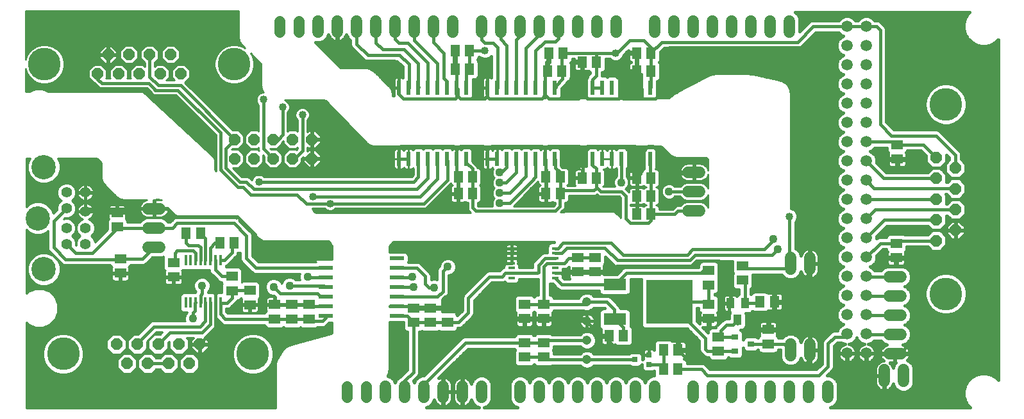
<source format=gtl>
G75*
%MOIN*%
%OFA0B0*%
%FSLAX25Y25*%
%IPPOS*%
%LPD*%
%AMOC8*
5,1,8,0,0,1.08239X$1,22.5*
%
%ADD10R,0.05118X0.05906*%
%ADD11C,0.05937*%
%ADD12C,0.05937*%
%ADD13C,0.05600*%
%ADD14R,0.01400X0.05800*%
%ADD15C,0.04756*%
%ADD16R,0.05906X0.05118*%
%ADD17C,0.06000*%
%ADD18R,0.03543X0.03150*%
%ADD19R,0.03937X0.05512*%
%ADD20R,0.03543X0.01378*%
%ADD21R,0.02756X0.02756*%
%ADD22OC8,0.06000*%
%ADD23C,0.17000*%
%ADD24C,0.12661*%
%ADD25C,0.05543*%
%ADD26R,0.24409X0.22835*%
%ADD27R,0.11811X0.06299*%
%ADD28R,0.07800X0.02100*%
%ADD29R,0.02200X0.07800*%
%ADD30R,0.02100X0.07800*%
%ADD31C,0.01600*%
%ADD32C,0.04362*%
%ADD33C,0.01000*%
%ADD34C,0.04000*%
D10*
X0219859Y0124134D03*
X0227339Y0124134D03*
X0209839Y0129134D03*
X0202359Y0129134D03*
X0343894Y0149685D03*
X0351375Y0149685D03*
X0351375Y0158543D03*
X0343894Y0158543D03*
X0389367Y0158543D03*
X0396847Y0158543D03*
X0408264Y0157953D03*
X0415745Y0157953D03*
X0396847Y0149685D03*
X0389367Y0149685D03*
X0436611Y0148504D03*
X0444091Y0148504D03*
X0444091Y0157953D03*
X0436611Y0157953D03*
X0436611Y0139055D03*
X0444091Y0139055D03*
X0500745Y0093425D03*
X0508225Y0093425D03*
X0458087Y0068425D03*
X0450607Y0068425D03*
X0450607Y0058425D03*
X0458087Y0058425D03*
X0429662Y0075709D03*
X0422182Y0075709D03*
X0436611Y0213465D03*
X0444091Y0213465D03*
X0444091Y0222913D03*
X0436611Y0222913D03*
X0415745Y0218189D03*
X0408264Y0218189D03*
X0398304Y0222913D03*
X0390823Y0222913D03*
X0390233Y0213465D03*
X0397713Y0213465D03*
X0349603Y0214646D03*
X0342123Y0214646D03*
X0342123Y0224094D03*
X0349603Y0224094D03*
D11*
X0355942Y0233724D02*
X0355942Y0239661D01*
X0365942Y0239661D02*
X0365942Y0233724D01*
X0375942Y0233724D02*
X0375942Y0239661D01*
X0385942Y0239661D02*
X0385942Y0233724D01*
X0395942Y0233724D02*
X0395942Y0239661D01*
X0405942Y0239661D02*
X0405942Y0233724D01*
X0415942Y0233724D02*
X0415942Y0239661D01*
X0425942Y0239661D02*
X0425942Y0233724D01*
X0445942Y0233724D02*
X0445942Y0239661D01*
X0455942Y0239661D02*
X0455942Y0233724D01*
X0465942Y0233724D02*
X0465942Y0239661D01*
X0475942Y0239661D02*
X0475942Y0233724D01*
X0485942Y0233724D02*
X0485942Y0239661D01*
X0495942Y0239661D02*
X0495942Y0233724D01*
X0505942Y0233724D02*
X0505942Y0239661D01*
X0515942Y0239661D02*
X0515942Y0233724D01*
X0340942Y0233724D02*
X0340942Y0239661D01*
X0330942Y0239661D02*
X0330942Y0233724D01*
X0320942Y0233724D02*
X0320942Y0239661D01*
X0310942Y0239661D02*
X0310942Y0233724D01*
X0300942Y0233724D02*
X0300942Y0239661D01*
X0290942Y0239661D02*
X0290942Y0233724D01*
X0280942Y0233724D02*
X0280942Y0239661D01*
X0270942Y0239661D02*
X0270942Y0233724D01*
X0305942Y0049661D02*
X0305942Y0043724D01*
X0315942Y0043724D02*
X0315942Y0049661D01*
X0325942Y0049661D02*
X0325942Y0043724D01*
X0335942Y0043724D02*
X0335942Y0049661D01*
X0345942Y0049661D02*
X0345942Y0043724D01*
X0355942Y0043724D02*
X0355942Y0049661D01*
X0375942Y0049661D02*
X0375942Y0043724D01*
X0385942Y0043724D02*
X0385942Y0049661D01*
X0395942Y0049661D02*
X0395942Y0043724D01*
X0405942Y0043724D02*
X0405942Y0049661D01*
X0415942Y0049661D02*
X0415942Y0043724D01*
X0425942Y0043724D02*
X0425942Y0049661D01*
X0435942Y0049661D02*
X0435942Y0043724D01*
X0445942Y0043724D02*
X0445942Y0049661D01*
X0465942Y0049661D02*
X0465942Y0043724D01*
X0475942Y0043724D02*
X0475942Y0049661D01*
X0485942Y0049661D02*
X0485942Y0043724D01*
X0495942Y0043724D02*
X0495942Y0049661D01*
X0505942Y0049661D02*
X0505942Y0043724D01*
X0515942Y0043724D02*
X0515942Y0049661D01*
X0525942Y0049661D02*
X0525942Y0043724D01*
X0535942Y0043724D02*
X0535942Y0049661D01*
D12*
X0545942Y0066693D03*
X0555942Y0066693D03*
X0555942Y0076693D03*
X0545942Y0076693D03*
X0545942Y0086693D03*
X0555942Y0086693D03*
X0555942Y0096693D03*
X0545942Y0096693D03*
X0545942Y0106693D03*
X0555942Y0106693D03*
X0555942Y0116693D03*
X0545942Y0116693D03*
X0545942Y0126693D03*
X0555942Y0126693D03*
X0555942Y0136693D03*
X0545942Y0136693D03*
X0545942Y0146693D03*
X0555942Y0146693D03*
X0555942Y0156693D03*
X0545942Y0156693D03*
X0545942Y0166693D03*
X0555942Y0166693D03*
X0555942Y0176693D03*
X0545942Y0176693D03*
X0545942Y0186693D03*
X0555942Y0186693D03*
X0555942Y0196693D03*
X0545942Y0196693D03*
X0545942Y0206693D03*
X0555942Y0206693D03*
X0555942Y0216693D03*
X0545942Y0216693D03*
X0545942Y0226693D03*
X0555942Y0226693D03*
X0555942Y0236693D03*
X0545942Y0236693D03*
D13*
X0260942Y0233893D02*
X0260942Y0239493D01*
X0250942Y0239493D02*
X0250942Y0233893D01*
X0285942Y0049493D02*
X0285942Y0043893D01*
X0295942Y0043893D02*
X0295942Y0049493D01*
D14*
X0220099Y0093034D03*
X0217499Y0093034D03*
X0214899Y0093034D03*
X0212399Y0093034D03*
X0209799Y0093034D03*
X0207299Y0093034D03*
X0204699Y0093034D03*
X0202099Y0093034D03*
X0202099Y0115234D03*
X0204699Y0115234D03*
X0207299Y0115234D03*
X0209799Y0115234D03*
X0212399Y0115234D03*
X0214899Y0115234D03*
X0217499Y0115234D03*
X0220099Y0115234D03*
D15*
X0410745Y0093425D03*
X0410745Y0083425D03*
X0410745Y0073425D03*
X0410745Y0063425D03*
D16*
X0388245Y0064685D03*
X0378245Y0064685D03*
X0378245Y0072165D03*
X0388245Y0072165D03*
X0388245Y0084685D03*
X0388245Y0092165D03*
X0378245Y0092165D03*
X0378245Y0084685D03*
X0338186Y0082756D03*
X0329327Y0082756D03*
X0320469Y0082756D03*
X0320469Y0090236D03*
X0329327Y0090236D03*
X0338186Y0090236D03*
X0405981Y0109035D03*
X0414800Y0109035D03*
X0414800Y0116516D03*
X0405981Y0116516D03*
X0474072Y0109803D03*
X0474072Y0102323D03*
X0474072Y0092165D03*
X0474072Y0084685D03*
X0479072Y0075315D03*
X0479072Y0067835D03*
X0504977Y0071575D03*
X0504977Y0079055D03*
X0491572Y0104685D03*
X0491572Y0112165D03*
X0571453Y0116417D03*
X0571453Y0123898D03*
X0572044Y0167795D03*
X0572044Y0175276D03*
X0266138Y0092008D03*
X0266138Y0084528D03*
X0257280Y0084528D03*
X0248422Y0084528D03*
X0248422Y0092008D03*
X0257280Y0092008D03*
X0235548Y0091890D03*
X0235548Y0099370D03*
X0226099Y0099213D03*
X0226099Y0106693D03*
X0195764Y0106398D03*
X0195764Y0113878D03*
X0168107Y0115827D03*
X0168107Y0108346D03*
X0166532Y0132362D03*
X0166532Y0139843D03*
D17*
X0182666Y0141969D02*
X0188666Y0141969D01*
X0188666Y0131969D02*
X0182666Y0131969D01*
X0182666Y0121969D02*
X0188666Y0121969D01*
X0463335Y0140866D02*
X0469335Y0140866D01*
X0469335Y0150866D02*
X0463335Y0150866D01*
X0463335Y0160866D02*
X0469335Y0160866D01*
X0516572Y0116425D02*
X0516572Y0110425D01*
X0526572Y0110425D02*
X0526572Y0116425D01*
X0567863Y0106496D02*
X0573863Y0106496D01*
X0573863Y0096496D02*
X0567863Y0096496D01*
X0567863Y0086496D02*
X0573863Y0086496D01*
X0573863Y0076496D02*
X0567863Y0076496D01*
X0567863Y0066496D02*
X0573863Y0066496D01*
X0575272Y0058000D02*
X0575272Y0052000D01*
X0565272Y0052000D02*
X0565272Y0058000D01*
X0526572Y0065425D02*
X0526572Y0071425D01*
X0516572Y0071425D02*
X0516572Y0065425D01*
D18*
X0495902Y0071575D03*
X0487635Y0075315D03*
X0487635Y0067835D03*
D19*
X0489072Y0084094D03*
X0492812Y0092756D03*
X0485331Y0092756D03*
D20*
X0394209Y0105886D03*
X0394209Y0108445D03*
X0394209Y0111004D03*
X0394209Y0113563D03*
X0394209Y0116122D03*
X0394209Y0118681D03*
X0394209Y0121240D03*
X0371572Y0121240D03*
X0371572Y0118681D03*
X0371572Y0116122D03*
X0371572Y0113563D03*
X0371572Y0111004D03*
X0371572Y0108445D03*
X0371572Y0105886D03*
D21*
X0442989Y0065984D03*
X0435705Y0063425D03*
X0442989Y0060866D03*
D22*
X0592320Y0125290D03*
X0602320Y0130690D03*
X0592320Y0136090D03*
X0602320Y0141490D03*
X0592320Y0146890D03*
X0602320Y0152290D03*
X0592320Y0157690D03*
X0602320Y0163090D03*
X0592320Y0168490D03*
X0267674Y0167972D03*
X0257674Y0167972D03*
X0247674Y0167972D03*
X0237674Y0167972D03*
X0227674Y0167972D03*
X0227674Y0177972D03*
X0237674Y0177972D03*
X0247674Y0177972D03*
X0257674Y0177972D03*
X0267674Y0177972D03*
X0199589Y0212067D03*
X0188789Y0212067D03*
X0177989Y0212067D03*
X0167189Y0212067D03*
X0156389Y0212067D03*
X0161789Y0222067D03*
X0172589Y0222067D03*
X0183389Y0222067D03*
X0194189Y0222067D03*
X0198592Y0071378D03*
X0209392Y0071378D03*
X0203992Y0061378D03*
X0193192Y0061378D03*
X0182392Y0061378D03*
X0171592Y0061378D03*
X0176992Y0071378D03*
X0187792Y0071378D03*
X0166192Y0071378D03*
D23*
X0138492Y0066378D03*
X0237092Y0066378D03*
X0227289Y0217067D03*
X0128689Y0217067D03*
X0597320Y0196190D03*
X0597320Y0097590D03*
D24*
X0128383Y0110394D03*
X0125233Y0136969D03*
X0128383Y0163543D03*
D25*
X0140194Y0150354D03*
X0150036Y0150354D03*
X0140194Y0142087D03*
X0150036Y0140512D03*
X0150036Y0131850D03*
X0140194Y0131850D03*
X0140194Y0123583D03*
X0150036Y0123583D03*
D26*
X0453442Y0093425D03*
D27*
X0425174Y0084449D03*
X0425174Y0102402D03*
D28*
X0311804Y0101122D03*
X0311804Y0106122D03*
X0311804Y0111122D03*
X0311804Y0116122D03*
X0311804Y0121122D03*
X0274804Y0121122D03*
X0274804Y0116122D03*
X0274804Y0111122D03*
X0274804Y0106122D03*
X0274804Y0101122D03*
X0274804Y0096122D03*
X0274804Y0091122D03*
X0274804Y0086122D03*
X0311804Y0086122D03*
X0311804Y0091122D03*
X0311804Y0096122D03*
D29*
X0313009Y0167799D03*
X0318009Y0167799D03*
X0323009Y0167799D03*
X0328009Y0167799D03*
X0333009Y0167799D03*
X0338009Y0167799D03*
X0343009Y0167799D03*
X0348009Y0167799D03*
X0359072Y0167799D03*
X0364072Y0167799D03*
X0369072Y0167799D03*
X0374072Y0167799D03*
X0379072Y0167799D03*
X0384072Y0167799D03*
X0389072Y0167799D03*
X0394072Y0167799D03*
X0394072Y0204799D03*
X0389072Y0204799D03*
X0384072Y0204799D03*
X0379072Y0204799D03*
X0374072Y0204799D03*
X0369072Y0204799D03*
X0364072Y0204799D03*
X0359072Y0204799D03*
X0348009Y0204799D03*
X0343009Y0204799D03*
X0338009Y0204799D03*
X0333009Y0204799D03*
X0328009Y0204799D03*
X0323009Y0204799D03*
X0318009Y0204799D03*
X0313009Y0204799D03*
D30*
X0408678Y0204799D03*
X0413678Y0204799D03*
X0418678Y0204799D03*
X0423678Y0204799D03*
X0428678Y0204799D03*
X0433678Y0204799D03*
X0438678Y0204799D03*
X0443678Y0204799D03*
X0443678Y0167799D03*
X0438678Y0167799D03*
X0433678Y0167799D03*
X0428678Y0167799D03*
X0423678Y0167799D03*
X0418678Y0167799D03*
X0413678Y0167799D03*
X0408678Y0167799D03*
D31*
X0408678Y0158366D01*
X0408264Y0157953D01*
X0415548Y0158150D02*
X0415548Y0162677D01*
X0413678Y0164547D01*
X0413678Y0167799D01*
X0408678Y0167799D02*
X0408678Y0172343D01*
X0406532Y0174488D01*
X0390745Y0174488D01*
X0389072Y0172815D01*
X0388875Y0172815D01*
X0387201Y0174488D01*
X0361217Y0174488D01*
X0359072Y0172343D01*
X0358855Y0172343D01*
X0358855Y0168016D01*
X0359072Y0167799D01*
X0364072Y0167799D01*
X0369072Y0167799D02*
X0369072Y0163445D01*
X0366335Y0160709D01*
X0365351Y0160709D01*
X0370666Y0157559D02*
X0374072Y0160965D01*
X0374072Y0163720D01*
X0374072Y0167799D01*
X0379072Y0167799D02*
X0379072Y0162224D01*
X0379072Y0158681D01*
X0373619Y0153228D01*
X0370469Y0150079D01*
X0365351Y0150079D01*
X0365351Y0144764D02*
X0370469Y0144764D01*
X0377162Y0151457D01*
X0381886Y0156181D01*
X0384072Y0158366D01*
X0384072Y0164272D01*
X0384072Y0167799D01*
X0389072Y0167799D02*
X0389367Y0167504D01*
X0389367Y0158543D01*
X0389367Y0149685D01*
X0396650Y0149488D02*
X0396847Y0149685D01*
X0398619Y0151457D01*
X0414367Y0151457D01*
X0415548Y0152638D01*
X0416138Y0152638D01*
X0417910Y0150866D01*
X0428540Y0150866D01*
X0430902Y0148504D01*
X0430902Y0136693D01*
X0433264Y0134331D01*
X0442713Y0134331D01*
X0444091Y0135709D01*
X0444091Y0139055D01*
X0456257Y0139055D01*
X0458068Y0140866D01*
X0459249Y0140866D01*
X0466335Y0140866D01*
X0466335Y0150866D02*
X0453343Y0150866D01*
X0444091Y0148504D02*
X0444091Y0139055D01*
X0436611Y0139055D02*
X0436611Y0148504D01*
X0436611Y0157953D01*
X0438678Y0160020D01*
X0438678Y0167799D01*
X0439170Y0168291D01*
X0439170Y0170945D01*
X0442713Y0174488D01*
X0445075Y0174488D01*
X0448619Y0170945D01*
X0448619Y0165039D01*
X0453343Y0160315D01*
X0454524Y0160315D01*
X0465784Y0160315D01*
X0466335Y0160866D01*
X0444091Y0157953D02*
X0443678Y0158366D01*
X0443678Y0167799D01*
X0440228Y0167396D02*
X0432128Y0167396D01*
X0432128Y0168994D02*
X0440228Y0168994D01*
X0440228Y0170593D02*
X0432128Y0170593D01*
X0432128Y0172177D02*
X0431762Y0173059D01*
X0431171Y0173650D01*
X0440351Y0173650D01*
X0440351Y0172474D01*
X0440228Y0172177D01*
X0440228Y0163422D01*
X0440351Y0163124D01*
X0440351Y0163014D01*
X0440173Y0162940D01*
X0439498Y0162265D01*
X0439179Y0161496D01*
X0431878Y0161496D01*
X0431878Y0162818D01*
X0432128Y0163422D01*
X0432128Y0172177D01*
X0432122Y0172191D02*
X0440234Y0172191D01*
X0439170Y0170945D02*
X0435627Y0174488D01*
X0410823Y0174488D01*
X0408678Y0172343D01*
X0394288Y0167583D02*
X0394072Y0167799D01*
X0394288Y0167583D02*
X0394288Y0163268D01*
X0396847Y0160709D01*
X0396847Y0158543D01*
X0396847Y0149685D01*
X0396650Y0149488D02*
X0396650Y0143189D01*
X0394288Y0140827D01*
X0352949Y0140827D01*
X0351375Y0142402D01*
X0351375Y0149685D01*
X0351375Y0158543D01*
X0351178Y0158740D01*
X0351178Y0162677D01*
X0348009Y0165846D01*
X0348009Y0167799D01*
X0343009Y0167799D02*
X0343009Y0159429D01*
X0343894Y0158543D01*
X0343894Y0149685D01*
X0338186Y0156969D02*
X0325784Y0144567D01*
X0277162Y0144567D01*
X0264760Y0144567D01*
X0260036Y0149291D01*
X0236020Y0149291D01*
X0232083Y0153228D01*
X0229327Y0153228D01*
X0221060Y0161496D01*
X0220469Y0162087D01*
X0220272Y0162283D01*
X0220272Y0164449D01*
X0220272Y0181378D01*
X0218796Y0182854D01*
X0198028Y0203622D01*
X0186414Y0203622D01*
X0185528Y0204508D01*
X0182871Y0207165D01*
X0177359Y0207165D01*
X0158461Y0207165D01*
X0156389Y0209238D01*
X0156389Y0212067D01*
X0156296Y0211974D01*
X0183389Y0210584D02*
X0187792Y0206181D01*
X0199465Y0206181D01*
X0227674Y0177972D01*
X0227674Y0177953D01*
X0223028Y0173307D01*
X0222831Y0173110D01*
X0222831Y0167795D01*
X0222831Y0163465D01*
X0223028Y0163268D01*
X0230312Y0155984D01*
X0233658Y0155984D01*
X0237595Y0152047D01*
X0322241Y0152047D01*
X0328009Y0157815D01*
X0328009Y0167799D01*
X0333009Y0167799D02*
X0333009Y0157500D01*
X0323816Y0148307D01*
X0268304Y0148307D01*
X0267320Y0159921D02*
X0311611Y0159921D01*
X0313009Y0161319D01*
X0313009Y0167799D01*
X0318009Y0167799D01*
X0323009Y0167799D02*
X0323009Y0158524D01*
X0320469Y0155984D01*
X0240154Y0155984D01*
X0232477Y0159921D02*
X0267320Y0159921D01*
X0267674Y0160276D01*
X0267674Y0167972D02*
X0267674Y0177972D01*
X0262792Y0172126D02*
X0262792Y0190827D01*
X0252556Y0194764D02*
X0252556Y0180394D01*
X0250135Y0177972D01*
X0247674Y0177972D01*
X0242516Y0173130D02*
X0242516Y0198701D01*
X0269661Y0228444D02*
X0282294Y0215810D01*
X0282526Y0215621D01*
X0282651Y0215554D01*
X0282786Y0215513D01*
X0283084Y0215483D01*
X0294939Y0215483D01*
X0295093Y0215530D01*
X0295570Y0215483D01*
X0296050Y0215483D01*
X0296192Y0215424D01*
X0296501Y0215455D01*
X0296809Y0215361D01*
X0297128Y0215330D01*
X0297412Y0215179D01*
X0297547Y0215137D01*
X0297867Y0215106D01*
X0298150Y0214954D01*
X0298458Y0214861D01*
X0298706Y0214657D01*
X0298831Y0214591D01*
X0299138Y0214497D01*
X0299387Y0214294D01*
X0299670Y0214142D01*
X0299867Y0213902D01*
X0300010Y0213843D01*
X0300349Y0213504D01*
X0300719Y0213200D01*
X0300795Y0213057D01*
X0307660Y0206192D01*
X0307803Y0206116D01*
X0308107Y0205746D01*
X0308446Y0205407D01*
X0308505Y0205264D01*
X0308745Y0205067D01*
X0308897Y0204784D01*
X0309100Y0204535D01*
X0309194Y0204228D01*
X0309260Y0204103D01*
X0309464Y0203855D01*
X0309557Y0203547D01*
X0309709Y0203264D01*
X0309740Y0202944D01*
X0309782Y0202809D01*
X0309933Y0202525D01*
X0309965Y0202206D01*
X0310058Y0201898D01*
X0310027Y0201589D01*
X0310086Y0201447D01*
X0310086Y0200967D01*
X0310109Y0200743D01*
X0310109Y0204799D01*
X0313008Y0204799D01*
X0313008Y0204799D01*
X0310109Y0204799D01*
X0310109Y0208936D01*
X0310231Y0209394D01*
X0310468Y0209804D01*
X0310803Y0210140D01*
X0311214Y0210377D01*
X0311672Y0210499D01*
X0313008Y0210499D01*
X0313008Y0204799D01*
X0313009Y0204799D01*
X0312792Y0205016D01*
X0312792Y0216417D01*
X0310430Y0218780D01*
X0292123Y0218780D01*
X0280942Y0229961D01*
X0280942Y0236693D01*
X0281126Y0236509D02*
X0281126Y0228956D01*
X0281317Y0228956D01*
X0282058Y0229073D01*
X0282772Y0229305D01*
X0283441Y0229646D01*
X0284048Y0230087D01*
X0284579Y0230618D01*
X0285020Y0231225D01*
X0285361Y0231894D01*
X0285593Y0232608D01*
X0285593Y0232609D01*
X0286390Y0230683D01*
X0287742Y0229332D01*
X0287742Y0227001D01*
X0288229Y0225825D01*
X0294134Y0219920D01*
X0295034Y0219019D01*
X0296211Y0218532D01*
X0312057Y0218532D01*
X0314907Y0215682D01*
X0314907Y0210317D01*
X0314803Y0210377D01*
X0314345Y0210499D01*
X0313009Y0210499D01*
X0313009Y0204799D01*
X0312792Y0204583D01*
X0312792Y0201654D01*
X0315154Y0199291D01*
X0342320Y0199291D01*
X0343501Y0200472D01*
X0343501Y0204307D01*
X0343009Y0204799D01*
X0343009Y0199735D01*
X0343008Y0199735D01*
X0343008Y0204799D01*
X0343009Y0204799D01*
X0343009Y0213760D01*
X0342123Y0214646D01*
X0342123Y0224094D01*
X0342602Y0223615D02*
X0342602Y0219342D01*
X0342602Y0215125D01*
X0341643Y0215125D01*
X0341643Y0223615D01*
X0342602Y0223615D01*
X0342602Y0223344D02*
X0341643Y0223344D01*
X0341643Y0221745D02*
X0342602Y0221745D01*
X0342602Y0220147D02*
X0341643Y0220147D01*
X0341643Y0218548D02*
X0342602Y0218548D01*
X0342602Y0216950D02*
X0341643Y0216950D01*
X0341643Y0215351D02*
X0342602Y0215351D01*
X0348009Y0213051D02*
X0348009Y0204799D01*
X0351509Y0204162D02*
X0356172Y0204162D01*
X0356172Y0204799D02*
X0356172Y0200662D01*
X0356294Y0200204D01*
X0356531Y0199794D01*
X0356590Y0199735D01*
X0351224Y0199735D01*
X0351509Y0200422D01*
X0351509Y0209177D01*
X0351460Y0209293D01*
X0352639Y0209293D01*
X0353522Y0209658D01*
X0354197Y0210333D01*
X0354562Y0211216D01*
X0354562Y0218076D01*
X0354197Y0218958D01*
X0353785Y0219370D01*
X0354197Y0219782D01*
X0354562Y0220664D01*
X0354562Y0220894D01*
X0354651Y0220894D01*
X0355181Y0220364D01*
X0356799Y0219694D01*
X0358549Y0219694D01*
X0360166Y0220364D01*
X0360970Y0221168D01*
X0360970Y0210317D01*
X0360866Y0210377D01*
X0360408Y0210499D01*
X0359072Y0210499D01*
X0359072Y0204799D01*
X0359072Y0199735D01*
X0359071Y0199735D01*
X0359071Y0204799D01*
X0356172Y0204799D01*
X0359071Y0204799D01*
X0359071Y0204799D01*
X0359072Y0204799D01*
X0359072Y0200689D01*
X0359072Y0200256D01*
X0360036Y0199291D01*
X0387201Y0199291D01*
X0389072Y0201161D01*
X0390942Y0199291D01*
X0406099Y0199291D01*
X0408461Y0201654D01*
X0408678Y0201654D01*
X0408678Y0201437D01*
X0410823Y0199291D01*
X0427359Y0199291D01*
X0428540Y0200472D01*
X0429721Y0199291D01*
X0439170Y0199291D01*
X0439170Y0199882D01*
X0439760Y0199291D01*
X0446257Y0199291D01*
X0449603Y0202638D01*
X0450981Y0204016D01*
X0450981Y0223110D01*
X0453737Y0225866D01*
X0525784Y0225866D01*
X0539564Y0212087D01*
X0539564Y0121339D01*
X0531650Y0113425D01*
X0526572Y0113425D01*
X0526772Y0113225D02*
X0526772Y0105625D01*
X0526949Y0105625D01*
X0527696Y0105743D01*
X0528414Y0105977D01*
X0529087Y0106320D01*
X0529698Y0106764D01*
X0530233Y0107298D01*
X0530677Y0107909D01*
X0531020Y0108583D01*
X0531253Y0109301D01*
X0531372Y0110047D01*
X0531372Y0113225D01*
X0526772Y0113225D01*
X0526772Y0113625D01*
X0531372Y0113625D01*
X0531372Y0116803D01*
X0531253Y0117549D01*
X0531020Y0118268D01*
X0530677Y0118941D01*
X0530233Y0119552D01*
X0529698Y0120086D01*
X0529087Y0120531D01*
X0528414Y0120874D01*
X0527696Y0121107D01*
X0526949Y0121225D01*
X0526772Y0121225D01*
X0526772Y0113625D01*
X0526371Y0113625D01*
X0526371Y0121225D01*
X0526194Y0121225D01*
X0525448Y0121107D01*
X0524729Y0120874D01*
X0524056Y0120531D01*
X0523445Y0120086D01*
X0522910Y0119552D01*
X0522466Y0118941D01*
X0522123Y0118268D01*
X0521917Y0117632D01*
X0521149Y0119484D01*
X0519630Y0121003D01*
X0519142Y0121206D01*
X0519142Y0134851D01*
X0519672Y0135382D01*
X0520342Y0136999D01*
X0520342Y0138749D01*
X0519672Y0140366D01*
X0518434Y0141604D01*
X0516817Y0142274D01*
X0516779Y0142274D01*
X0516779Y0142414D01*
X0516825Y0142899D01*
X0516779Y0143046D01*
X0516779Y0201547D01*
X0516826Y0201700D01*
X0516779Y0202179D01*
X0516779Y0202660D01*
X0516724Y0202795D01*
X0516754Y0203090D01*
X0516661Y0203401D01*
X0516629Y0203725D01*
X0516480Y0204005D01*
X0516444Y0204123D01*
X0516415Y0204439D01*
X0516264Y0204727D01*
X0516171Y0205039D01*
X0515970Y0205285D01*
X0515913Y0205394D01*
X0515823Y0205699D01*
X0515619Y0205952D01*
X0515468Y0206240D01*
X0515224Y0206443D01*
X0515146Y0206539D01*
X0515000Y0206820D01*
X0514751Y0207030D01*
X0514546Y0207283D01*
X0514268Y0207435D01*
X0514173Y0207514D01*
X0513976Y0207762D01*
X0513691Y0207920D01*
X0513442Y0208129D01*
X0513139Y0208225D01*
X0513031Y0208284D01*
X0512789Y0208490D01*
X0512479Y0208589D01*
X0512195Y0208746D01*
X0511900Y0208780D01*
X0511780Y0208863D01*
X0511310Y0208965D01*
X0510852Y0209112D01*
X0510693Y0209099D01*
X0497098Y0212055D01*
X0497022Y0212101D01*
X0496479Y0212189D01*
X0496423Y0212201D01*
X0496273Y0212273D01*
X0496036Y0212285D01*
X0495940Y0212306D01*
X0495874Y0212294D01*
X0495809Y0212298D01*
X0495745Y0212308D01*
X0495683Y0212334D01*
X0495585Y0212334D01*
X0495350Y0212372D01*
X0495189Y0212334D01*
X0495132Y0212334D01*
X0494582Y0212363D01*
X0494498Y0212334D01*
X0477654Y0212334D01*
X0477527Y0212375D01*
X0477021Y0212334D01*
X0476514Y0212334D01*
X0476489Y0212323D01*
X0476368Y0212342D01*
X0476001Y0212251D01*
X0475625Y0212221D01*
X0475439Y0212125D01*
X0475229Y0212123D01*
X0474882Y0211975D01*
X0474516Y0211884D01*
X0474417Y0211811D01*
X0474390Y0211809D01*
X0473941Y0211573D01*
X0473474Y0211373D01*
X0473381Y0211278D01*
X0460226Y0204354D01*
X0460155Y0204345D01*
X0459665Y0204059D01*
X0459164Y0203795D01*
X0459117Y0203740D01*
X0455618Y0201698D01*
X0455514Y0201677D01*
X0455071Y0201379D01*
X0454871Y0201311D01*
X0454706Y0201167D01*
X0454610Y0201110D01*
X0454547Y0201028D01*
X0454451Y0200988D01*
X0454372Y0200909D01*
X0454191Y0200787D01*
X0454074Y0200610D01*
X0453673Y0200259D01*
X0453626Y0200163D01*
X0453526Y0200062D01*
X0453294Y0199873D01*
X0453170Y0199806D01*
X0453034Y0199765D01*
X0452736Y0199735D01*
X0446843Y0199735D01*
X0447128Y0200422D01*
X0447128Y0204182D01*
X0447291Y0204576D01*
X0447291Y0208180D01*
X0448010Y0208477D01*
X0448685Y0209152D01*
X0449050Y0210034D01*
X0449050Y0216895D01*
X0448685Y0217777D01*
X0448273Y0218189D01*
X0448685Y0218601D01*
X0449050Y0219483D01*
X0449050Y0223544D01*
X0450928Y0225422D01*
X0520909Y0225422D01*
X0522085Y0225909D01*
X0529669Y0233493D01*
X0541549Y0233493D01*
X0542901Y0232142D01*
X0543984Y0231693D01*
X0542901Y0231244D01*
X0541390Y0229734D01*
X0540573Y0227761D01*
X0540573Y0225625D01*
X0541390Y0223652D01*
X0542901Y0222142D01*
X0543984Y0221693D01*
X0542901Y0221244D01*
X0541390Y0219734D01*
X0540573Y0217761D01*
X0540573Y0215625D01*
X0541390Y0213652D01*
X0542901Y0212142D01*
X0543984Y0211693D01*
X0542901Y0211244D01*
X0541390Y0209734D01*
X0540573Y0207761D01*
X0540573Y0205625D01*
X0541390Y0203652D01*
X0542901Y0202142D01*
X0543984Y0201693D01*
X0542901Y0201244D01*
X0541390Y0199734D01*
X0540573Y0197761D01*
X0540573Y0195625D01*
X0541390Y0193652D01*
X0542901Y0192142D01*
X0543984Y0191693D01*
X0542901Y0191244D01*
X0541390Y0189734D01*
X0540573Y0187761D01*
X0540573Y0185625D01*
X0541390Y0183652D01*
X0542901Y0182142D01*
X0543984Y0181693D01*
X0542901Y0181244D01*
X0541390Y0179734D01*
X0540573Y0177761D01*
X0540573Y0175625D01*
X0541390Y0173652D01*
X0542901Y0172142D01*
X0543984Y0171693D01*
X0542901Y0171244D01*
X0541390Y0169734D01*
X0540573Y0167761D01*
X0540573Y0165625D01*
X0541390Y0163652D01*
X0542901Y0162142D01*
X0543984Y0161693D01*
X0542901Y0161244D01*
X0541390Y0159734D01*
X0540573Y0157761D01*
X0540573Y0155625D01*
X0541390Y0153652D01*
X0542901Y0152142D01*
X0543984Y0151693D01*
X0542901Y0151244D01*
X0541390Y0149734D01*
X0540573Y0147761D01*
X0540573Y0145625D01*
X0541390Y0143652D01*
X0542901Y0142142D01*
X0543984Y0141693D01*
X0542901Y0141244D01*
X0541390Y0139734D01*
X0540573Y0137761D01*
X0540573Y0135625D01*
X0541390Y0133652D01*
X0542901Y0132142D01*
X0543984Y0131693D01*
X0542901Y0131244D01*
X0541390Y0129734D01*
X0540573Y0127761D01*
X0540573Y0125625D01*
X0541390Y0123652D01*
X0542901Y0122142D01*
X0543984Y0121693D01*
X0542901Y0121244D01*
X0541390Y0119734D01*
X0540573Y0117761D01*
X0540573Y0115625D01*
X0541390Y0113652D01*
X0542901Y0112142D01*
X0543984Y0111693D01*
X0542901Y0111244D01*
X0541390Y0109734D01*
X0540573Y0107761D01*
X0540573Y0105625D01*
X0541390Y0103652D01*
X0542901Y0102142D01*
X0543984Y0101693D01*
X0542901Y0101244D01*
X0541390Y0099734D01*
X0540573Y0097761D01*
X0540573Y0095625D01*
X0541390Y0093652D01*
X0542901Y0092142D01*
X0543984Y0091693D01*
X0542901Y0091244D01*
X0541390Y0089734D01*
X0540573Y0087761D01*
X0540573Y0085625D01*
X0541390Y0083652D01*
X0542901Y0082142D01*
X0543984Y0081693D01*
X0542901Y0081244D01*
X0541390Y0079734D01*
X0540869Y0078476D01*
X0538927Y0078476D01*
X0537751Y0077988D01*
X0536851Y0077088D01*
X0533308Y0073545D01*
X0532820Y0072369D01*
X0532820Y0061247D01*
X0529970Y0058397D01*
X0474747Y0058397D01*
X0472006Y0061138D01*
X0470830Y0061625D01*
X0463046Y0061625D01*
X0463046Y0061855D01*
X0462681Y0062737D01*
X0462006Y0063413D01*
X0461184Y0063753D01*
X0461341Y0063795D01*
X0461752Y0064032D01*
X0462087Y0064367D01*
X0462324Y0064778D01*
X0462446Y0065235D01*
X0462446Y0067946D01*
X0458567Y0067946D01*
X0458567Y0068905D01*
X0457608Y0068905D01*
X0457608Y0073178D01*
X0455291Y0073178D01*
X0454872Y0073066D01*
X0454525Y0073413D01*
X0453643Y0073778D01*
X0447570Y0073778D01*
X0446688Y0073413D01*
X0446013Y0072737D01*
X0445648Y0071855D01*
X0445648Y0068627D01*
X0445472Y0068803D01*
X0445062Y0069040D01*
X0444604Y0069162D01*
X0442989Y0069162D01*
X0442989Y0065984D01*
X0442989Y0070551D01*
X0435627Y0070551D01*
X0433855Y0068780D01*
X0426178Y0068780D01*
X0422182Y0072776D01*
X0422182Y0075709D01*
X0422024Y0075866D01*
X0417910Y0075866D01*
X0410745Y0083031D01*
X0410745Y0083425D01*
X0410745Y0083425D01*
X0414923Y0083425D01*
X0414923Y0083096D01*
X0414820Y0082447D01*
X0414617Y0081821D01*
X0414318Y0081235D01*
X0413931Y0080703D01*
X0413466Y0080238D01*
X0412934Y0079852D01*
X0412349Y0079553D01*
X0411723Y0079350D01*
X0411074Y0079247D01*
X0410745Y0079247D01*
X0410745Y0083425D01*
X0410745Y0083425D01*
X0414923Y0083425D01*
X0414923Y0083754D01*
X0414820Y0084404D01*
X0414617Y0085029D01*
X0414318Y0085615D01*
X0413931Y0086147D01*
X0413466Y0086612D01*
X0412934Y0086998D01*
X0412349Y0087297D01*
X0411723Y0087500D01*
X0411074Y0087603D01*
X0410745Y0087603D01*
X0410745Y0083425D01*
X0409485Y0084685D01*
X0388245Y0084685D01*
X0378245Y0084685D01*
X0378205Y0084724D01*
X0378245Y0084685D02*
X0379505Y0083425D01*
X0378724Y0082675D02*
X0377765Y0082675D01*
X0377765Y0084205D02*
X0378724Y0084205D01*
X0378724Y0080326D01*
X0381434Y0080326D01*
X0381892Y0080449D01*
X0382303Y0080686D01*
X0382638Y0081021D01*
X0382875Y0081431D01*
X0382997Y0081889D01*
X0382997Y0084205D01*
X0378724Y0084205D01*
X0378724Y0085165D01*
X0382997Y0085165D01*
X0382997Y0087481D01*
X0382885Y0087900D01*
X0383232Y0088247D01*
X0383245Y0088277D01*
X0383257Y0088247D01*
X0383604Y0087900D01*
X0383492Y0087481D01*
X0383492Y0085165D01*
X0387765Y0085165D01*
X0387765Y0084205D01*
X0388724Y0084205D01*
X0388724Y0080326D01*
X0391434Y0080326D01*
X0391892Y0080449D01*
X0392303Y0080686D01*
X0392638Y0081021D01*
X0392875Y0081431D01*
X0392997Y0081889D01*
X0392997Y0084205D01*
X0388724Y0084205D01*
X0388724Y0085165D01*
X0392997Y0085165D01*
X0392997Y0087481D01*
X0392885Y0087900D01*
X0393232Y0088247D01*
X0393530Y0088965D01*
X0409026Y0088965D01*
X0409794Y0088647D01*
X0411695Y0088647D01*
X0413451Y0089375D01*
X0414302Y0090225D01*
X0419695Y0090225D01*
X0419922Y0089998D01*
X0418791Y0089998D01*
X0417909Y0089633D01*
X0417234Y0088958D01*
X0416868Y0088076D01*
X0416868Y0080822D01*
X0417234Y0079940D01*
X0417909Y0079265D01*
X0417920Y0079260D01*
X0417823Y0078898D01*
X0417823Y0076188D01*
X0421702Y0076188D01*
X0421702Y0075229D01*
X0417823Y0075229D01*
X0417823Y0072519D01*
X0417945Y0072061D01*
X0418182Y0071651D01*
X0418517Y0071316D01*
X0418928Y0071079D01*
X0419386Y0070956D01*
X0421702Y0070956D01*
X0421702Y0075229D01*
X0422661Y0075229D01*
X0422661Y0070956D01*
X0424978Y0070956D01*
X0425397Y0071068D01*
X0425744Y0070721D01*
X0426626Y0070356D01*
X0432699Y0070356D01*
X0433581Y0070721D01*
X0434256Y0071396D01*
X0434621Y0072279D01*
X0434621Y0079139D01*
X0434256Y0080021D01*
X0433581Y0080696D01*
X0433450Y0080750D01*
X0433479Y0080822D01*
X0433479Y0088076D01*
X0433114Y0088958D01*
X0432439Y0089633D01*
X0431557Y0089998D01*
X0428197Y0089998D01*
X0428197Y0090085D01*
X0427710Y0091261D01*
X0426809Y0092162D01*
X0422833Y0096138D01*
X0421657Y0096625D01*
X0414302Y0096625D01*
X0413451Y0097476D01*
X0411695Y0098203D01*
X0409794Y0098203D01*
X0408038Y0097476D01*
X0406694Y0096132D01*
X0406377Y0095365D01*
X0393530Y0095365D01*
X0393232Y0096084D01*
X0392557Y0096759D01*
X0391675Y0097124D01*
X0391583Y0097124D01*
X0391583Y0102953D01*
X0391960Y0102797D01*
X0392773Y0102797D01*
X0394981Y0100589D01*
X0394981Y0100589D01*
X0395881Y0099689D01*
X0397057Y0099202D01*
X0416868Y0099202D01*
X0416868Y0098775D01*
X0417234Y0097892D01*
X0417909Y0097217D01*
X0418791Y0096852D01*
X0431557Y0096852D01*
X0432439Y0097217D01*
X0433114Y0097892D01*
X0433479Y0098775D01*
X0433479Y0105225D01*
X0437162Y0105225D01*
X0437352Y0105146D01*
X0438837Y0105146D01*
X0438837Y0081530D01*
X0439202Y0080648D01*
X0439877Y0079973D01*
X0440759Y0079608D01*
X0462733Y0079608D01*
X0467068Y0075273D01*
X0467166Y0075038D01*
X0468066Y0074138D01*
X0469041Y0073163D01*
X0469041Y0068340D01*
X0469528Y0067164D01*
X0470428Y0066264D01*
X0471570Y0065122D01*
X0472746Y0064635D01*
X0473787Y0064635D01*
X0474084Y0063916D01*
X0474759Y0063241D01*
X0475641Y0062876D01*
X0482502Y0062876D01*
X0483384Y0063241D01*
X0484059Y0063916D01*
X0484280Y0064449D01*
X0484503Y0064225D01*
X0485385Y0063860D01*
X0489884Y0063860D01*
X0490766Y0064225D01*
X0491441Y0064900D01*
X0491806Y0065782D01*
X0491806Y0069340D01*
X0492096Y0068641D01*
X0492771Y0067965D01*
X0493653Y0067600D01*
X0498151Y0067600D01*
X0499033Y0067965D01*
X0499443Y0068375D01*
X0499692Y0068375D01*
X0499990Y0067656D01*
X0500665Y0066981D01*
X0501547Y0066616D01*
X0508407Y0066616D01*
X0509289Y0066981D01*
X0509964Y0067656D01*
X0510262Y0068375D01*
X0511172Y0068375D01*
X0511172Y0064351D01*
X0511994Y0062366D01*
X0513513Y0060847D01*
X0515497Y0060025D01*
X0517646Y0060025D01*
X0519630Y0060847D01*
X0521149Y0062366D01*
X0521917Y0064218D01*
X0522123Y0063583D01*
X0522466Y0062909D01*
X0522910Y0062298D01*
X0523445Y0061764D01*
X0524056Y0061320D01*
X0524729Y0060977D01*
X0525448Y0060743D01*
X0526194Y0060625D01*
X0526371Y0060625D01*
X0526371Y0068225D01*
X0526772Y0068225D01*
X0526772Y0068625D01*
X0531372Y0068625D01*
X0531372Y0071803D01*
X0531253Y0072549D01*
X0531020Y0073268D01*
X0530677Y0073941D01*
X0530233Y0074552D01*
X0529698Y0075086D01*
X0529087Y0075531D01*
X0528414Y0075874D01*
X0527696Y0076107D01*
X0526949Y0076225D01*
X0526772Y0076225D01*
X0526772Y0068625D01*
X0526371Y0068625D01*
X0526371Y0076225D01*
X0526194Y0076225D01*
X0525448Y0076107D01*
X0524729Y0075874D01*
X0524056Y0075531D01*
X0523445Y0075086D01*
X0522910Y0074552D01*
X0522466Y0073941D01*
X0522123Y0073268D01*
X0521917Y0072632D01*
X0521149Y0074484D01*
X0519630Y0076003D01*
X0517646Y0076825D01*
X0515497Y0076825D01*
X0513513Y0076003D01*
X0512284Y0074775D01*
X0510262Y0074775D01*
X0509964Y0075493D01*
X0509618Y0075840D01*
X0509730Y0076259D01*
X0509730Y0078576D01*
X0505457Y0078576D01*
X0505457Y0079535D01*
X0509730Y0079535D01*
X0509730Y0081851D01*
X0509607Y0082309D01*
X0509370Y0082719D01*
X0509035Y0083055D01*
X0508625Y0083291D01*
X0508167Y0083414D01*
X0505457Y0083414D01*
X0505457Y0079535D01*
X0504497Y0079535D01*
X0504497Y0078576D01*
X0500224Y0078576D01*
X0500224Y0076259D01*
X0500337Y0075840D01*
X0499990Y0075493D01*
X0499692Y0074775D01*
X0499443Y0074775D01*
X0499033Y0075184D01*
X0498151Y0075550D01*
X0493653Y0075550D01*
X0492771Y0075184D01*
X0492096Y0074509D01*
X0491806Y0073809D01*
X0491806Y0077367D01*
X0491441Y0078249D01*
X0490766Y0078924D01*
X0490731Y0078939D01*
X0491517Y0078939D01*
X0492400Y0079304D01*
X0493075Y0079979D01*
X0493440Y0080861D01*
X0493440Y0087328D01*
X0493327Y0087600D01*
X0495258Y0087600D01*
X0496140Y0087965D01*
X0496719Y0088545D01*
X0496826Y0088438D01*
X0497708Y0088072D01*
X0503781Y0088072D01*
X0504663Y0088438D01*
X0505010Y0088785D01*
X0505429Y0088672D01*
X0507746Y0088672D01*
X0507746Y0092946D01*
X0508705Y0092946D01*
X0508705Y0093905D01*
X0512584Y0093905D01*
X0512584Y0096615D01*
X0512461Y0097073D01*
X0512224Y0097483D01*
X0511889Y0097818D01*
X0511479Y0098055D01*
X0511021Y0098178D01*
X0508705Y0098178D01*
X0508705Y0093905D01*
X0507746Y0093905D01*
X0507746Y0098178D01*
X0505429Y0098178D01*
X0505010Y0098066D01*
X0504663Y0098413D01*
X0503781Y0098778D01*
X0497708Y0098778D01*
X0496826Y0098413D01*
X0496151Y0097737D01*
X0496082Y0097570D01*
X0496012Y0097599D01*
X0496012Y0100219D01*
X0496559Y0100766D01*
X0496924Y0101649D01*
X0496924Y0107509D01*
X0511935Y0107509D01*
X0511994Y0107366D01*
X0513513Y0105847D01*
X0515497Y0105025D01*
X0517646Y0105025D01*
X0519630Y0105847D01*
X0521149Y0107366D01*
X0521917Y0109218D01*
X0522123Y0108583D01*
X0522466Y0107909D01*
X0522910Y0107298D01*
X0523445Y0106764D01*
X0524056Y0106320D01*
X0524729Y0105977D01*
X0525448Y0105743D01*
X0526194Y0105625D01*
X0526371Y0105625D01*
X0526371Y0113225D01*
X0526772Y0113225D01*
X0526772Y0113046D02*
X0526371Y0113046D01*
X0526371Y0111448D02*
X0526772Y0111448D01*
X0526772Y0109849D02*
X0526371Y0109849D01*
X0526572Y0108346D02*
X0515942Y0097717D01*
X0515942Y0095354D01*
X0514327Y0093740D01*
X0514327Y0093425D01*
X0515942Y0091811D01*
X0515942Y0083543D01*
X0517123Y0082362D01*
X0524209Y0082362D01*
X0526572Y0080000D01*
X0526572Y0068425D01*
X0526572Y0063465D01*
X0521847Y0058740D01*
X0476965Y0058740D01*
X0472241Y0063465D01*
X0463048Y0063465D01*
X0458087Y0068425D01*
X0458087Y0072894D01*
X0455705Y0075276D01*
X0443894Y0075276D01*
X0442989Y0074370D01*
X0442989Y0070551D01*
X0442989Y0069162D02*
X0441374Y0069162D01*
X0440916Y0069040D01*
X0440506Y0068803D01*
X0440171Y0068467D01*
X0439934Y0068057D01*
X0439811Y0067599D01*
X0439811Y0065984D01*
X0439811Y0064369D01*
X0439923Y0063950D01*
X0439576Y0063604D01*
X0439483Y0063379D01*
X0439483Y0065281D01*
X0439118Y0066163D01*
X0438443Y0066838D01*
X0437561Y0067203D01*
X0433850Y0067203D01*
X0432968Y0066838D01*
X0432755Y0066625D01*
X0414302Y0066625D01*
X0413451Y0067476D01*
X0411695Y0068203D01*
X0409794Y0068203D01*
X0408038Y0067476D01*
X0407188Y0066625D01*
X0393597Y0066625D01*
X0393597Y0067721D01*
X0393306Y0068425D01*
X0393597Y0069129D01*
X0393597Y0070225D01*
X0407188Y0070225D01*
X0408038Y0069375D01*
X0409794Y0068647D01*
X0411695Y0068647D01*
X0413451Y0069375D01*
X0414795Y0070719D01*
X0415523Y0072475D01*
X0415523Y0074376D01*
X0414795Y0076132D01*
X0413451Y0077476D01*
X0411695Y0078203D01*
X0409794Y0078203D01*
X0408038Y0077476D01*
X0407188Y0076625D01*
X0392691Y0076625D01*
X0392557Y0076759D01*
X0391675Y0077124D01*
X0384815Y0077124D01*
X0383932Y0076759D01*
X0383257Y0076084D01*
X0383245Y0076053D01*
X0383232Y0076084D01*
X0382557Y0076759D01*
X0381675Y0077124D01*
X0374815Y0077124D01*
X0373932Y0076759D01*
X0373257Y0076084D01*
X0372960Y0075365D01*
X0346841Y0075365D01*
X0345664Y0074878D01*
X0325816Y0055030D01*
X0324874Y0055030D01*
X0322901Y0054213D01*
X0321390Y0052702D01*
X0320942Y0051619D01*
X0320573Y0052508D01*
X0323182Y0055116D01*
X0323669Y0056293D01*
X0323669Y0077797D01*
X0323899Y0077797D01*
X0324781Y0078162D01*
X0324898Y0078279D01*
X0325015Y0078162D01*
X0325897Y0077797D01*
X0332758Y0077797D01*
X0333640Y0078162D01*
X0333757Y0078279D01*
X0333873Y0078162D01*
X0334756Y0077797D01*
X0341616Y0077797D01*
X0342498Y0078162D01*
X0343173Y0078837D01*
X0343538Y0079719D01*
X0343538Y0079753D01*
X0344728Y0079753D01*
X0345904Y0080240D01*
X0346804Y0081140D01*
X0350825Y0085161D01*
X0351725Y0086061D01*
X0352212Y0087237D01*
X0352212Y0094226D01*
X0361362Y0103375D01*
X0367169Y0103375D01*
X0367918Y0103685D01*
X0368440Y0103162D01*
X0369322Y0102797D01*
X0373821Y0102797D01*
X0374703Y0103162D01*
X0375378Y0103837D01*
X0375743Y0104719D01*
X0375743Y0105146D01*
X0385183Y0105146D01*
X0385183Y0097124D01*
X0384815Y0097124D01*
X0383932Y0096759D01*
X0383257Y0096084D01*
X0383245Y0096053D01*
X0383232Y0096084D01*
X0382557Y0096759D01*
X0381675Y0097124D01*
X0374815Y0097124D01*
X0373932Y0096759D01*
X0373257Y0096084D01*
X0372892Y0095202D01*
X0372892Y0089129D01*
X0373257Y0088247D01*
X0373604Y0087900D01*
X0373492Y0087481D01*
X0373492Y0085165D01*
X0377765Y0085165D01*
X0377765Y0084205D01*
X0377765Y0080326D01*
X0375055Y0080326D01*
X0374597Y0080449D01*
X0374187Y0080686D01*
X0373852Y0081021D01*
X0373615Y0081431D01*
X0373492Y0081889D01*
X0373492Y0084205D01*
X0377765Y0084205D01*
X0377765Y0084273D02*
X0349937Y0084273D01*
X0348339Y0082675D02*
X0373492Y0082675D01*
X0373820Y0081076D02*
X0346740Y0081076D01*
X0344091Y0082953D02*
X0338186Y0082953D01*
X0338186Y0082756D01*
X0329327Y0082756D01*
X0320469Y0082756D01*
X0317103Y0086122D01*
X0311804Y0086122D01*
X0315116Y0082672D02*
X0308118Y0082672D01*
X0308118Y0058877D01*
X0308165Y0058722D01*
X0308118Y0058245D01*
X0308118Y0057766D01*
X0308059Y0057623D01*
X0308089Y0057315D01*
X0307996Y0057007D01*
X0307965Y0056687D01*
X0307813Y0056404D01*
X0307772Y0056268D01*
X0307740Y0055949D01*
X0307589Y0055665D01*
X0307496Y0055358D01*
X0307292Y0055109D01*
X0307225Y0054985D01*
X0307213Y0054945D01*
X0308983Y0054213D01*
X0310493Y0052702D01*
X0310942Y0051619D01*
X0311390Y0052702D01*
X0312901Y0054213D01*
X0313458Y0054444D01*
X0317269Y0058255D01*
X0317269Y0077797D01*
X0317039Y0077797D01*
X0316157Y0078162D01*
X0315482Y0078837D01*
X0315116Y0079719D01*
X0315116Y0082672D01*
X0315116Y0081076D02*
X0308118Y0081076D01*
X0308118Y0079478D02*
X0315217Y0079478D01*
X0316840Y0077879D02*
X0308118Y0077879D01*
X0308118Y0076281D02*
X0317269Y0076281D01*
X0317269Y0074682D02*
X0308118Y0074682D01*
X0308118Y0073084D02*
X0317269Y0073084D01*
X0317269Y0071485D02*
X0308118Y0071485D01*
X0308118Y0069887D02*
X0317269Y0069887D01*
X0317269Y0068288D02*
X0308118Y0068288D01*
X0308118Y0066690D02*
X0317269Y0066690D01*
X0317269Y0065091D02*
X0308118Y0065091D01*
X0308118Y0063493D02*
X0317269Y0063493D01*
X0317269Y0061894D02*
X0308118Y0061894D01*
X0308118Y0060296D02*
X0317269Y0060296D01*
X0317269Y0058697D02*
X0308162Y0058697D01*
X0308024Y0057099D02*
X0316113Y0057099D01*
X0314515Y0055500D02*
X0307539Y0055500D01*
X0309294Y0053902D02*
X0312589Y0053902D01*
X0311225Y0052303D02*
X0310658Y0052303D01*
X0315942Y0052402D02*
X0320469Y0056929D01*
X0320469Y0082756D01*
X0324098Y0077879D02*
X0325698Y0077879D01*
X0323669Y0076281D02*
X0373454Y0076281D01*
X0378245Y0072165D02*
X0347477Y0072165D01*
X0325942Y0050630D01*
X0325942Y0046693D01*
X0331290Y0042609D02*
X0331291Y0042608D01*
X0331522Y0041894D01*
X0331863Y0041225D01*
X0332304Y0040618D01*
X0332835Y0040087D01*
X0333442Y0039646D01*
X0334111Y0039305D01*
X0334825Y0039073D01*
X0335566Y0038956D01*
X0335757Y0038956D01*
X0335757Y0046509D01*
X0336126Y0046509D01*
X0336126Y0046877D01*
X0340710Y0046877D01*
X0340710Y0050037D01*
X0340593Y0050778D01*
X0340361Y0051492D01*
X0340020Y0052161D01*
X0339579Y0052768D01*
X0339048Y0053299D01*
X0338441Y0053740D01*
X0337772Y0054081D01*
X0337058Y0054312D01*
X0336317Y0054430D01*
X0336126Y0054430D01*
X0336126Y0046877D01*
X0335757Y0046877D01*
X0335757Y0054430D01*
X0335566Y0054430D01*
X0334825Y0054312D01*
X0334111Y0054081D01*
X0333717Y0053880D01*
X0348803Y0068965D01*
X0372960Y0068965D01*
X0373183Y0068425D01*
X0372892Y0067721D01*
X0372892Y0061649D01*
X0373257Y0060766D01*
X0373932Y0060091D01*
X0374815Y0059726D01*
X0381675Y0059726D01*
X0382557Y0060091D01*
X0383232Y0060766D01*
X0383245Y0060797D01*
X0383257Y0060766D01*
X0383932Y0060091D01*
X0384815Y0059726D01*
X0391675Y0059726D01*
X0392557Y0060091D01*
X0392691Y0060225D01*
X0407188Y0060225D01*
X0408038Y0059375D01*
X0409794Y0058647D01*
X0411695Y0058647D01*
X0413451Y0059375D01*
X0414302Y0060225D01*
X0432755Y0060225D01*
X0432968Y0060013D01*
X0433850Y0059647D01*
X0437561Y0059647D01*
X0438443Y0060013D01*
X0439118Y0060688D01*
X0439211Y0060912D01*
X0439211Y0059011D01*
X0439576Y0058129D01*
X0440251Y0057454D01*
X0441133Y0057088D01*
X0444844Y0057088D01*
X0445648Y0057421D01*
X0445648Y0055030D01*
X0444874Y0055030D01*
X0442901Y0054213D01*
X0441390Y0052702D01*
X0440942Y0051619D01*
X0440493Y0052702D01*
X0438983Y0054213D01*
X0437009Y0055030D01*
X0434874Y0055030D01*
X0432901Y0054213D01*
X0431390Y0052702D01*
X0430942Y0051619D01*
X0430493Y0052702D01*
X0428983Y0054213D01*
X0427009Y0055030D01*
X0424874Y0055030D01*
X0422901Y0054213D01*
X0421390Y0052702D01*
X0420942Y0051619D01*
X0420493Y0052702D01*
X0418983Y0054213D01*
X0417009Y0055030D01*
X0414874Y0055030D01*
X0412901Y0054213D01*
X0411390Y0052702D01*
X0410942Y0051619D01*
X0410493Y0052702D01*
X0408983Y0054213D01*
X0407009Y0055030D01*
X0404874Y0055030D01*
X0402901Y0054213D01*
X0401390Y0052702D01*
X0400942Y0051619D01*
X0400493Y0052702D01*
X0398983Y0054213D01*
X0397009Y0055030D01*
X0394874Y0055030D01*
X0392901Y0054213D01*
X0391390Y0052702D01*
X0390942Y0051619D01*
X0390493Y0052702D01*
X0388983Y0054213D01*
X0387009Y0055030D01*
X0384874Y0055030D01*
X0382901Y0054213D01*
X0381390Y0052702D01*
X0380942Y0051619D01*
X0380493Y0052702D01*
X0378983Y0054213D01*
X0377009Y0055030D01*
X0374874Y0055030D01*
X0372901Y0054213D01*
X0371390Y0052702D01*
X0370573Y0050729D01*
X0370573Y0042657D01*
X0371390Y0040683D01*
X0372901Y0039173D01*
X0374553Y0038489D01*
X0357331Y0038489D01*
X0358983Y0039173D01*
X0360493Y0040683D01*
X0361310Y0042657D01*
X0361310Y0050729D01*
X0360493Y0052702D01*
X0358983Y0054213D01*
X0357009Y0055030D01*
X0354874Y0055030D01*
X0352901Y0054213D01*
X0351390Y0052702D01*
X0350593Y0050777D01*
X0350593Y0050778D01*
X0350361Y0051492D01*
X0350020Y0052161D01*
X0349579Y0052768D01*
X0349048Y0053299D01*
X0348441Y0053740D01*
X0347772Y0054081D01*
X0347058Y0054312D01*
X0346317Y0054430D01*
X0346126Y0054430D01*
X0346126Y0046877D01*
X0345757Y0046877D01*
X0345757Y0046509D01*
X0341173Y0046509D01*
X0341173Y0043349D01*
X0341291Y0042608D01*
X0341522Y0041894D01*
X0341863Y0041225D01*
X0342304Y0040618D01*
X0342835Y0040087D01*
X0343442Y0039646D01*
X0344111Y0039305D01*
X0344825Y0039073D01*
X0345566Y0038956D01*
X0345757Y0038956D01*
X0345757Y0046509D01*
X0346126Y0046509D01*
X0346126Y0038956D01*
X0346317Y0038956D01*
X0347058Y0039073D01*
X0347772Y0039305D01*
X0348441Y0039646D01*
X0349048Y0040087D01*
X0349579Y0040618D01*
X0350020Y0041225D01*
X0350361Y0041894D01*
X0350593Y0042608D01*
X0350593Y0042609D01*
X0351390Y0040683D01*
X0352901Y0039173D01*
X0354553Y0038489D01*
X0327331Y0038489D01*
X0328983Y0039173D01*
X0330493Y0040683D01*
X0331290Y0042609D01*
X0330671Y0041113D02*
X0331944Y0041113D01*
X0333700Y0039515D02*
X0329324Y0039515D01*
X0335757Y0039515D02*
X0336126Y0039515D01*
X0336126Y0038956D02*
X0336317Y0038956D01*
X0337058Y0039073D01*
X0337772Y0039305D01*
X0338441Y0039646D01*
X0339048Y0040087D01*
X0339579Y0040618D01*
X0340020Y0041225D01*
X0340361Y0041894D01*
X0340593Y0042608D01*
X0340710Y0043349D01*
X0340710Y0046509D01*
X0336126Y0046509D01*
X0336126Y0038956D01*
X0338184Y0039515D02*
X0343700Y0039515D01*
X0345757Y0039515D02*
X0346126Y0039515D01*
X0346126Y0041113D02*
X0345757Y0041113D01*
X0345757Y0042712D02*
X0346126Y0042712D01*
X0346126Y0044310D02*
X0345757Y0044310D01*
X0345757Y0045909D02*
X0346126Y0045909D01*
X0345757Y0046877D02*
X0341173Y0046877D01*
X0341173Y0050037D01*
X0341291Y0050778D01*
X0341522Y0051492D01*
X0341863Y0052161D01*
X0342304Y0052768D01*
X0342835Y0053299D01*
X0343442Y0053740D01*
X0344111Y0054081D01*
X0344825Y0054312D01*
X0345566Y0054430D01*
X0345757Y0054430D01*
X0345757Y0046877D01*
X0345757Y0047507D02*
X0346126Y0047507D01*
X0346126Y0049106D02*
X0345757Y0049106D01*
X0345757Y0050704D02*
X0346126Y0050704D01*
X0346126Y0052303D02*
X0345757Y0052303D01*
X0345757Y0053902D02*
X0346126Y0053902D01*
X0348123Y0053902D02*
X0352589Y0053902D01*
X0351225Y0052303D02*
X0349917Y0052303D01*
X0343760Y0053902D02*
X0338123Y0053902D01*
X0336126Y0053902D02*
X0335757Y0053902D01*
X0335757Y0052303D02*
X0336126Y0052303D01*
X0336126Y0050704D02*
X0335757Y0050704D01*
X0335757Y0049106D02*
X0336126Y0049106D01*
X0336126Y0047507D02*
X0335757Y0047507D01*
X0335757Y0045909D02*
X0336126Y0045909D01*
X0336126Y0044310D02*
X0335757Y0044310D01*
X0335757Y0042712D02*
X0336126Y0042712D01*
X0336126Y0041113D02*
X0335757Y0041113D01*
X0339939Y0041113D02*
X0341944Y0041113D01*
X0341274Y0042712D02*
X0340609Y0042712D01*
X0340710Y0044310D02*
X0341173Y0044310D01*
X0341173Y0045909D02*
X0340710Y0045909D01*
X0340710Y0047507D02*
X0341173Y0047507D01*
X0341173Y0049106D02*
X0340710Y0049106D01*
X0340604Y0050704D02*
X0341279Y0050704D01*
X0341967Y0052303D02*
X0339917Y0052303D01*
X0335337Y0055500D02*
X0445648Y0055500D01*
X0445648Y0057099D02*
X0444869Y0057099D01*
X0441109Y0057099D02*
X0336936Y0057099D01*
X0338534Y0058697D02*
X0409674Y0058697D01*
X0411815Y0058697D02*
X0439341Y0058697D01*
X0439211Y0060296D02*
X0438726Y0060296D01*
X0439483Y0063493D02*
X0439530Y0063493D01*
X0439483Y0065091D02*
X0439811Y0065091D01*
X0439811Y0065984D02*
X0442989Y0065984D01*
X0442989Y0065984D01*
X0442989Y0065984D01*
X0439811Y0065984D01*
X0439811Y0066690D02*
X0438591Y0066690D01*
X0440067Y0068288D02*
X0393363Y0068288D01*
X0393597Y0066690D02*
X0407252Y0066690D01*
X0407526Y0069887D02*
X0393597Y0069887D01*
X0389505Y0073425D02*
X0388245Y0072165D01*
X0378245Y0072165D01*
X0383035Y0076281D02*
X0383454Y0076281D01*
X0384597Y0080449D02*
X0385055Y0080326D01*
X0387765Y0080326D01*
X0387765Y0084205D01*
X0383492Y0084205D01*
X0383492Y0081889D01*
X0383615Y0081431D01*
X0383852Y0081021D01*
X0384187Y0080686D01*
X0384597Y0080449D01*
X0383820Y0081076D02*
X0382670Y0081076D01*
X0382997Y0082675D02*
X0383492Y0082675D01*
X0383492Y0085872D02*
X0382997Y0085872D01*
X0382997Y0087470D02*
X0383492Y0087470D01*
X0387765Y0084273D02*
X0378724Y0084273D01*
X0378724Y0081076D02*
X0377765Y0081076D01*
X0373492Y0085872D02*
X0351536Y0085872D01*
X0352212Y0087470D02*
X0373492Y0087470D01*
X0372917Y0089069D02*
X0352212Y0089069D01*
X0352212Y0090667D02*
X0372892Y0090667D01*
X0372892Y0092266D02*
X0352212Y0092266D01*
X0352212Y0093864D02*
X0372892Y0093864D01*
X0373000Y0095463D02*
X0353450Y0095463D01*
X0355048Y0097061D02*
X0374662Y0097061D01*
X0381827Y0097061D02*
X0384662Y0097061D01*
X0385183Y0098660D02*
X0356647Y0098660D01*
X0358245Y0100258D02*
X0385183Y0100258D01*
X0385183Y0101857D02*
X0359844Y0101857D01*
X0353990Y0105054D02*
X0339023Y0105054D01*
X0339023Y0106652D02*
X0355588Y0106652D01*
X0357187Y0108251D02*
X0341419Y0108251D01*
X0340978Y0107809D02*
X0342266Y0109098D01*
X0342964Y0110782D01*
X0342964Y0112604D01*
X0342266Y0114288D01*
X0340978Y0115577D01*
X0339294Y0116274D01*
X0337471Y0116274D01*
X0335788Y0115577D01*
X0334499Y0114288D01*
X0333801Y0112604D01*
X0333801Y0112031D01*
X0333111Y0111340D01*
X0332623Y0110164D01*
X0332623Y0105193D01*
X0332010Y0105447D01*
X0330188Y0105447D01*
X0329772Y0105275D01*
X0329772Y0107408D01*
X0329284Y0108584D01*
X0324034Y0113835D01*
X0322858Y0114322D01*
X0317991Y0114322D01*
X0318104Y0114595D01*
X0318104Y0117649D01*
X0317738Y0118532D01*
X0317202Y0119068D01*
X0317381Y0119377D01*
X0317504Y0119835D01*
X0317504Y0121122D01*
X0317504Y0122409D01*
X0317381Y0122867D01*
X0317144Y0123277D01*
X0316809Y0123612D01*
X0316399Y0123849D01*
X0315941Y0123972D01*
X0311804Y0123972D01*
X0311804Y0121122D01*
X0311804Y0121122D01*
X0317504Y0121122D01*
X0311804Y0121122D01*
X0309032Y0121122D01*
X0309249Y0121339D01*
X0342320Y0121339D01*
X0345272Y0118386D01*
X0345272Y0096535D01*
X0362300Y0113563D01*
X0371572Y0113563D01*
X0371572Y0116122D01*
X0371572Y0116122D01*
X0375143Y0116122D01*
X0375143Y0115196D01*
X0375048Y0114843D01*
X0375143Y0114489D01*
X0375143Y0113563D01*
X0374867Y0113563D01*
X0374867Y0113563D01*
X0375143Y0113563D01*
X0375143Y0113287D01*
X0375378Y0113052D01*
X0375743Y0112170D01*
X0375743Y0111546D01*
X0382230Y0111546D01*
X0382230Y0113117D01*
X0382717Y0114293D01*
X0383617Y0115193D01*
X0387259Y0118835D01*
X0388435Y0119322D01*
X0390038Y0119322D01*
X0390038Y0119847D01*
X0390085Y0119961D01*
X0390038Y0120074D01*
X0390038Y0122407D01*
X0390403Y0123289D01*
X0391078Y0123964D01*
X0391960Y0124329D01*
X0393305Y0124329D01*
X0393567Y0124438D01*
X0310643Y0124438D01*
X0310345Y0124408D01*
X0310210Y0124367D01*
X0310085Y0124301D01*
X0309853Y0124111D01*
X0309715Y0123972D01*
X0311804Y0123972D01*
X0311804Y0121122D01*
X0311823Y0121142D01*
X0311804Y0121122D02*
X0311804Y0121122D01*
X0308118Y0121122D01*
X0308118Y0121122D01*
X0311804Y0121122D01*
X0311804Y0121122D01*
X0311804Y0122637D02*
X0311804Y0122637D01*
X0310006Y0124236D02*
X0391735Y0124236D01*
X0390133Y0122637D02*
X0375013Y0122637D01*
X0375020Y0122624D02*
X0374784Y0123034D01*
X0374448Y0123369D01*
X0374038Y0123606D01*
X0373580Y0123729D01*
X0371572Y0123729D01*
X0371572Y0121240D01*
X0371572Y0121240D01*
X0375143Y0121240D01*
X0375143Y0120314D01*
X0375048Y0119961D01*
X0375143Y0119607D01*
X0375143Y0118681D01*
X0371572Y0118681D01*
X0371572Y0118681D01*
X0375143Y0118681D01*
X0375143Y0117755D01*
X0375048Y0117402D01*
X0375143Y0117048D01*
X0375143Y0116122D01*
X0371572Y0116122D01*
X0371572Y0114093D01*
X0371571Y0114093D01*
X0371571Y0116122D01*
X0368000Y0116122D01*
X0368000Y0115196D01*
X0368095Y0114843D01*
X0368000Y0114489D01*
X0368000Y0113563D01*
X0368276Y0113563D01*
X0368276Y0113563D01*
X0368000Y0113563D01*
X0368000Y0113287D01*
X0367765Y0113052D01*
X0367400Y0112170D01*
X0367400Y0111436D01*
X0366491Y0111059D01*
X0365207Y0109775D01*
X0359400Y0109775D01*
X0358223Y0109288D01*
X0347200Y0098264D01*
X0346300Y0097364D01*
X0345812Y0096188D01*
X0345812Y0089199D01*
X0343207Y0086594D01*
X0343173Y0086674D01*
X0342826Y0087021D01*
X0342938Y0087440D01*
X0342938Y0089757D01*
X0338665Y0089757D01*
X0338665Y0090716D01*
X0337706Y0090716D01*
X0337706Y0094595D01*
X0336047Y0094595D01*
X0338536Y0097085D01*
X0339023Y0098261D01*
X0339023Y0107112D01*
X0339294Y0107112D01*
X0340978Y0107809D01*
X0342577Y0109849D02*
X0365281Y0109849D01*
X0367400Y0111448D02*
X0342964Y0111448D01*
X0342780Y0113046D02*
X0367763Y0113046D01*
X0368042Y0114645D02*
X0341909Y0114645D01*
X0339368Y0116243D02*
X0368000Y0116243D01*
X0368000Y0116122D02*
X0371571Y0116122D01*
X0371571Y0116122D01*
X0371572Y0116122D01*
X0371571Y0116122D01*
X0371571Y0118611D01*
X0371571Y0118681D01*
X0368000Y0118681D01*
X0368000Y0117755D01*
X0368095Y0117402D01*
X0368000Y0117048D01*
X0368000Y0116122D01*
X0368000Y0117842D02*
X0318024Y0117842D01*
X0318104Y0116243D02*
X0337398Y0116243D01*
X0334856Y0114645D02*
X0318104Y0114645D01*
X0322221Y0111122D02*
X0311804Y0111122D01*
X0311804Y0106122D02*
X0319426Y0106122D01*
X0319879Y0106575D01*
X0322221Y0111122D02*
X0326572Y0106772D01*
X0326572Y0102835D01*
X0328540Y0100866D01*
X0331099Y0100866D01*
X0335823Y0098898D02*
X0333048Y0096122D01*
X0311804Y0096122D01*
X0311804Y0091122D02*
X0311804Y0091122D01*
X0319583Y0091122D01*
X0320469Y0090236D01*
X0329327Y0090236D01*
X0338186Y0090236D01*
X0345272Y0097323D01*
X0345272Y0096535D01*
X0346174Y0097061D02*
X0338513Y0097061D01*
X0339023Y0098660D02*
X0347596Y0098660D01*
X0349194Y0100258D02*
X0339023Y0100258D01*
X0339023Y0101857D02*
X0350793Y0101857D01*
X0352391Y0103455D02*
X0339023Y0103455D01*
X0332623Y0106652D02*
X0329772Y0106652D01*
X0329422Y0108251D02*
X0332623Y0108251D01*
X0332623Y0109849D02*
X0328019Y0109849D01*
X0326421Y0111448D02*
X0333218Y0111448D01*
X0333985Y0113046D02*
X0324822Y0113046D01*
X0317398Y0119440D02*
X0368000Y0119440D01*
X0368000Y0119607D02*
X0368000Y0118681D01*
X0371571Y0118681D01*
X0371571Y0118681D01*
X0371572Y0118681D01*
X0371572Y0116122D01*
X0371572Y0118681D01*
X0371571Y0118681D01*
X0371571Y0121170D01*
X0371571Y0121240D01*
X0368000Y0121240D01*
X0368000Y0120314D01*
X0368095Y0119961D01*
X0368000Y0119607D01*
X0368000Y0121039D02*
X0317504Y0121039D01*
X0317443Y0122637D02*
X0368130Y0122637D01*
X0368123Y0122624D02*
X0368000Y0122166D01*
X0368000Y0121240D01*
X0371571Y0121240D01*
X0371571Y0121240D01*
X0371572Y0121240D01*
X0375143Y0121240D01*
X0375143Y0122166D01*
X0375020Y0122624D01*
X0375143Y0121039D02*
X0390038Y0121039D01*
X0390038Y0119440D02*
X0375143Y0119440D01*
X0375143Y0117842D02*
X0386266Y0117842D01*
X0384667Y0116243D02*
X0375143Y0116243D01*
X0375101Y0114645D02*
X0383069Y0114645D01*
X0382230Y0113046D02*
X0375380Y0113046D01*
X0371572Y0114645D02*
X0371571Y0114645D01*
X0371571Y0116243D02*
X0371572Y0116243D01*
X0371571Y0117842D02*
X0371572Y0117842D01*
X0371572Y0118681D02*
X0371572Y0118701D01*
X0371847Y0118976D01*
X0371847Y0120965D01*
X0371572Y0121240D01*
X0371572Y0118681D01*
X0371571Y0119440D02*
X0371572Y0119440D01*
X0371571Y0121039D02*
X0371572Y0121039D01*
X0371571Y0121240D02*
X0371571Y0123729D01*
X0369563Y0123729D01*
X0369105Y0123606D01*
X0368695Y0123369D01*
X0368359Y0123034D01*
X0368123Y0122624D01*
X0371571Y0122637D02*
X0371572Y0122637D01*
X0371572Y0121240D02*
X0371571Y0121240D01*
X0385430Y0112480D02*
X0385430Y0108937D01*
X0384839Y0108346D01*
X0371670Y0108346D01*
X0371572Y0108445D01*
X0371473Y0108346D01*
X0368304Y0108346D01*
X0366532Y0106575D01*
X0360036Y0106575D01*
X0349012Y0095551D01*
X0349012Y0087874D01*
X0344091Y0082953D01*
X0343438Y0079478D02*
X0409374Y0079478D01*
X0409141Y0079553D02*
X0409766Y0079350D01*
X0410416Y0079247D01*
X0410745Y0079247D01*
X0410745Y0083425D01*
X0410745Y0083425D01*
X0406567Y0083425D01*
X0406567Y0083096D01*
X0406670Y0082447D01*
X0406873Y0081821D01*
X0407171Y0081235D01*
X0407558Y0080703D01*
X0408023Y0080238D01*
X0408555Y0079852D01*
X0409141Y0079553D01*
X0410745Y0079478D02*
X0410745Y0079478D01*
X0412116Y0079478D02*
X0417696Y0079478D01*
X0417823Y0077879D02*
X0412477Y0077879D01*
X0414646Y0076281D02*
X0417823Y0076281D01*
X0417823Y0074682D02*
X0415396Y0074682D01*
X0415523Y0073084D02*
X0417823Y0073084D01*
X0418348Y0071485D02*
X0415113Y0071485D01*
X0413963Y0069887D02*
X0445648Y0069887D01*
X0445648Y0071485D02*
X0434292Y0071485D01*
X0434621Y0073084D02*
X0446359Y0073084D01*
X0442989Y0069162D02*
X0442989Y0065984D01*
X0442989Y0066690D02*
X0442989Y0066690D01*
X0442989Y0068288D02*
X0442989Y0068288D01*
X0450607Y0068425D02*
X0450607Y0058425D01*
X0448166Y0060866D01*
X0442989Y0060866D01*
X0435705Y0063425D02*
X0410745Y0063425D01*
X0389505Y0063425D01*
X0388245Y0064685D01*
X0378245Y0064685D01*
X0372892Y0065091D02*
X0344928Y0065091D01*
X0343330Y0063493D02*
X0372892Y0063493D01*
X0372892Y0061894D02*
X0341731Y0061894D01*
X0340133Y0060296D02*
X0373728Y0060296D01*
X0382761Y0060296D02*
X0383728Y0060296D01*
X0382589Y0053902D02*
X0379294Y0053902D01*
X0380658Y0052303D02*
X0381225Y0052303D01*
X0389294Y0053902D02*
X0392589Y0053902D01*
X0391225Y0052303D02*
X0390658Y0052303D01*
X0399294Y0053902D02*
X0402589Y0053902D01*
X0401225Y0052303D02*
X0400658Y0052303D01*
X0409294Y0053902D02*
X0412589Y0053902D01*
X0411225Y0052303D02*
X0410658Y0052303D01*
X0419294Y0053902D02*
X0422589Y0053902D01*
X0421225Y0052303D02*
X0420658Y0052303D01*
X0429294Y0053902D02*
X0432589Y0053902D01*
X0431225Y0052303D02*
X0430658Y0052303D01*
X0439294Y0053902D02*
X0442589Y0053902D01*
X0441225Y0052303D02*
X0440658Y0052303D01*
X0458087Y0058425D02*
X0470194Y0058425D01*
X0473422Y0055197D01*
X0531296Y0055197D01*
X0536020Y0059921D01*
X0536020Y0071732D01*
X0539564Y0075276D01*
X0544524Y0075276D01*
X0545942Y0076693D01*
X0550920Y0074682D02*
X0550964Y0074682D01*
X0550942Y0074735D02*
X0551390Y0073652D01*
X0552901Y0072142D01*
X0554826Y0071344D01*
X0554825Y0071344D01*
X0554111Y0071112D01*
X0553442Y0070771D01*
X0552835Y0070330D01*
X0552304Y0069799D01*
X0551863Y0069192D01*
X0551522Y0068523D01*
X0551291Y0067810D01*
X0551173Y0067068D01*
X0551173Y0066877D01*
X0555757Y0066877D01*
X0555757Y0066509D01*
X0551173Y0066509D01*
X0551173Y0066318D01*
X0551291Y0065576D01*
X0551522Y0064862D01*
X0551863Y0064194D01*
X0552304Y0063586D01*
X0552835Y0063056D01*
X0553442Y0062615D01*
X0554111Y0062274D01*
X0554825Y0062042D01*
X0555566Y0061924D01*
X0555757Y0061924D01*
X0555757Y0066509D01*
X0556126Y0066509D01*
X0556126Y0066877D01*
X0560710Y0066877D01*
X0560710Y0067068D01*
X0560593Y0067810D01*
X0560361Y0068523D01*
X0560020Y0069192D01*
X0559579Y0069799D01*
X0559048Y0070330D01*
X0558441Y0070771D01*
X0557772Y0071112D01*
X0557058Y0071344D01*
X0557057Y0071344D01*
X0558983Y0072142D01*
X0560137Y0073296D01*
X0563426Y0073296D01*
X0564804Y0071918D01*
X0566656Y0071151D01*
X0566020Y0070944D01*
X0565347Y0070601D01*
X0564736Y0070157D01*
X0564202Y0069623D01*
X0563758Y0069012D01*
X0563415Y0068339D01*
X0563181Y0067620D01*
X0563063Y0066874D01*
X0563063Y0066696D01*
X0570663Y0066696D01*
X0570663Y0066296D01*
X0571063Y0066296D01*
X0571063Y0066696D01*
X0578663Y0066696D01*
X0578663Y0066874D01*
X0578545Y0067620D01*
X0578311Y0068339D01*
X0577968Y0069012D01*
X0577524Y0069623D01*
X0576990Y0070157D01*
X0576379Y0070601D01*
X0575705Y0070944D01*
X0575070Y0071151D01*
X0576922Y0071918D01*
X0578441Y0073437D01*
X0579263Y0075422D01*
X0579263Y0077570D01*
X0578441Y0079555D01*
X0576922Y0081074D01*
X0575903Y0081496D01*
X0576922Y0081918D01*
X0578441Y0083437D01*
X0579263Y0085422D01*
X0579263Y0087570D01*
X0578441Y0089555D01*
X0576922Y0091074D01*
X0575903Y0091496D01*
X0576922Y0091918D01*
X0578441Y0093437D01*
X0579263Y0095422D01*
X0579263Y0097570D01*
X0578441Y0099555D01*
X0576922Y0101074D01*
X0575903Y0101496D01*
X0576922Y0101918D01*
X0578441Y0103437D01*
X0579263Y0105422D01*
X0579263Y0107570D01*
X0578441Y0109555D01*
X0576922Y0111074D01*
X0574937Y0111896D01*
X0566789Y0111896D01*
X0564804Y0111074D01*
X0563426Y0109696D01*
X0560508Y0109696D01*
X0560493Y0109734D01*
X0558983Y0111244D01*
X0557899Y0111693D01*
X0558983Y0112142D01*
X0560493Y0113652D01*
X0561310Y0115625D01*
X0561310Y0117536D01*
X0564472Y0120698D01*
X0566168Y0120698D01*
X0566466Y0119979D01*
X0566813Y0119632D01*
X0566701Y0119213D01*
X0566701Y0116897D01*
X0570974Y0116897D01*
X0570974Y0115938D01*
X0566701Y0115938D01*
X0566701Y0113621D01*
X0566823Y0113163D01*
X0567060Y0112753D01*
X0567395Y0112418D01*
X0567806Y0112181D01*
X0568264Y0112058D01*
X0570974Y0112058D01*
X0570974Y0115938D01*
X0571933Y0115938D01*
X0571933Y0116897D01*
X0576206Y0116897D01*
X0576206Y0119213D01*
X0576094Y0119632D01*
X0576441Y0119979D01*
X0576806Y0120861D01*
X0576806Y0122090D01*
X0587883Y0122090D01*
X0590083Y0119890D01*
X0594556Y0119890D01*
X0597720Y0123053D01*
X0597720Y0127527D01*
X0594556Y0130690D01*
X0597720Y0133853D01*
X0597720Y0138217D01*
X0597955Y0138217D01*
X0600083Y0136090D01*
X0604556Y0136090D01*
X0607720Y0139253D01*
X0607720Y0143727D01*
X0604556Y0146890D01*
X0607720Y0150053D01*
X0607720Y0154527D01*
X0604556Y0157690D01*
X0607720Y0160853D01*
X0607720Y0165327D01*
X0605362Y0167684D01*
X0605362Y0170400D01*
X0604875Y0171576D01*
X0603975Y0172477D01*
X0593935Y0182516D01*
X0592759Y0183003D01*
X0570417Y0183003D01*
X0566386Y0187034D01*
X0566386Y0235361D01*
X0565899Y0236537D01*
X0564998Y0237437D01*
X0563030Y0239406D01*
X0561854Y0239893D01*
X0560334Y0239893D01*
X0558983Y0241244D01*
X0557009Y0242061D01*
X0554874Y0242061D01*
X0552901Y0241244D01*
X0551549Y0239893D01*
X0550334Y0239893D01*
X0548983Y0241244D01*
X0547009Y0242061D01*
X0544874Y0242061D01*
X0542901Y0241244D01*
X0541549Y0239893D01*
X0527707Y0239893D01*
X0526531Y0239406D01*
X0525630Y0238506D01*
X0521310Y0234185D01*
X0521310Y0240729D01*
X0520493Y0242702D01*
X0519027Y0244169D01*
X0609675Y0244169D01*
X0608705Y0243198D01*
X0607352Y0240855D01*
X0606652Y0238242D01*
X0606652Y0235537D01*
X0607352Y0232924D01*
X0608705Y0230581D01*
X0610617Y0228669D01*
X0612960Y0227316D01*
X0615573Y0226616D01*
X0618278Y0226616D01*
X0620891Y0227316D01*
X0623234Y0228669D01*
X0624480Y0229914D01*
X0624480Y0052920D01*
X0623234Y0054166D01*
X0620891Y0055519D01*
X0618278Y0056219D01*
X0615573Y0056219D01*
X0612960Y0055519D01*
X0610617Y0054166D01*
X0608705Y0052253D01*
X0607352Y0049910D01*
X0606652Y0047297D01*
X0606652Y0044592D01*
X0607352Y0041979D01*
X0608705Y0039636D01*
X0609852Y0038489D01*
X0537331Y0038489D01*
X0538983Y0039173D01*
X0540493Y0040683D01*
X0541310Y0042657D01*
X0541310Y0050729D01*
X0540493Y0052702D01*
X0538983Y0054213D01*
X0537009Y0055030D01*
X0535654Y0055030D01*
X0537833Y0057208D01*
X0538733Y0058109D01*
X0539220Y0059285D01*
X0539220Y0070407D01*
X0540889Y0072076D01*
X0543060Y0072076D01*
X0544826Y0071344D01*
X0544825Y0071344D01*
X0544111Y0071112D01*
X0543442Y0070771D01*
X0542835Y0070330D01*
X0542304Y0069799D01*
X0541863Y0069192D01*
X0541522Y0068523D01*
X0541291Y0067810D01*
X0541173Y0067068D01*
X0541173Y0066877D01*
X0545757Y0066877D01*
X0545757Y0066509D01*
X0541173Y0066509D01*
X0541173Y0066318D01*
X0541291Y0065576D01*
X0541522Y0064862D01*
X0541863Y0064194D01*
X0542304Y0063586D01*
X0542835Y0063056D01*
X0543442Y0062615D01*
X0544111Y0062274D01*
X0544825Y0062042D01*
X0545566Y0061924D01*
X0545757Y0061924D01*
X0545757Y0066509D01*
X0546126Y0066509D01*
X0546126Y0066877D01*
X0550710Y0066877D01*
X0550710Y0067068D01*
X0550593Y0067810D01*
X0550361Y0068523D01*
X0550020Y0069192D01*
X0549579Y0069799D01*
X0549048Y0070330D01*
X0548441Y0070771D01*
X0547772Y0071112D01*
X0547058Y0071344D01*
X0547057Y0071344D01*
X0548983Y0072142D01*
X0550493Y0073652D01*
X0550942Y0074735D01*
X0549925Y0073084D02*
X0551959Y0073084D01*
X0554486Y0071485D02*
X0547397Y0071485D01*
X0549492Y0069887D02*
X0552392Y0069887D01*
X0551446Y0068288D02*
X0550437Y0068288D01*
X0550710Y0066509D02*
X0546126Y0066509D01*
X0546126Y0061924D01*
X0546317Y0061924D01*
X0547058Y0062042D01*
X0547772Y0062274D01*
X0548441Y0062615D01*
X0549048Y0063056D01*
X0549579Y0063586D01*
X0550020Y0064194D01*
X0550361Y0064862D01*
X0550593Y0065576D01*
X0550710Y0066318D01*
X0550710Y0066509D01*
X0550435Y0065091D02*
X0551448Y0065091D01*
X0552398Y0063493D02*
X0549485Y0063493D01*
X0546126Y0063493D02*
X0545757Y0063493D01*
X0545757Y0065091D02*
X0546126Y0065091D01*
X0546126Y0066690D02*
X0555757Y0066690D01*
X0555942Y0066693D02*
X0556099Y0066535D01*
X0556099Y0060512D01*
X0556126Y0061924D02*
X0556317Y0061924D01*
X0557058Y0062042D01*
X0557772Y0062274D01*
X0558441Y0062615D01*
X0559048Y0063056D01*
X0559579Y0063586D01*
X0560020Y0064194D01*
X0560361Y0064862D01*
X0560593Y0065576D01*
X0560710Y0066318D01*
X0560710Y0066509D01*
X0556126Y0066509D01*
X0556126Y0061924D01*
X0556126Y0063493D02*
X0555757Y0063493D01*
X0555757Y0065091D02*
X0556126Y0065091D01*
X0556138Y0066496D02*
X0570863Y0066496D01*
X0573304Y0066496D01*
X0580312Y0073504D01*
X0580312Y0106575D01*
X0580312Y0112677D01*
X0581886Y0114252D01*
X0595666Y0114252D01*
X0602320Y0120906D01*
X0602320Y0130690D01*
X0602520Y0130630D02*
X0624480Y0130630D01*
X0624480Y0129032D02*
X0607120Y0129032D01*
X0607120Y0128702D02*
X0607120Y0130490D01*
X0602520Y0130490D01*
X0602520Y0130890D01*
X0607120Y0130890D01*
X0607120Y0132678D01*
X0604308Y0135490D01*
X0602520Y0135490D01*
X0602520Y0130890D01*
X0602120Y0130890D01*
X0602120Y0135490D01*
X0600331Y0135490D01*
X0597520Y0132678D01*
X0597520Y0130890D01*
X0602119Y0130890D01*
X0602119Y0130490D01*
X0597520Y0130490D01*
X0597520Y0128702D01*
X0600331Y0125890D01*
X0602120Y0125890D01*
X0602120Y0130490D01*
X0602520Y0130490D01*
X0602520Y0125890D01*
X0604308Y0125890D01*
X0607120Y0128702D01*
X0605851Y0127433D02*
X0624480Y0127433D01*
X0624480Y0125835D02*
X0597720Y0125835D01*
X0597720Y0127433D02*
X0598788Y0127433D01*
X0597520Y0129032D02*
X0596214Y0129032D01*
X0594616Y0130630D02*
X0602119Y0130630D01*
X0602120Y0129032D02*
X0602520Y0129032D01*
X0602520Y0127433D02*
X0602120Y0127433D01*
X0597720Y0124236D02*
X0624480Y0124236D01*
X0624480Y0122637D02*
X0597304Y0122637D01*
X0595706Y0121039D02*
X0624480Y0121039D01*
X0624480Y0119440D02*
X0576145Y0119440D01*
X0576206Y0117842D02*
X0624480Y0117842D01*
X0624480Y0116243D02*
X0571933Y0116243D01*
X0571933Y0115938D02*
X0576206Y0115938D01*
X0576206Y0113621D01*
X0576083Y0113163D01*
X0575847Y0112753D01*
X0575511Y0112418D01*
X0575101Y0112181D01*
X0574643Y0112058D01*
X0571933Y0112058D01*
X0571933Y0115938D01*
X0571453Y0116417D02*
X0576768Y0116417D01*
X0580312Y0112874D01*
X0580312Y0112677D01*
X0578146Y0109849D02*
X0624480Y0109849D01*
X0624480Y0108251D02*
X0599646Y0108251D01*
X0598755Y0108490D02*
X0595885Y0108490D01*
X0593112Y0107747D01*
X0590627Y0106312D01*
X0588597Y0104283D01*
X0587162Y0101797D01*
X0586420Y0099025D01*
X0586420Y0096155D01*
X0587162Y0093383D01*
X0588597Y0090897D01*
X0590627Y0088868D01*
X0593112Y0087433D01*
X0595885Y0086690D01*
X0598755Y0086690D01*
X0601527Y0087433D01*
X0604012Y0088868D01*
X0606042Y0090897D01*
X0607477Y0093383D01*
X0608220Y0096155D01*
X0608220Y0099025D01*
X0607477Y0101797D01*
X0606042Y0104283D01*
X0604012Y0106312D01*
X0601527Y0107747D01*
X0598755Y0108490D01*
X0594993Y0108251D02*
X0578981Y0108251D01*
X0579263Y0106652D02*
X0591216Y0106652D01*
X0589369Y0105054D02*
X0579110Y0105054D01*
X0578448Y0103455D02*
X0588120Y0103455D01*
X0587197Y0101857D02*
X0576774Y0101857D01*
X0577737Y0100258D02*
X0586750Y0100258D01*
X0586420Y0098660D02*
X0578812Y0098660D01*
X0579263Y0097061D02*
X0586420Y0097061D01*
X0586605Y0095463D02*
X0579263Y0095463D01*
X0578618Y0093864D02*
X0587033Y0093864D01*
X0587807Y0092266D02*
X0577269Y0092266D01*
X0577328Y0090667D02*
X0588827Y0090667D01*
X0590426Y0089069D02*
X0578642Y0089069D01*
X0579263Y0087470D02*
X0593047Y0087470D01*
X0601592Y0087470D02*
X0624480Y0087470D01*
X0624480Y0085872D02*
X0579263Y0085872D01*
X0578787Y0084273D02*
X0624480Y0084273D01*
X0624480Y0082675D02*
X0577678Y0082675D01*
X0576916Y0081076D02*
X0624480Y0081076D01*
X0624480Y0079478D02*
X0578473Y0079478D01*
X0579135Y0077879D02*
X0624480Y0077879D01*
X0624480Y0076281D02*
X0579263Y0076281D01*
X0578956Y0074682D02*
X0624480Y0074682D01*
X0624480Y0073084D02*
X0578087Y0073084D01*
X0575876Y0071485D02*
X0624480Y0071485D01*
X0624480Y0069887D02*
X0577260Y0069887D01*
X0578328Y0068288D02*
X0624480Y0068288D01*
X0624480Y0066690D02*
X0571063Y0066690D01*
X0571063Y0066296D02*
X0578663Y0066296D01*
X0578663Y0066118D01*
X0578545Y0065372D01*
X0578311Y0064653D01*
X0577968Y0063980D01*
X0577524Y0063369D01*
X0577201Y0063046D01*
X0578331Y0062578D01*
X0579850Y0061059D01*
X0580672Y0059074D01*
X0580672Y0050926D01*
X0579850Y0048941D01*
X0578331Y0047422D01*
X0576346Y0046600D01*
X0574198Y0046600D01*
X0572213Y0047422D01*
X0570694Y0048941D01*
X0569927Y0050793D01*
X0569721Y0050157D01*
X0569378Y0049484D01*
X0568934Y0048873D01*
X0568399Y0048339D01*
X0567788Y0047895D01*
X0567115Y0047552D01*
X0566396Y0047318D01*
X0565650Y0047200D01*
X0565472Y0047200D01*
X0565472Y0054800D01*
X0565072Y0054800D01*
X0560472Y0054800D01*
X0560472Y0051622D01*
X0560591Y0050876D01*
X0560824Y0050157D01*
X0561167Y0049484D01*
X0561611Y0048873D01*
X0562145Y0048339D01*
X0562757Y0047895D01*
X0563430Y0047552D01*
X0564148Y0047318D01*
X0564895Y0047200D01*
X0565072Y0047200D01*
X0565072Y0054800D01*
X0565072Y0055200D01*
X0560472Y0055200D01*
X0560472Y0058378D01*
X0560591Y0059124D01*
X0560824Y0059843D01*
X0561167Y0060516D01*
X0561611Y0061127D01*
X0562145Y0061661D01*
X0562757Y0062105D01*
X0563430Y0062448D01*
X0564148Y0062682D01*
X0564804Y0062786D01*
X0564736Y0062835D01*
X0564202Y0063369D01*
X0563758Y0063980D01*
X0563415Y0064653D01*
X0563181Y0065372D01*
X0563063Y0066118D01*
X0563063Y0066296D01*
X0570663Y0066296D01*
X0570663Y0061696D01*
X0568351Y0061696D01*
X0568399Y0061661D01*
X0568934Y0061127D01*
X0569378Y0060516D01*
X0569721Y0059843D01*
X0569927Y0059207D01*
X0570694Y0061059D01*
X0571332Y0061696D01*
X0571063Y0061696D01*
X0571063Y0066296D01*
X0570663Y0066690D02*
X0556126Y0066690D01*
X0555942Y0066693D02*
X0556138Y0066496D01*
X0559485Y0063493D02*
X0564112Y0063493D01*
X0563272Y0065091D02*
X0560435Y0065091D01*
X0560437Y0068288D02*
X0563398Y0068288D01*
X0564465Y0069887D02*
X0559492Y0069887D01*
X0557397Y0071485D02*
X0565849Y0071485D01*
X0563639Y0073084D02*
X0559925Y0073084D01*
X0556138Y0076496D02*
X0570863Y0076496D01*
X0570863Y0086496D02*
X0556138Y0086496D01*
X0555942Y0086693D01*
X0542368Y0082675D02*
X0509396Y0082675D01*
X0509730Y0081076D02*
X0542733Y0081076D01*
X0541284Y0079478D02*
X0505457Y0079478D01*
X0504977Y0079055D02*
X0504977Y0084390D01*
X0507674Y0087087D01*
X0507674Y0092874D01*
X0508225Y0093425D01*
X0514327Y0093425D01*
X0512584Y0092946D02*
X0508705Y0092946D01*
X0508705Y0088672D01*
X0511021Y0088672D01*
X0511479Y0088795D01*
X0511889Y0089032D01*
X0512224Y0089367D01*
X0512461Y0089778D01*
X0512584Y0090235D01*
X0512584Y0092946D01*
X0512584Y0092266D02*
X0542777Y0092266D01*
X0542324Y0090667D02*
X0512584Y0090667D01*
X0511926Y0089069D02*
X0541115Y0089069D01*
X0540573Y0087470D02*
X0493381Y0087470D01*
X0493440Y0085872D02*
X0540573Y0085872D01*
X0541133Y0084273D02*
X0493440Y0084273D01*
X0493440Y0082675D02*
X0500558Y0082675D01*
X0500584Y0082719D02*
X0500347Y0082309D01*
X0500224Y0081851D01*
X0500224Y0079535D01*
X0504497Y0079535D01*
X0504497Y0083414D01*
X0501787Y0083414D01*
X0501329Y0083291D01*
X0500919Y0083055D01*
X0500584Y0082719D01*
X0500224Y0081076D02*
X0493440Y0081076D01*
X0492573Y0079478D02*
X0504497Y0079478D01*
X0504497Y0081076D02*
X0505457Y0081076D01*
X0505457Y0082675D02*
X0504497Y0082675D01*
X0500224Y0077879D02*
X0491594Y0077879D01*
X0491806Y0076281D02*
X0500224Y0076281D01*
X0492269Y0074682D02*
X0491806Y0074682D01*
X0487635Y0075315D02*
X0479072Y0075315D01*
X0479072Y0076575D01*
X0480322Y0076575D01*
X0480322Y0078632D01*
X0483264Y0081575D01*
X0486552Y0081575D01*
X0489072Y0084094D01*
X0489072Y0082175D01*
X0484703Y0084775D02*
X0482628Y0084775D01*
X0481452Y0084288D01*
X0480552Y0083387D01*
X0478740Y0081576D01*
X0478824Y0081889D01*
X0478824Y0084205D01*
X0474551Y0084205D01*
X0474551Y0080326D01*
X0477261Y0080326D01*
X0477597Y0080416D01*
X0477538Y0080274D01*
X0475641Y0080274D01*
X0474759Y0079909D01*
X0474084Y0079234D01*
X0473719Y0078351D01*
X0473719Y0077536D01*
X0472689Y0078566D01*
X0472591Y0078801D01*
X0471066Y0080326D01*
X0473592Y0080326D01*
X0473592Y0084205D01*
X0474551Y0084205D01*
X0474551Y0085165D01*
X0478824Y0085165D01*
X0478824Y0087481D01*
X0478712Y0087900D01*
X0479059Y0088247D01*
X0479424Y0089129D01*
X0479424Y0095202D01*
X0479059Y0096084D01*
X0478384Y0096759D01*
X0477502Y0097124D01*
X0477272Y0097124D01*
X0477272Y0097364D01*
X0477502Y0097364D01*
X0478384Y0097729D01*
X0479059Y0098404D01*
X0479424Y0099286D01*
X0479424Y0105359D01*
X0479133Y0106063D01*
X0479424Y0106767D01*
X0479424Y0112840D01*
X0479059Y0113722D01*
X0478384Y0114397D01*
X0477905Y0114595D01*
X0486219Y0114595D01*
X0486219Y0109129D01*
X0486510Y0108425D01*
X0486219Y0107721D01*
X0486219Y0101649D01*
X0486584Y0100766D01*
X0487259Y0100091D01*
X0488141Y0099726D01*
X0489612Y0099726D01*
X0489612Y0097599D01*
X0489484Y0097546D01*
X0488809Y0096871D01*
X0488714Y0096643D01*
X0488405Y0096952D01*
X0487995Y0097189D01*
X0487537Y0097312D01*
X0485516Y0097312D01*
X0485516Y0092940D01*
X0485147Y0092940D01*
X0485147Y0092572D01*
X0481563Y0092572D01*
X0481563Y0089763D01*
X0481686Y0089305D01*
X0481922Y0088895D01*
X0482258Y0088560D01*
X0482668Y0088323D01*
X0483126Y0088200D01*
X0485064Y0088200D01*
X0484703Y0087328D01*
X0484703Y0084775D01*
X0484703Y0085872D02*
X0478824Y0085872D01*
X0478824Y0087470D02*
X0484762Y0087470D01*
X0484642Y0087677D02*
X0481650Y0084685D01*
X0474072Y0084685D01*
X0474551Y0084273D02*
X0481437Y0084273D01*
X0479839Y0082675D02*
X0478824Y0082675D01*
X0474551Y0082675D02*
X0473592Y0082675D01*
X0473592Y0084205D02*
X0469319Y0084205D01*
X0469319Y0082073D01*
X0468046Y0083346D01*
X0468046Y0090225D01*
X0468719Y0090225D01*
X0468719Y0089129D01*
X0469084Y0088247D01*
X0469431Y0087900D01*
X0469319Y0087481D01*
X0469319Y0085165D01*
X0473592Y0085165D01*
X0473592Y0084205D01*
X0473592Y0084273D02*
X0468046Y0084273D01*
X0468046Y0085872D02*
X0469319Y0085872D01*
X0469319Y0087470D02*
X0468046Y0087470D01*
X0468046Y0089069D02*
X0468744Y0089069D01*
X0472812Y0093425D02*
X0474072Y0092165D01*
X0474072Y0102323D01*
X0479424Y0101857D02*
X0486219Y0101857D01*
X0485233Y0101063D02*
X0485233Y0108937D01*
X0479327Y0114843D01*
X0467516Y0114843D01*
X0464760Y0112087D01*
X0426375Y0112087D01*
X0423225Y0108937D01*
X0414898Y0108937D01*
X0414800Y0109035D01*
X0405981Y0109035D01*
X0405390Y0108445D01*
X0394209Y0108445D01*
X0394209Y0105886D02*
X0397694Y0102402D01*
X0425174Y0102402D01*
X0431198Y0108425D01*
X0437910Y0108425D01*
X0437989Y0108346D01*
X0470194Y0108346D01*
X0471650Y0109803D01*
X0471335Y0109803D01*
X0469879Y0108346D01*
X0471650Y0109803D02*
X0474072Y0109803D01*
X0479424Y0109849D02*
X0486219Y0109849D01*
X0486219Y0111448D02*
X0479424Y0111448D01*
X0479339Y0113046D02*
X0486219Y0113046D01*
X0491572Y0112165D02*
X0493028Y0110709D01*
X0515942Y0110709D01*
X0516572Y0111339D01*
X0516572Y0113425D01*
X0515942Y0114055D01*
X0515942Y0137874D01*
X0517914Y0141820D02*
X0543678Y0141820D01*
X0541878Y0140221D02*
X0519732Y0140221D01*
X0520342Y0138623D02*
X0540930Y0138623D01*
X0540573Y0137024D02*
X0520342Y0137024D01*
X0519690Y0135426D02*
X0540656Y0135426D01*
X0541318Y0133827D02*
X0519142Y0133827D01*
X0519142Y0132229D02*
X0542814Y0132229D01*
X0542287Y0130630D02*
X0519142Y0130630D01*
X0519142Y0129032D02*
X0541099Y0129032D01*
X0540573Y0127433D02*
X0519142Y0127433D01*
X0519142Y0125835D02*
X0540573Y0125835D01*
X0541148Y0124236D02*
X0519142Y0124236D01*
X0519142Y0122637D02*
X0542405Y0122637D01*
X0542695Y0121039D02*
X0527905Y0121039D01*
X0526772Y0121039D02*
X0526371Y0121039D01*
X0525238Y0121039D02*
X0519544Y0121039D01*
X0521167Y0119440D02*
X0522829Y0119440D01*
X0521985Y0117842D02*
X0521830Y0117842D01*
X0526371Y0117842D02*
X0526772Y0117842D01*
X0526772Y0119440D02*
X0526371Y0119440D01*
X0526371Y0116243D02*
X0526772Y0116243D01*
X0526772Y0114645D02*
X0526371Y0114645D01*
X0531372Y0114645D02*
X0540979Y0114645D01*
X0540573Y0116243D02*
X0531372Y0116243D01*
X0531158Y0117842D02*
X0540607Y0117842D01*
X0541269Y0119440D02*
X0530314Y0119440D01*
X0531372Y0113046D02*
X0541996Y0113046D01*
X0543393Y0111448D02*
X0531372Y0111448D01*
X0531340Y0109849D02*
X0541506Y0109849D01*
X0540776Y0108251D02*
X0530851Y0108251D01*
X0529545Y0106652D02*
X0540573Y0106652D01*
X0540810Y0105054D02*
X0517715Y0105054D01*
X0515428Y0105054D02*
X0496924Y0105054D01*
X0496924Y0106652D02*
X0512708Y0106652D01*
X0520435Y0106652D02*
X0523598Y0106652D01*
X0522292Y0108251D02*
X0521516Y0108251D01*
X0526371Y0108251D02*
X0526772Y0108251D01*
X0526772Y0106652D02*
X0526371Y0106652D01*
X0541587Y0103455D02*
X0496924Y0103455D01*
X0496924Y0101857D02*
X0543588Y0101857D01*
X0541915Y0100258D02*
X0496051Y0100258D01*
X0496012Y0098660D02*
X0497423Y0098660D01*
X0504066Y0098660D02*
X0540945Y0098660D01*
X0540573Y0097061D02*
X0512465Y0097061D01*
X0512584Y0095463D02*
X0540640Y0095463D01*
X0541302Y0093864D02*
X0508705Y0093864D01*
X0508705Y0092266D02*
X0507746Y0092266D01*
X0507746Y0090667D02*
X0508705Y0090667D01*
X0508705Y0089069D02*
X0507746Y0089069D01*
X0500745Y0093425D02*
X0500075Y0092756D01*
X0492812Y0092756D01*
X0492812Y0103445D01*
X0491572Y0104685D01*
X0486219Y0105054D02*
X0479424Y0105054D01*
X0479424Y0103455D02*
X0486219Y0103455D01*
X0485233Y0101063D02*
X0485233Y0092657D01*
X0485331Y0092756D01*
X0484642Y0092067D01*
X0484642Y0087677D01*
X0481822Y0089069D02*
X0479399Y0089069D01*
X0479424Y0090667D02*
X0481563Y0090667D01*
X0481563Y0092266D02*
X0479424Y0092266D01*
X0479424Y0093864D02*
X0481563Y0093864D01*
X0481563Y0092940D02*
X0481563Y0095749D01*
X0481686Y0096207D01*
X0481922Y0096617D01*
X0482258Y0096952D01*
X0482668Y0097189D01*
X0483126Y0097312D01*
X0485147Y0097312D01*
X0485147Y0092940D01*
X0481563Y0092940D01*
X0481563Y0095463D02*
X0479316Y0095463D01*
X0477654Y0097061D02*
X0482447Y0097061D01*
X0485147Y0097061D02*
X0485516Y0097061D01*
X0485516Y0095463D02*
X0485147Y0095463D01*
X0485147Y0093864D02*
X0485516Y0093864D01*
X0488216Y0097061D02*
X0488999Y0097061D01*
X0489612Y0098660D02*
X0479165Y0098660D01*
X0479424Y0100258D02*
X0487092Y0100258D01*
X0486219Y0106652D02*
X0479377Y0106652D01*
X0479424Y0108251D02*
X0486438Y0108251D01*
X0470238Y0114595D02*
X0469759Y0114397D01*
X0469084Y0113722D01*
X0468719Y0112840D01*
X0468719Y0111712D01*
X0468553Y0111546D01*
X0438737Y0111546D01*
X0438547Y0111625D01*
X0430561Y0111625D01*
X0429385Y0111138D01*
X0426198Y0107951D01*
X0419553Y0107951D01*
X0419553Y0108556D01*
X0415279Y0108556D01*
X0415279Y0109515D01*
X0419553Y0109515D01*
X0419553Y0111831D01*
X0419440Y0112250D01*
X0419787Y0112597D01*
X0420153Y0113479D01*
X0420153Y0116933D01*
X0423859Y0113227D01*
X0423859Y0113227D01*
X0424759Y0112327D01*
X0425935Y0111839D01*
X0464806Y0111839D01*
X0465983Y0112327D01*
X0466883Y0113227D01*
X0468251Y0114595D01*
X0470238Y0114595D01*
X0468804Y0113046D02*
X0466702Y0113046D01*
X0466883Y0113227D02*
X0466883Y0113227D01*
X0464170Y0115039D02*
X0466926Y0117795D01*
X0497635Y0117795D01*
X0507083Y0117795D01*
X0510036Y0120748D01*
X0507674Y0125472D02*
X0502949Y0120748D01*
X0501375Y0120748D01*
X0465745Y0120748D01*
X0462792Y0117795D01*
X0429721Y0117795D01*
X0423422Y0124094D01*
X0398422Y0124094D01*
X0395568Y0121240D01*
X0394209Y0121240D01*
X0394209Y0118681D02*
X0397536Y0118681D01*
X0400390Y0121535D01*
X0420075Y0121535D01*
X0426572Y0115039D01*
X0428343Y0115039D01*
X0464170Y0115039D01*
X0438837Y0105054D02*
X0433479Y0105054D01*
X0433479Y0103455D02*
X0438837Y0103455D01*
X0438837Y0101857D02*
X0433479Y0101857D01*
X0433479Y0100258D02*
X0438837Y0100258D01*
X0438837Y0098660D02*
X0433432Y0098660D01*
X0432062Y0097061D02*
X0438837Y0097061D01*
X0438837Y0095463D02*
X0423508Y0095463D01*
X0425107Y0093864D02*
X0438837Y0093864D01*
X0438837Y0092266D02*
X0426705Y0092266D01*
X0427956Y0090667D02*
X0438837Y0090667D01*
X0438837Y0089069D02*
X0433003Y0089069D01*
X0433479Y0087470D02*
X0438837Y0087470D01*
X0438837Y0085872D02*
X0433479Y0085872D01*
X0433479Y0084273D02*
X0438837Y0084273D01*
X0438837Y0082675D02*
X0433479Y0082675D01*
X0433479Y0081076D02*
X0439025Y0081076D01*
X0434481Y0079478D02*
X0462864Y0079478D01*
X0464462Y0077879D02*
X0434621Y0077879D01*
X0434621Y0076281D02*
X0466061Y0076281D01*
X0467521Y0074682D02*
X0434621Y0074682D01*
X0429721Y0075768D02*
X0429662Y0075709D01*
X0429721Y0075768D02*
X0429721Y0080000D01*
X0425272Y0084449D01*
X0425174Y0084449D01*
X0424997Y0084626D01*
X0424997Y0089449D01*
X0421020Y0093425D01*
X0410745Y0093425D01*
X0409485Y0092165D01*
X0388245Y0092165D01*
X0388383Y0092303D01*
X0388383Y0111890D01*
X0390056Y0113563D01*
X0394209Y0113563D01*
X0398914Y0113563D01*
X0401375Y0116024D01*
X0405489Y0116024D01*
X0405981Y0116516D01*
X0414800Y0116516D01*
X0420153Y0116243D02*
X0420842Y0116243D01*
X0420153Y0114645D02*
X0422440Y0114645D01*
X0424039Y0113046D02*
X0419973Y0113046D01*
X0419553Y0111448D02*
X0430133Y0111448D01*
X0428096Y0109849D02*
X0419553Y0109849D01*
X0419553Y0108251D02*
X0426498Y0108251D01*
X0414320Y0108556D02*
X0414320Y0109515D01*
X0410734Y0109515D01*
X0406461Y0109515D01*
X0406461Y0108556D01*
X0414320Y0108556D01*
X0405501Y0108556D02*
X0401228Y0108556D01*
X0401228Y0106239D01*
X0401351Y0105782D01*
X0401455Y0105602D01*
X0399019Y0105602D01*
X0398381Y0106240D01*
X0398381Y0107052D01*
X0398016Y0107934D01*
X0397781Y0108169D01*
X0397781Y0108445D01*
X0397781Y0108721D01*
X0398016Y0108955D01*
X0398381Y0109838D01*
X0398381Y0110363D01*
X0399551Y0110363D01*
X0400727Y0110850D01*
X0401228Y0111352D01*
X0401228Y0109515D01*
X0405501Y0109515D01*
X0405501Y0108556D01*
X0401228Y0108251D02*
X0397781Y0108251D01*
X0397781Y0108445D02*
X0397505Y0108445D01*
X0397781Y0108445D01*
X0397505Y0108445D02*
X0397505Y0108445D01*
X0397505Y0108445D01*
X0398381Y0109849D02*
X0401228Y0109849D01*
X0401228Y0106652D02*
X0398381Y0106652D01*
X0393713Y0101857D02*
X0391583Y0101857D01*
X0391583Y0100258D02*
X0395311Y0100258D01*
X0391583Y0098660D02*
X0416916Y0098660D01*
X0418286Y0097061D02*
X0413866Y0097061D01*
X0407624Y0097061D02*
X0391827Y0097061D01*
X0393489Y0095463D02*
X0406417Y0095463D01*
X0412713Y0089069D02*
X0417345Y0089069D01*
X0416868Y0087470D02*
X0411815Y0087470D01*
X0410745Y0087470D02*
X0410745Y0087470D01*
X0410745Y0087603D02*
X0410416Y0087603D01*
X0409766Y0087500D01*
X0409141Y0087297D01*
X0408555Y0086998D01*
X0408023Y0086612D01*
X0407558Y0086147D01*
X0407171Y0085615D01*
X0406873Y0085029D01*
X0406670Y0084404D01*
X0406567Y0083754D01*
X0406567Y0083425D01*
X0410745Y0083425D01*
X0410745Y0083425D01*
X0410745Y0087603D01*
X0409674Y0087470D02*
X0392997Y0087470D01*
X0392997Y0085872D02*
X0407358Y0085872D01*
X0406649Y0084273D02*
X0388724Y0084273D01*
X0388724Y0082675D02*
X0387765Y0082675D01*
X0387765Y0081076D02*
X0388724Y0081076D01*
X0392670Y0081076D02*
X0407287Y0081076D01*
X0406634Y0082675D02*
X0392997Y0082675D01*
X0389505Y0073425D02*
X0410745Y0073425D01*
X0409012Y0077879D02*
X0341815Y0077879D01*
X0345468Y0074682D02*
X0323669Y0074682D01*
X0323669Y0073084D02*
X0343870Y0073084D01*
X0342271Y0071485D02*
X0323669Y0071485D01*
X0323669Y0069887D02*
X0340673Y0069887D01*
X0339074Y0068288D02*
X0323669Y0068288D01*
X0323669Y0066690D02*
X0337476Y0066690D01*
X0335877Y0065091D02*
X0323669Y0065091D01*
X0323669Y0063493D02*
X0334279Y0063493D01*
X0332680Y0061894D02*
X0323669Y0061894D01*
X0323669Y0060296D02*
X0331082Y0060296D01*
X0329483Y0058697D02*
X0323669Y0058697D01*
X0323669Y0057099D02*
X0327885Y0057099D01*
X0326286Y0055500D02*
X0323341Y0055500D01*
X0322589Y0053902D02*
X0321967Y0053902D01*
X0321225Y0052303D02*
X0320658Y0052303D01*
X0315942Y0052402D02*
X0315942Y0046693D01*
X0333739Y0053902D02*
X0333760Y0053902D01*
X0359294Y0053902D02*
X0372589Y0053902D01*
X0371225Y0052303D02*
X0360658Y0052303D01*
X0361310Y0050704D02*
X0370573Y0050704D01*
X0370573Y0049106D02*
X0361310Y0049106D01*
X0361310Y0047507D02*
X0370573Y0047507D01*
X0370573Y0045909D02*
X0361310Y0045909D01*
X0361310Y0044310D02*
X0370573Y0044310D01*
X0370573Y0042712D02*
X0361310Y0042712D01*
X0360671Y0041113D02*
X0371212Y0041113D01*
X0372559Y0039515D02*
X0359324Y0039515D01*
X0352559Y0039515D02*
X0348184Y0039515D01*
X0349939Y0041113D02*
X0351212Y0041113D01*
X0346527Y0066690D02*
X0372892Y0066690D01*
X0373127Y0068288D02*
X0348125Y0068288D01*
X0334557Y0077879D02*
X0332956Y0077879D01*
X0342938Y0087470D02*
X0344083Y0087470D01*
X0342938Y0089069D02*
X0345682Y0089069D01*
X0345812Y0090667D02*
X0338665Y0090667D01*
X0338665Y0090716D02*
X0342938Y0090716D01*
X0342938Y0093032D01*
X0342816Y0093490D01*
X0342579Y0093900D01*
X0342244Y0094236D01*
X0341833Y0094473D01*
X0341375Y0094595D01*
X0338665Y0094595D01*
X0338665Y0090716D01*
X0337706Y0090716D02*
X0337706Y0089757D01*
X0329807Y0089757D01*
X0329807Y0090716D01*
X0333433Y0090716D01*
X0337706Y0090716D01*
X0337706Y0090667D02*
X0329807Y0090667D01*
X0328848Y0090667D02*
X0320949Y0090667D01*
X0320949Y0090716D02*
X0328848Y0090716D01*
X0328848Y0089757D01*
X0325222Y0089757D01*
X0320949Y0089757D01*
X0320949Y0090716D01*
X0311804Y0091122D02*
X0308757Y0091122D01*
X0308118Y0091122D02*
X0311804Y0091122D01*
X0308118Y0091122D01*
X0308118Y0091122D01*
X0311804Y0101122D02*
X0320331Y0101122D01*
X0320469Y0101260D01*
X0335823Y0098898D02*
X0335823Y0109528D01*
X0337989Y0111693D01*
X0338383Y0111693D01*
X0336914Y0095463D02*
X0345812Y0095463D01*
X0345812Y0093864D02*
X0342600Y0093864D01*
X0342938Y0092266D02*
X0345812Y0092266D01*
X0338665Y0092266D02*
X0337706Y0092266D01*
X0337706Y0093864D02*
X0338665Y0093864D01*
X0367363Y0103455D02*
X0368147Y0103455D01*
X0374996Y0103455D02*
X0385183Y0103455D01*
X0385183Y0105054D02*
X0375743Y0105054D01*
X0385430Y0112480D02*
X0389072Y0116122D01*
X0394209Y0116122D01*
X0426572Y0115039D02*
X0428343Y0115039D01*
X0453442Y0093425D02*
X0460696Y0086171D01*
X0464367Y0082500D01*
X0469879Y0076988D01*
X0469879Y0076850D01*
X0472241Y0074488D01*
X0472241Y0068976D01*
X0473383Y0067835D01*
X0479072Y0067835D01*
X0487635Y0067835D01*
X0491806Y0068288D02*
X0492448Y0068288D01*
X0491806Y0066690D02*
X0501369Y0066690D01*
X0499728Y0068288D02*
X0499356Y0068288D01*
X0495902Y0071575D02*
X0504977Y0071575D01*
X0513422Y0071575D01*
X0516572Y0068425D01*
X0511172Y0068288D02*
X0510226Y0068288D01*
X0511172Y0066690D02*
X0508585Y0066690D01*
X0511172Y0065091D02*
X0491520Y0065091D01*
X0483635Y0063493D02*
X0511527Y0063493D01*
X0512466Y0061894D02*
X0463030Y0061894D01*
X0461813Y0063493D02*
X0474508Y0063493D01*
X0471644Y0065091D02*
X0462408Y0065091D01*
X0462446Y0066690D02*
X0470002Y0066690D01*
X0469062Y0068288D02*
X0458567Y0068288D01*
X0458567Y0068905D02*
X0462446Y0068905D01*
X0462446Y0071615D01*
X0462324Y0072073D01*
X0462087Y0072483D01*
X0461752Y0072818D01*
X0461341Y0073055D01*
X0460883Y0073178D01*
X0458567Y0073178D01*
X0458567Y0068905D01*
X0458567Y0069887D02*
X0457608Y0069887D01*
X0457608Y0071485D02*
X0458567Y0071485D01*
X0458567Y0073084D02*
X0457608Y0073084D01*
X0454939Y0073084D02*
X0454854Y0073084D01*
X0461235Y0073084D02*
X0469041Y0073084D01*
X0469041Y0071485D02*
X0462446Y0071485D01*
X0462446Y0069887D02*
X0469041Y0069887D01*
X0473375Y0077879D02*
X0473719Y0077879D01*
X0474328Y0079478D02*
X0471915Y0079478D01*
X0473592Y0081076D02*
X0474551Y0081076D01*
X0469319Y0082675D02*
X0468718Y0082675D01*
X0472812Y0093425D02*
X0453442Y0093425D01*
X0416868Y0085872D02*
X0414131Y0085872D01*
X0414840Y0084273D02*
X0416868Y0084273D01*
X0416868Y0082675D02*
X0414856Y0082675D01*
X0414202Y0081076D02*
X0416868Y0081076D01*
X0410745Y0081076D02*
X0410745Y0081076D01*
X0410745Y0082675D02*
X0410745Y0082675D01*
X0410745Y0084273D02*
X0410745Y0084273D01*
X0410745Y0085872D02*
X0410745Y0085872D01*
X0388245Y0092165D02*
X0378245Y0092165D01*
X0421702Y0074682D02*
X0422661Y0074682D01*
X0422661Y0073084D02*
X0421702Y0073084D01*
X0421702Y0071485D02*
X0422661Y0071485D01*
X0414237Y0066690D02*
X0432820Y0066690D01*
X0472849Y0060296D02*
X0514845Y0060296D01*
X0518298Y0060296D02*
X0531869Y0060296D01*
X0532820Y0061894D02*
X0529829Y0061894D01*
X0529698Y0061764D02*
X0530233Y0062298D01*
X0530677Y0062909D01*
X0531020Y0063583D01*
X0531253Y0064301D01*
X0531372Y0065047D01*
X0531372Y0068225D01*
X0526772Y0068225D01*
X0526772Y0060625D01*
X0526949Y0060625D01*
X0527696Y0060743D01*
X0528414Y0060977D01*
X0529087Y0061320D01*
X0529698Y0061764D01*
X0530974Y0063493D02*
X0532820Y0063493D01*
X0532820Y0065091D02*
X0531372Y0065091D01*
X0531372Y0066690D02*
X0532820Y0066690D01*
X0532820Y0068288D02*
X0526772Y0068288D01*
X0526772Y0066690D02*
X0526371Y0066690D01*
X0526371Y0065091D02*
X0526772Y0065091D01*
X0526772Y0063493D02*
X0526371Y0063493D01*
X0526371Y0061894D02*
X0526772Y0061894D01*
X0523314Y0061894D02*
X0520677Y0061894D01*
X0521616Y0063493D02*
X0522169Y0063493D01*
X0526371Y0069887D02*
X0526772Y0069887D01*
X0526772Y0071485D02*
X0526371Y0071485D01*
X0526371Y0073084D02*
X0526772Y0073084D01*
X0526772Y0074682D02*
X0526371Y0074682D01*
X0523040Y0074682D02*
X0520951Y0074682D01*
X0521729Y0073084D02*
X0522063Y0073084D01*
X0518960Y0076281D02*
X0536043Y0076281D01*
X0537642Y0077879D02*
X0509730Y0077879D01*
X0509730Y0076281D02*
X0514183Y0076281D01*
X0530103Y0074682D02*
X0534445Y0074682D01*
X0533116Y0073084D02*
X0531080Y0073084D01*
X0531372Y0071485D02*
X0532820Y0071485D01*
X0532820Y0069887D02*
X0531372Y0069887D01*
X0539220Y0069887D02*
X0542392Y0069887D01*
X0541446Y0068288D02*
X0539220Y0068288D01*
X0539220Y0066690D02*
X0545757Y0066690D01*
X0541448Y0065091D02*
X0539220Y0065091D01*
X0539220Y0063493D02*
X0542398Y0063493D01*
X0539220Y0061894D02*
X0562466Y0061894D01*
X0561055Y0060296D02*
X0539220Y0060296D01*
X0538977Y0058697D02*
X0560523Y0058697D01*
X0560472Y0057099D02*
X0537723Y0057099D01*
X0536125Y0055500D02*
X0560472Y0055500D01*
X0560472Y0053902D02*
X0539294Y0053902D01*
X0540658Y0052303D02*
X0560472Y0052303D01*
X0560646Y0050704D02*
X0541310Y0050704D01*
X0541310Y0049106D02*
X0561442Y0049106D01*
X0563566Y0047507D02*
X0541310Y0047507D01*
X0541310Y0045909D02*
X0606652Y0045909D01*
X0606708Y0047507D02*
X0578417Y0047507D01*
X0579918Y0049106D02*
X0607136Y0049106D01*
X0607810Y0050704D02*
X0580581Y0050704D01*
X0580672Y0052303D02*
X0608754Y0052303D01*
X0610353Y0053902D02*
X0580672Y0053902D01*
X0580672Y0055500D02*
X0612928Y0055500D01*
X0620924Y0055500D02*
X0624480Y0055500D01*
X0624480Y0053902D02*
X0623499Y0053902D01*
X0624480Y0057099D02*
X0580672Y0057099D01*
X0580672Y0058697D02*
X0624480Y0058697D01*
X0624480Y0060296D02*
X0580166Y0060296D01*
X0579015Y0061894D02*
X0624480Y0061894D01*
X0624480Y0063493D02*
X0577614Y0063493D01*
X0578453Y0065091D02*
X0624480Y0065091D01*
X0606727Y0044310D02*
X0541310Y0044310D01*
X0541310Y0042712D02*
X0607156Y0042712D01*
X0607852Y0041113D02*
X0540671Y0041113D01*
X0539324Y0039515D02*
X0608826Y0039515D01*
X0572128Y0047507D02*
X0566979Y0047507D01*
X0565472Y0047507D02*
X0565072Y0047507D01*
X0565072Y0049106D02*
X0565472Y0049106D01*
X0565472Y0050704D02*
X0565072Y0050704D01*
X0565072Y0052303D02*
X0565472Y0052303D01*
X0565472Y0053902D02*
X0565072Y0053902D01*
X0569898Y0050704D02*
X0569964Y0050704D01*
X0570626Y0049106D02*
X0569103Y0049106D01*
X0569490Y0060296D02*
X0570378Y0060296D01*
X0570663Y0061894D02*
X0571063Y0061894D01*
X0571063Y0063493D02*
X0570663Y0063493D01*
X0570663Y0065091D02*
X0571063Y0065091D01*
X0556138Y0076496D02*
X0555942Y0076693D01*
X0544486Y0071485D02*
X0540299Y0071485D01*
X0530271Y0058697D02*
X0474447Y0058697D01*
X0507746Y0095463D02*
X0508705Y0095463D01*
X0508705Y0097061D02*
X0507746Y0097061D01*
X0501375Y0120748D02*
X0499406Y0120748D01*
X0507674Y0125472D02*
X0507674Y0126063D01*
X0516779Y0143418D02*
X0541624Y0143418D01*
X0540825Y0145017D02*
X0516779Y0145017D01*
X0516779Y0146615D02*
X0540573Y0146615D01*
X0540761Y0148214D02*
X0516779Y0148214D01*
X0516779Y0149812D02*
X0541469Y0149812D01*
X0543303Y0151411D02*
X0516779Y0151411D01*
X0516779Y0153009D02*
X0542033Y0153009D01*
X0540994Y0154608D02*
X0516779Y0154608D01*
X0516779Y0156206D02*
X0540573Y0156206D01*
X0540591Y0157805D02*
X0516779Y0157805D01*
X0516779Y0159403D02*
X0541253Y0159403D01*
X0542658Y0161002D02*
X0516779Y0161002D01*
X0516779Y0162600D02*
X0542442Y0162600D01*
X0541164Y0164199D02*
X0516779Y0164199D01*
X0516779Y0165797D02*
X0540573Y0165797D01*
X0540573Y0167396D02*
X0516779Y0167396D01*
X0516779Y0168994D02*
X0541084Y0168994D01*
X0542249Y0170593D02*
X0516779Y0170593D01*
X0516779Y0172191D02*
X0542851Y0172191D01*
X0541333Y0173790D02*
X0516779Y0173790D01*
X0516779Y0175388D02*
X0540671Y0175388D01*
X0540573Y0176987D02*
X0516779Y0176987D01*
X0516779Y0178585D02*
X0540915Y0178585D01*
X0541840Y0180184D02*
X0516779Y0180184D01*
X0516779Y0181782D02*
X0543768Y0181782D01*
X0541661Y0183381D02*
X0516779Y0183381D01*
X0516779Y0184979D02*
X0540841Y0184979D01*
X0540573Y0186578D02*
X0516779Y0186578D01*
X0516779Y0188176D02*
X0540745Y0188176D01*
X0541431Y0189775D02*
X0516779Y0189775D01*
X0516779Y0191373D02*
X0543213Y0191373D01*
X0542070Y0192972D02*
X0516779Y0192972D01*
X0516779Y0194571D02*
X0541010Y0194571D01*
X0540573Y0196169D02*
X0516779Y0196169D01*
X0516779Y0197768D02*
X0540576Y0197768D01*
X0541238Y0199366D02*
X0516779Y0199366D01*
X0516779Y0200965D02*
X0542621Y0200965D01*
X0542479Y0202563D02*
X0516779Y0202563D01*
X0516441Y0204162D02*
X0541179Y0204162D01*
X0540573Y0205760D02*
X0515774Y0205760D01*
X0514408Y0207359D02*
X0540573Y0207359D01*
X0541069Y0208957D02*
X0511346Y0208957D01*
X0503993Y0210556D02*
X0542212Y0210556D01*
X0542888Y0212154D02*
X0496695Y0212154D01*
X0475495Y0212154D02*
X0449050Y0212154D01*
X0449050Y0210556D02*
X0472009Y0210556D01*
X0468971Y0208957D02*
X0448490Y0208957D01*
X0447291Y0207359D02*
X0465934Y0207359D01*
X0462897Y0205760D02*
X0447291Y0205760D01*
X0447128Y0204162D02*
X0459841Y0204162D01*
X0457100Y0202563D02*
X0447128Y0202563D01*
X0447128Y0200965D02*
X0454428Y0200965D01*
X0450981Y0204016D02*
X0449603Y0202638D01*
X0444091Y0205213D02*
X0443678Y0204799D01*
X0444091Y0205213D02*
X0444091Y0213465D01*
X0444091Y0222913D01*
X0444091Y0223110D01*
X0449603Y0228622D01*
X0520272Y0228622D01*
X0528343Y0236693D01*
X0545942Y0236693D01*
X0555942Y0236693D01*
X0561217Y0236693D01*
X0563186Y0234724D01*
X0563186Y0185709D01*
X0569091Y0179803D01*
X0592123Y0179803D01*
X0602162Y0169764D01*
X0602162Y0163247D01*
X0602320Y0163090D01*
X0607720Y0162600D02*
X0624480Y0162600D01*
X0624480Y0161002D02*
X0607720Y0161002D01*
X0606270Y0159403D02*
X0624480Y0159403D01*
X0624480Y0157805D02*
X0604671Y0157805D01*
X0604556Y0157690D02*
X0600083Y0157690D01*
X0596920Y0160853D01*
X0596920Y0165327D01*
X0598962Y0167369D01*
X0598962Y0168438D01*
X0597720Y0169681D01*
X0597720Y0166253D01*
X0594556Y0163090D01*
X0590083Y0163090D01*
X0586920Y0166253D01*
X0586920Y0169364D01*
X0584208Y0172076D01*
X0577329Y0172076D01*
X0577031Y0171357D01*
X0576684Y0171010D01*
X0576797Y0170591D01*
X0576797Y0168275D01*
X0572524Y0168275D01*
X0572524Y0167316D01*
X0576797Y0167316D01*
X0576797Y0164999D01*
X0576674Y0164541D01*
X0576437Y0164131D01*
X0576102Y0163796D01*
X0575691Y0163559D01*
X0575234Y0163436D01*
X0572523Y0163436D01*
X0572523Y0167316D01*
X0571564Y0167316D01*
X0567291Y0167316D01*
X0567291Y0164999D01*
X0567414Y0164541D01*
X0567651Y0164131D01*
X0567986Y0163796D01*
X0568396Y0163559D01*
X0568854Y0163436D01*
X0571564Y0163436D01*
X0571564Y0167316D01*
X0571564Y0168275D01*
X0567291Y0168275D01*
X0567291Y0170591D01*
X0567403Y0171010D01*
X0567057Y0171357D01*
X0566691Y0172239D01*
X0566691Y0173493D01*
X0560334Y0173493D01*
X0558983Y0172142D01*
X0557899Y0171693D01*
X0558983Y0171244D01*
X0560493Y0169734D01*
X0561310Y0167761D01*
X0561310Y0165850D01*
X0566270Y0160890D01*
X0587883Y0160890D01*
X0590083Y0163090D01*
X0594556Y0163090D01*
X0597720Y0159927D01*
X0597720Y0155838D01*
X0598231Y0155838D01*
X0600083Y0157690D01*
X0604556Y0157690D01*
X0606040Y0156206D02*
X0624480Y0156206D01*
X0624480Y0154608D02*
X0607638Y0154608D01*
X0607720Y0153009D02*
X0624480Y0153009D01*
X0624480Y0151411D02*
X0607720Y0151411D01*
X0607479Y0149812D02*
X0624480Y0149812D01*
X0624480Y0148214D02*
X0605880Y0148214D01*
X0604556Y0146890D02*
X0600083Y0146890D01*
X0597535Y0149438D01*
X0597408Y0149438D01*
X0597720Y0149127D01*
X0597720Y0144653D01*
X0597684Y0144617D01*
X0597810Y0144617D01*
X0600083Y0146890D01*
X0604556Y0146890D01*
X0604831Y0146615D02*
X0624480Y0146615D01*
X0624480Y0145017D02*
X0606429Y0145017D01*
X0607720Y0143418D02*
X0624480Y0143418D01*
X0624480Y0141820D02*
X0607720Y0141820D01*
X0607720Y0140221D02*
X0624480Y0140221D01*
X0624480Y0138623D02*
X0607089Y0138623D01*
X0605491Y0137024D02*
X0624480Y0137024D01*
X0624480Y0135426D02*
X0604372Y0135426D01*
X0602520Y0135426D02*
X0602120Y0135426D01*
X0602120Y0133827D02*
X0602520Y0133827D01*
X0602520Y0132229D02*
X0602120Y0132229D01*
X0600267Y0135426D02*
X0597720Y0135426D01*
X0597720Y0137024D02*
X0599148Y0137024D01*
X0598669Y0133827D02*
X0597694Y0133827D01*
X0597520Y0132229D02*
X0596095Y0132229D01*
X0594556Y0130690D02*
X0590083Y0130690D01*
X0587883Y0132890D01*
X0566664Y0132890D01*
X0561310Y0127536D01*
X0561310Y0126587D01*
X0561334Y0126610D01*
X0562510Y0127098D01*
X0566168Y0127098D01*
X0566466Y0127816D01*
X0567141Y0128491D01*
X0568023Y0128857D01*
X0574884Y0128857D01*
X0575766Y0128491D01*
X0575767Y0128490D01*
X0587883Y0128490D01*
X0590083Y0130690D01*
X0594556Y0130690D01*
X0590023Y0130630D02*
X0564404Y0130630D01*
X0562806Y0129032D02*
X0588425Y0129032D01*
X0588544Y0132229D02*
X0566003Y0132229D01*
X0565338Y0136090D02*
X0555942Y0126693D01*
X0561310Y0127433D02*
X0566307Y0127433D01*
X0563146Y0123898D02*
X0555942Y0116693D01*
X0560904Y0114645D02*
X0566701Y0114645D01*
X0566891Y0113046D02*
X0559887Y0113046D01*
X0558491Y0111448D02*
X0565707Y0111448D01*
X0563579Y0109849D02*
X0560377Y0109849D01*
X0556138Y0106496D02*
X0570863Y0106496D01*
X0576019Y0111448D02*
X0624480Y0111448D01*
X0624480Y0113046D02*
X0576016Y0113046D01*
X0576206Y0114645D02*
X0624480Y0114645D01*
X0624480Y0106652D02*
X0603423Y0106652D01*
X0605270Y0105054D02*
X0624480Y0105054D01*
X0624480Y0103455D02*
X0606519Y0103455D01*
X0607442Y0101857D02*
X0624480Y0101857D01*
X0624480Y0100258D02*
X0607889Y0100258D01*
X0608220Y0098660D02*
X0624480Y0098660D01*
X0624480Y0097061D02*
X0608220Y0097061D01*
X0608034Y0095463D02*
X0624480Y0095463D01*
X0624480Y0093864D02*
X0607606Y0093864D01*
X0606832Y0092266D02*
X0624480Y0092266D01*
X0624480Y0090667D02*
X0605812Y0090667D01*
X0604213Y0089069D02*
X0624480Y0089069D01*
X0570863Y0096496D02*
X0556138Y0096496D01*
X0555942Y0096693D01*
X0556138Y0106496D02*
X0555942Y0106693D01*
X0561310Y0116243D02*
X0570974Y0116243D01*
X0570974Y0114645D02*
X0571933Y0114645D01*
X0571933Y0113046D02*
X0570974Y0113046D01*
X0566701Y0117842D02*
X0561616Y0117842D01*
X0563215Y0119440D02*
X0566762Y0119440D01*
X0563146Y0123898D02*
X0571453Y0123898D01*
X0572846Y0125290D01*
X0592320Y0125290D01*
X0588934Y0121039D02*
X0576806Y0121039D01*
X0605970Y0133827D02*
X0624480Y0133827D01*
X0624480Y0132229D02*
X0607120Y0132229D01*
X0592320Y0136090D02*
X0565338Y0136090D01*
X0560666Y0141417D02*
X0555942Y0136693D01*
X0560666Y0141417D02*
X0589760Y0141417D01*
X0602247Y0141417D01*
X0602320Y0141490D01*
X0598210Y0145017D02*
X0597720Y0145017D01*
X0597720Y0146615D02*
X0599808Y0146615D01*
X0598759Y0148214D02*
X0597720Y0148214D01*
X0592320Y0146890D02*
X0592123Y0146693D01*
X0555942Y0146693D01*
X0559997Y0152638D02*
X0555942Y0156693D01*
X0559997Y0152638D02*
X0589760Y0152638D01*
X0601972Y0152638D01*
X0602320Y0152290D01*
X0598599Y0156206D02*
X0597720Y0156206D01*
X0597720Y0157805D02*
X0599968Y0157805D01*
X0598369Y0159403D02*
X0597720Y0159403D01*
X0596920Y0161002D02*
X0596644Y0161002D01*
X0596920Y0162600D02*
X0595046Y0162600D01*
X0595665Y0164199D02*
X0596920Y0164199D01*
X0597264Y0165797D02*
X0597390Y0165797D01*
X0597720Y0167396D02*
X0598962Y0167396D01*
X0598406Y0168994D02*
X0597720Y0168994D01*
X0592320Y0168490D02*
X0585534Y0175276D01*
X0572044Y0175276D01*
X0570627Y0176693D01*
X0555942Y0176693D01*
X0559032Y0172191D02*
X0566711Y0172191D01*
X0567292Y0170593D02*
X0559634Y0170593D01*
X0560799Y0168994D02*
X0567291Y0168994D01*
X0571564Y0167396D02*
X0561310Y0167396D01*
X0561363Y0165797D02*
X0567291Y0165797D01*
X0567612Y0164199D02*
X0562961Y0164199D01*
X0564560Y0162600D02*
X0589593Y0162600D01*
X0588974Y0164199D02*
X0576476Y0164199D01*
X0576797Y0165797D02*
X0587375Y0165797D01*
X0586920Y0167396D02*
X0572524Y0167396D01*
X0572044Y0167795D02*
X0576572Y0167795D01*
X0578540Y0165827D01*
X0576797Y0168994D02*
X0586920Y0168994D01*
X0585691Y0170593D02*
X0576796Y0170593D01*
X0572523Y0165797D02*
X0571564Y0165797D01*
X0571564Y0164199D02*
X0572523Y0164199D01*
X0566158Y0161002D02*
X0587995Y0161002D01*
X0592320Y0157690D02*
X0564945Y0157690D01*
X0555942Y0166693D01*
X0570039Y0183381D02*
X0624480Y0183381D01*
X0624480Y0184979D02*
X0568440Y0184979D01*
X0566842Y0186578D02*
X0592168Y0186578D01*
X0593112Y0186033D02*
X0595885Y0185290D01*
X0598755Y0185290D01*
X0601527Y0186033D01*
X0604012Y0187468D01*
X0606042Y0189497D01*
X0607477Y0191983D01*
X0608220Y0194755D01*
X0608220Y0197625D01*
X0607477Y0200397D01*
X0606042Y0202883D01*
X0604012Y0204912D01*
X0601527Y0206347D01*
X0598755Y0207090D01*
X0595885Y0207090D01*
X0593112Y0206347D01*
X0590627Y0204912D01*
X0588597Y0202883D01*
X0587162Y0200397D01*
X0586420Y0197625D01*
X0586420Y0194755D01*
X0587162Y0191983D01*
X0588597Y0189497D01*
X0590627Y0187468D01*
X0593112Y0186033D01*
X0589918Y0188176D02*
X0566386Y0188176D01*
X0566386Y0189775D02*
X0588437Y0189775D01*
X0587514Y0191373D02*
X0566386Y0191373D01*
X0566386Y0192972D02*
X0586897Y0192972D01*
X0586469Y0194571D02*
X0566386Y0194571D01*
X0566386Y0196169D02*
X0586420Y0196169D01*
X0586458Y0197768D02*
X0566386Y0197768D01*
X0566386Y0199366D02*
X0586886Y0199366D01*
X0587490Y0200965D02*
X0566386Y0200965D01*
X0566386Y0202563D02*
X0588413Y0202563D01*
X0589876Y0204162D02*
X0566386Y0204162D01*
X0566386Y0205760D02*
X0592096Y0205760D01*
X0602543Y0205760D02*
X0624480Y0205760D01*
X0624480Y0204162D02*
X0604763Y0204162D01*
X0606226Y0202563D02*
X0624480Y0202563D01*
X0624480Y0200965D02*
X0607149Y0200965D01*
X0607753Y0199366D02*
X0624480Y0199366D01*
X0624480Y0197768D02*
X0608181Y0197768D01*
X0608220Y0196169D02*
X0624480Y0196169D01*
X0624480Y0194571D02*
X0608170Y0194571D01*
X0607742Y0192972D02*
X0624480Y0192972D01*
X0624480Y0191373D02*
X0607125Y0191373D01*
X0606202Y0189775D02*
X0624480Y0189775D01*
X0624480Y0188176D02*
X0604721Y0188176D01*
X0602471Y0186578D02*
X0624480Y0186578D01*
X0624480Y0181782D02*
X0594669Y0181782D01*
X0596267Y0180184D02*
X0624480Y0180184D01*
X0624480Y0178585D02*
X0597866Y0178585D01*
X0599464Y0176987D02*
X0624480Y0176987D01*
X0624480Y0175388D02*
X0601063Y0175388D01*
X0602661Y0173790D02*
X0624480Y0173790D01*
X0624480Y0172191D02*
X0604260Y0172191D01*
X0605282Y0170593D02*
X0624480Y0170593D01*
X0624480Y0168994D02*
X0605362Y0168994D01*
X0605650Y0167396D02*
X0624480Y0167396D01*
X0624480Y0165797D02*
X0607249Y0165797D01*
X0607720Y0164199D02*
X0624480Y0164199D01*
X0624480Y0207359D02*
X0566386Y0207359D01*
X0566386Y0208957D02*
X0624480Y0208957D01*
X0624480Y0210556D02*
X0566386Y0210556D01*
X0566386Y0212154D02*
X0624480Y0212154D01*
X0624480Y0213753D02*
X0566386Y0213753D01*
X0566386Y0215351D02*
X0624480Y0215351D01*
X0624480Y0216950D02*
X0566386Y0216950D01*
X0566386Y0218548D02*
X0624480Y0218548D01*
X0624480Y0220147D02*
X0566386Y0220147D01*
X0566386Y0221745D02*
X0624480Y0221745D01*
X0624480Y0223344D02*
X0566386Y0223344D01*
X0566386Y0224942D02*
X0624480Y0224942D01*
X0624480Y0226541D02*
X0566386Y0226541D01*
X0566386Y0228139D02*
X0611534Y0228139D01*
X0609548Y0229738D02*
X0566386Y0229738D01*
X0566386Y0231336D02*
X0608269Y0231336D01*
X0607349Y0232935D02*
X0566386Y0232935D01*
X0566386Y0234533D02*
X0606921Y0234533D01*
X0606652Y0236132D02*
X0566066Y0236132D01*
X0564705Y0237730D02*
X0606652Y0237730D01*
X0606943Y0239329D02*
X0563107Y0239329D01*
X0559299Y0240927D02*
X0607394Y0240927D01*
X0608316Y0242526D02*
X0520566Y0242526D01*
X0521228Y0240927D02*
X0542584Y0240927D01*
X0549299Y0240927D02*
X0552584Y0240927D01*
X0542108Y0232935D02*
X0529111Y0232935D01*
X0527512Y0231336D02*
X0543123Y0231336D01*
X0541394Y0229738D02*
X0525913Y0229738D01*
X0524315Y0228139D02*
X0540730Y0228139D01*
X0540573Y0226541D02*
X0522716Y0226541D01*
X0521658Y0234533D02*
X0521310Y0234533D01*
X0521310Y0236132D02*
X0523257Y0236132D01*
X0524855Y0237730D02*
X0521310Y0237730D01*
X0521310Y0239329D02*
X0526454Y0239329D01*
X0519071Y0244124D02*
X0609631Y0244124D01*
X0624303Y0229738D02*
X0624480Y0229738D01*
X0624480Y0228139D02*
X0622318Y0228139D01*
X0543858Y0221745D02*
X0449050Y0221745D01*
X0449050Y0220147D02*
X0541803Y0220147D01*
X0540899Y0218548D02*
X0448632Y0218548D01*
X0449027Y0216950D02*
X0540573Y0216950D01*
X0540687Y0215351D02*
X0449050Y0215351D01*
X0449050Y0213753D02*
X0541349Y0213753D01*
X0541699Y0223344D02*
X0449050Y0223344D01*
X0450449Y0224942D02*
X0540856Y0224942D01*
X0444485Y0223701D02*
X0444091Y0223701D01*
X0444091Y0225669D01*
X0440351Y0229409D01*
X0432871Y0229409D01*
X0426375Y0222913D01*
X0425587Y0222913D01*
X0415548Y0222913D01*
X0415548Y0218386D01*
X0415745Y0218189D01*
X0415548Y0217992D01*
X0415548Y0211102D01*
X0413678Y0209232D01*
X0413678Y0204799D01*
X0418678Y0204799D01*
X0410228Y0204162D02*
X0402556Y0204162D01*
X0402556Y0205760D02*
X0410228Y0205760D01*
X0408678Y0205760D02*
X0408678Y0205760D01*
X0408678Y0204799D02*
X0408678Y0210499D01*
X0408678Y0204799D01*
X0408678Y0199735D01*
X0408678Y0199735D01*
X0408678Y0204799D01*
X0408678Y0204799D01*
X0408678Y0201654D01*
X0408678Y0200965D02*
X0408678Y0200965D01*
X0410228Y0200965D02*
X0402556Y0200965D01*
X0402556Y0199735D02*
X0410512Y0199735D01*
X0410228Y0200422D01*
X0410228Y0209177D01*
X0410478Y0209780D01*
X0410478Y0209869D01*
X0410500Y0209921D01*
X0402625Y0209921D01*
X0402556Y0209753D01*
X0402556Y0199735D01*
X0402556Y0202563D02*
X0410228Y0202563D01*
X0408678Y0202563D02*
X0408678Y0202563D01*
X0408678Y0204162D02*
X0408678Y0204162D01*
X0408678Y0204799D02*
X0405828Y0204799D01*
X0405828Y0200662D01*
X0405950Y0200204D01*
X0406187Y0199794D01*
X0406246Y0199735D01*
X0397287Y0199735D01*
X0397572Y0200422D01*
X0397572Y0204302D01*
X0397685Y0204576D01*
X0397685Y0204659D01*
X0399644Y0206618D01*
X0400544Y0207518D01*
X0400798Y0208132D01*
X0401632Y0208477D01*
X0402307Y0209152D01*
X0402672Y0210034D01*
X0402672Y0216895D01*
X0402307Y0217777D01*
X0402177Y0217907D01*
X0402222Y0217926D01*
X0402897Y0218601D01*
X0403263Y0219483D01*
X0403263Y0219713D01*
X0403905Y0219713D01*
X0403905Y0218669D01*
X0407785Y0218669D01*
X0407785Y0217709D01*
X0408744Y0217709D01*
X0408744Y0213436D01*
X0411060Y0213436D01*
X0411479Y0213548D01*
X0411826Y0213202D01*
X0412348Y0212986D01*
X0412348Y0212428D01*
X0410965Y0211045D01*
X0410637Y0210253D01*
X0410423Y0210377D01*
X0409965Y0210499D01*
X0408678Y0210499D01*
X0407391Y0210499D01*
X0406933Y0210377D01*
X0406523Y0210140D01*
X0406187Y0209804D01*
X0405950Y0209394D01*
X0405828Y0208936D01*
X0405828Y0204799D01*
X0408678Y0204799D01*
X0408678Y0217776D01*
X0408264Y0218189D01*
X0407785Y0218548D02*
X0402845Y0218548D01*
X0403905Y0217709D02*
X0403905Y0214999D01*
X0404028Y0214541D01*
X0404265Y0214131D01*
X0404600Y0213796D01*
X0405011Y0213559D01*
X0405468Y0213436D01*
X0407785Y0213436D01*
X0407785Y0217709D01*
X0403905Y0217709D01*
X0403905Y0216950D02*
X0402650Y0216950D01*
X0402672Y0215351D02*
X0403905Y0215351D01*
X0404675Y0213753D02*
X0402672Y0213753D01*
X0402672Y0212154D02*
X0412074Y0212154D01*
X0410762Y0210556D02*
X0402672Y0210556D01*
X0402556Y0208957D02*
X0410228Y0208957D01*
X0408678Y0208957D02*
X0408678Y0208957D01*
X0408678Y0207359D02*
X0408678Y0207359D01*
X0410228Y0207359D02*
X0402556Y0207359D01*
X0402112Y0208957D02*
X0405833Y0208957D01*
X0405828Y0207359D02*
X0400385Y0207359D01*
X0399644Y0206618D02*
X0399644Y0206618D01*
X0398786Y0205760D02*
X0405828Y0205760D01*
X0405828Y0204162D02*
X0397572Y0204162D01*
X0397572Y0202563D02*
X0405828Y0202563D01*
X0405828Y0200965D02*
X0397572Y0200965D01*
X0394072Y0204799D02*
X0394485Y0205213D01*
X0394485Y0205984D01*
X0397831Y0209331D01*
X0397831Y0213346D01*
X0397713Y0213465D01*
X0397713Y0222323D01*
X0398304Y0222913D01*
X0415548Y0222913D01*
X0420704Y0219713D02*
X0422565Y0219713D01*
X0423095Y0219183D01*
X0424712Y0218513D01*
X0426462Y0218513D01*
X0428080Y0219183D01*
X0429317Y0220421D01*
X0429961Y0221974D01*
X0432252Y0224265D01*
X0432252Y0223393D01*
X0436131Y0223393D01*
X0436131Y0222434D01*
X0432252Y0222434D01*
X0432252Y0219724D01*
X0432374Y0219266D01*
X0432611Y0218855D01*
X0432947Y0218520D01*
X0433357Y0218283D01*
X0433709Y0218189D01*
X0433357Y0218095D01*
X0432947Y0217858D01*
X0432611Y0217523D01*
X0432374Y0217112D01*
X0432252Y0216654D01*
X0432252Y0213944D01*
X0436131Y0213944D01*
X0436131Y0212985D01*
X0432252Y0212985D01*
X0432252Y0210462D01*
X0431933Y0210377D01*
X0431523Y0210140D01*
X0431187Y0209804D01*
X0431178Y0209788D01*
X0431168Y0209804D01*
X0430833Y0210140D01*
X0430423Y0210377D01*
X0429965Y0210499D01*
X0428678Y0210499D01*
X0428678Y0204799D01*
X0428678Y0204799D01*
X0433678Y0204799D01*
X0433678Y0204799D01*
X0438678Y0204799D01*
X0439170Y0204307D01*
X0439170Y0199882D01*
X0428540Y0200472D02*
X0428540Y0204661D01*
X0428678Y0204799D01*
X0430828Y0204799D01*
X0433678Y0204799D01*
X0436528Y0204799D01*
X0438678Y0204799D01*
X0438678Y0211398D01*
X0436611Y0213465D01*
X0436611Y0222913D01*
X0436131Y0223344D02*
X0431330Y0223344D01*
X0432252Y0221745D02*
X0429866Y0221745D01*
X0429043Y0220147D02*
X0432252Y0220147D01*
X0432919Y0218548D02*
X0426546Y0218548D01*
X0424628Y0218548D02*
X0420704Y0218548D01*
X0420704Y0219713D02*
X0420704Y0214759D01*
X0420338Y0213877D01*
X0419663Y0213202D01*
X0418781Y0212836D01*
X0418748Y0212836D01*
X0418748Y0211099D01*
X0420205Y0211099D01*
X0421087Y0210734D01*
X0421178Y0210643D01*
X0421268Y0210734D01*
X0422150Y0211099D01*
X0425205Y0211099D01*
X0426087Y0210734D01*
X0426623Y0210198D01*
X0426933Y0210377D01*
X0427391Y0210499D01*
X0428678Y0210499D01*
X0428678Y0204799D01*
X0428678Y0204799D01*
X0428678Y0205760D02*
X0428678Y0205760D01*
X0428678Y0207359D02*
X0428678Y0207359D01*
X0428678Y0208957D02*
X0428678Y0208957D01*
X0426266Y0210556D02*
X0432252Y0210556D01*
X0432252Y0212154D02*
X0418748Y0212154D01*
X0420214Y0213753D02*
X0436131Y0213753D01*
X0436131Y0213944D02*
X0436131Y0218217D01*
X0436131Y0222434D01*
X0437090Y0222434D01*
X0437090Y0213944D01*
X0436131Y0213944D01*
X0436131Y0215351D02*
X0437090Y0215351D01*
X0437090Y0216950D02*
X0436131Y0216950D01*
X0436131Y0218548D02*
X0437090Y0218548D01*
X0437090Y0220147D02*
X0436131Y0220147D01*
X0436131Y0221745D02*
X0437090Y0221745D01*
X0432331Y0216950D02*
X0420704Y0216950D01*
X0420704Y0215351D02*
X0432252Y0215351D01*
X0433678Y0204799D02*
X0433678Y0204799D01*
X0438678Y0204799D02*
X0438678Y0204799D01*
X0408678Y0204799D02*
X0408678Y0204799D01*
X0408678Y0204799D01*
X0408744Y0213753D02*
X0407785Y0213753D01*
X0407785Y0215351D02*
X0408744Y0215351D01*
X0408744Y0216950D02*
X0407785Y0216950D01*
X0391303Y0218217D02*
X0390712Y0218217D01*
X0390712Y0213944D01*
X0389753Y0213944D01*
X0389753Y0218161D01*
X0390344Y0218161D01*
X0390344Y0222434D01*
X0391303Y0222434D01*
X0391303Y0218217D01*
X0391303Y0218548D02*
X0390344Y0218548D01*
X0390344Y0220147D02*
X0391303Y0220147D01*
X0391303Y0221745D02*
X0390344Y0221745D01*
X0390233Y0222323D02*
X0390823Y0222913D01*
X0390233Y0222323D02*
X0390233Y0213465D01*
X0389072Y0212303D01*
X0389072Y0204799D01*
X0389072Y0199735D01*
X0389071Y0199735D01*
X0389071Y0204799D01*
X0389072Y0204799D01*
X0389072Y0201161D01*
X0389071Y0200965D02*
X0389072Y0200965D01*
X0389071Y0202563D02*
X0389072Y0202563D01*
X0389071Y0204162D02*
X0389072Y0204162D01*
X0384072Y0204799D02*
X0384072Y0224075D01*
X0388816Y0228819D01*
X0394288Y0228819D01*
X0395942Y0230472D01*
X0395942Y0236693D01*
X0385942Y0236693D02*
X0385942Y0232469D01*
X0379072Y0225598D01*
X0379072Y0204799D01*
X0374072Y0204799D02*
X0374072Y0229862D01*
X0375981Y0231772D01*
X0375981Y0236654D01*
X0375942Y0236693D01*
X0365942Y0236693D02*
X0365942Y0230000D01*
X0369072Y0226870D01*
X0369072Y0204799D01*
X0364170Y0204898D02*
X0364072Y0204799D01*
X0364170Y0204898D02*
X0364170Y0225866D01*
X0361808Y0228228D01*
X0357674Y0228228D01*
X0355942Y0229961D01*
X0355942Y0236693D01*
X0357674Y0224094D02*
X0349603Y0224094D01*
X0349603Y0214646D01*
X0348009Y0213051D01*
X0354562Y0213753D02*
X0360970Y0213753D01*
X0360970Y0215351D02*
X0354562Y0215351D01*
X0354562Y0216950D02*
X0360970Y0216950D01*
X0360970Y0218548D02*
X0354366Y0218548D01*
X0354348Y0220147D02*
X0355707Y0220147D01*
X0359641Y0220147D02*
X0360970Y0220147D01*
X0360970Y0212154D02*
X0354562Y0212154D01*
X0354289Y0210556D02*
X0360970Y0210556D01*
X0359071Y0210499D02*
X0357735Y0210499D01*
X0357277Y0210377D01*
X0356866Y0210140D01*
X0356531Y0209804D01*
X0356294Y0209394D01*
X0356172Y0208936D01*
X0356172Y0204799D01*
X0356172Y0205760D02*
X0351509Y0205760D01*
X0351509Y0207359D02*
X0356172Y0207359D01*
X0356177Y0208957D02*
X0351509Y0208957D01*
X0359071Y0208957D02*
X0359072Y0208957D01*
X0359071Y0210499D02*
X0359071Y0204799D01*
X0359072Y0204799D01*
X0358855Y0204583D01*
X0359071Y0204162D02*
X0359072Y0204162D01*
X0359071Y0205760D02*
X0359072Y0205760D01*
X0359071Y0207359D02*
X0359072Y0207359D01*
X0359071Y0202563D02*
X0359072Y0202563D01*
X0359071Y0200965D02*
X0359072Y0200965D01*
X0359072Y0200689D02*
X0357674Y0199291D01*
X0344879Y0199291D01*
X0343009Y0201161D01*
X0343009Y0204799D01*
X0343008Y0204162D02*
X0343009Y0204162D01*
X0343008Y0202563D02*
X0343009Y0202563D01*
X0343008Y0200965D02*
X0343009Y0200965D01*
X0338009Y0204799D02*
X0338009Y0208327D01*
X0336414Y0209921D01*
X0336414Y0222913D01*
X0330942Y0228386D01*
X0330942Y0236693D01*
X0321060Y0236575D02*
X0320942Y0236693D01*
X0321060Y0236575D02*
X0321060Y0229409D01*
X0322241Y0228228D01*
X0333009Y0217461D01*
X0333009Y0204799D01*
X0328009Y0204799D02*
X0328009Y0217736D01*
X0320469Y0225276D01*
X0317516Y0228228D01*
X0312792Y0228228D01*
X0310942Y0230079D01*
X0310942Y0236693D01*
X0300981Y0236654D02*
X0300942Y0236693D01*
X0300981Y0236654D02*
X0300981Y0228228D01*
X0304524Y0224685D01*
X0315745Y0224685D01*
X0323009Y0217421D01*
X0323009Y0204799D01*
X0323422Y0205213D01*
X0318107Y0204898D02*
X0318009Y0204799D01*
X0318107Y0204898D02*
X0318107Y0217008D01*
X0313383Y0221732D01*
X0296847Y0221732D01*
X0290942Y0227638D01*
X0290942Y0236693D01*
X0281126Y0236509D02*
X0280757Y0236509D01*
X0280757Y0228956D01*
X0280566Y0228956D01*
X0279825Y0229073D01*
X0279111Y0229305D01*
X0278442Y0229646D01*
X0277835Y0230087D01*
X0277304Y0230618D01*
X0276863Y0231225D01*
X0276522Y0231894D01*
X0276291Y0232608D01*
X0276290Y0232609D01*
X0275493Y0230683D01*
X0273983Y0229173D01*
X0272009Y0228356D01*
X0269874Y0228356D01*
X0269661Y0228444D01*
X0269966Y0228139D02*
X0287742Y0228139D01*
X0287932Y0226541D02*
X0271564Y0226541D01*
X0273163Y0224942D02*
X0289112Y0224942D01*
X0290710Y0223344D02*
X0274761Y0223344D01*
X0276360Y0221745D02*
X0292309Y0221745D01*
X0293907Y0220147D02*
X0277958Y0220147D01*
X0279557Y0218548D02*
X0296172Y0218548D01*
X0296914Y0215351D02*
X0314907Y0215351D01*
X0314907Y0213753D02*
X0300100Y0213753D01*
X0301699Y0212154D02*
X0314907Y0212154D01*
X0314907Y0210556D02*
X0303297Y0210556D01*
X0304896Y0208957D02*
X0310114Y0208957D01*
X0310109Y0207359D02*
X0306494Y0207359D01*
X0308095Y0205760D02*
X0310109Y0205760D01*
X0310109Y0204162D02*
X0309229Y0204162D01*
X0309913Y0202563D02*
X0310109Y0202563D01*
X0310087Y0200965D02*
X0310109Y0200965D01*
X0313008Y0205760D02*
X0313009Y0205760D01*
X0313008Y0207359D02*
X0313009Y0207359D01*
X0313008Y0208957D02*
X0313009Y0208957D01*
X0313640Y0216950D02*
X0281155Y0216950D01*
X0281126Y0229738D02*
X0280757Y0229738D01*
X0280757Y0231336D02*
X0281126Y0231336D01*
X0281126Y0232935D02*
X0280757Y0232935D01*
X0280757Y0234533D02*
X0281126Y0234533D01*
X0281126Y0236132D02*
X0280757Y0236132D01*
X0276807Y0231336D02*
X0275763Y0231336D01*
X0274547Y0229738D02*
X0278316Y0229738D01*
X0283567Y0229738D02*
X0287336Y0229738D01*
X0286120Y0231336D02*
X0285077Y0231336D01*
X0351509Y0202563D02*
X0356172Y0202563D01*
X0356172Y0200965D02*
X0351509Y0200965D01*
X0389753Y0215351D02*
X0390712Y0215351D01*
X0390712Y0216950D02*
X0389753Y0216950D01*
X0444091Y0222913D02*
X0444091Y0223110D01*
X0444091Y0223701D01*
X0389072Y0172815D02*
X0389072Y0167799D01*
X0370666Y0157559D02*
X0368501Y0155394D01*
X0365351Y0155394D01*
X0343009Y0167799D02*
X0343009Y0172618D01*
X0344879Y0174488D01*
X0356493Y0174488D01*
X0358638Y0172343D01*
X0358855Y0172343D01*
X0343009Y0172618D02*
X0341138Y0174488D01*
X0313973Y0174488D01*
X0313009Y0173524D01*
X0313009Y0167799D01*
X0338009Y0167799D02*
X0338009Y0166988D01*
X0338186Y0166811D01*
X0338186Y0156969D01*
X0262792Y0172126D02*
X0258638Y0167972D01*
X0257674Y0167972D01*
X0247674Y0167972D02*
X0242516Y0173130D01*
X0197044Y0137874D02*
X0192949Y0141969D01*
X0185666Y0141969D01*
X0151493Y0141969D01*
X0150036Y0140512D01*
X0150036Y0150354D01*
X0140194Y0142087D02*
X0133461Y0135354D01*
X0133461Y0121732D01*
X0139564Y0115630D01*
X0146060Y0115630D01*
X0167910Y0115630D01*
X0168107Y0115827D01*
X0179524Y0115827D01*
X0180804Y0117106D01*
X0185666Y0121969D01*
X0196453Y0118976D02*
X0196453Y0114567D01*
X0195764Y0113878D01*
X0196453Y0118976D02*
X0197635Y0120157D01*
X0205902Y0120157D01*
X0207299Y0118761D01*
X0207299Y0115234D01*
X0209799Y0115234D02*
X0209799Y0121684D01*
X0208599Y0122884D01*
X0203599Y0122884D01*
X0202349Y0124134D01*
X0202349Y0129124D01*
X0202359Y0129134D01*
X0197635Y0134331D02*
X0195272Y0131969D01*
X0185666Y0131969D01*
X0172831Y0131969D01*
X0166532Y0131969D01*
X0153540Y0118976D01*
X0150587Y0118976D01*
X0147241Y0118976D01*
X0144800Y0118976D01*
X0140194Y0123583D01*
X0145390Y0118976D02*
X0147241Y0118976D01*
X0166532Y0131969D02*
X0166532Y0132362D01*
X0197044Y0137874D02*
X0228934Y0137874D01*
X0238383Y0128425D01*
X0238383Y0117795D01*
X0240056Y0116122D01*
X0274804Y0116122D01*
X0274804Y0121122D01*
X0274804Y0111122D02*
X0238560Y0111122D01*
X0233658Y0116024D01*
X0233658Y0127835D01*
X0227162Y0134331D01*
X0197635Y0134331D01*
X0209839Y0129134D02*
X0212399Y0126574D01*
X0212399Y0115234D01*
X0214849Y0115284D02*
X0214899Y0115234D01*
X0214849Y0115284D02*
X0214849Y0121634D01*
X0217349Y0124134D01*
X0219859Y0124134D01*
X0226099Y0122894D02*
X0226099Y0119134D01*
X0222199Y0115234D01*
X0220099Y0115234D01*
X0217499Y0115234D02*
X0217499Y0110234D01*
X0218599Y0109134D01*
X0221040Y0106693D01*
X0226099Y0106693D01*
X0217499Y0105017D02*
X0217499Y0098307D01*
X0217499Y0100293D01*
X0217499Y0098307D02*
X0217499Y0093034D01*
X0217499Y0079485D01*
X0209392Y0071378D01*
X0210627Y0077638D02*
X0194052Y0077638D01*
X0187792Y0071378D01*
X0185614Y0080591D02*
X0176992Y0071969D01*
X0176992Y0071378D01*
X0182392Y0061378D02*
X0193192Y0061378D01*
X0210627Y0077638D02*
X0214899Y0081910D01*
X0214899Y0093034D01*
X0212399Y0093034D02*
X0212398Y0093033D01*
X0212398Y0083543D01*
X0209446Y0080591D01*
X0208855Y0080591D01*
X0185614Y0080591D01*
X0205902Y0084724D02*
X0205902Y0087677D01*
X0207083Y0088858D01*
X0207083Y0092818D01*
X0207299Y0093034D01*
X0209799Y0093034D02*
X0209799Y0096889D01*
X0210627Y0097717D01*
X0210627Y0101850D01*
X0216119Y0106398D02*
X0217123Y0105394D01*
X0217499Y0105017D01*
X0216119Y0106398D02*
X0195764Y0106398D01*
X0220099Y0093034D02*
X0220099Y0087063D01*
X0222635Y0084528D01*
X0248422Y0084528D01*
X0257280Y0084528D01*
X0266138Y0084528D01*
X0267123Y0083543D01*
X0273225Y0083543D01*
X0274804Y0085122D01*
X0274804Y0086122D01*
X0274804Y0091122D02*
X0267024Y0091122D01*
X0266138Y0092008D01*
X0257280Y0092008D01*
X0248422Y0092008D01*
X0248304Y0091890D01*
X0235548Y0091890D01*
X0229603Y0091890D01*
X0227162Y0089449D01*
X0223619Y0092992D02*
X0220141Y0092992D01*
X0220099Y0093034D01*
X0223619Y0092992D02*
X0226099Y0095472D01*
X0226099Y0099213D01*
X0226257Y0099370D01*
X0235548Y0099370D01*
X0247831Y0101260D02*
X0251375Y0097717D01*
X0270666Y0097717D01*
X0272260Y0096122D01*
X0274804Y0096122D01*
X0274804Y0101122D02*
X0274075Y0101850D01*
X0256099Y0101850D01*
X0265548Y0106575D02*
X0266001Y0106122D01*
X0274804Y0106122D01*
X0227339Y0124134D02*
X0226099Y0122894D01*
X0185528Y0204508D02*
X0184839Y0205197D01*
X0183389Y0210584D02*
X0183389Y0222067D01*
X0415548Y0158150D02*
X0415745Y0157953D01*
X0415548Y0157756D01*
X0415548Y0152638D01*
X0428540Y0155591D02*
X0428678Y0155728D01*
X0428678Y0167799D01*
X0432128Y0165797D02*
X0440228Y0165797D01*
X0440228Y0164199D02*
X0432128Y0164199D01*
X0431878Y0162600D02*
X0439833Y0162600D01*
X0444091Y0157953D02*
X0444091Y0148504D01*
D32*
X0453343Y0150866D03*
X0428540Y0155591D03*
X0365351Y0155394D03*
X0365351Y0160709D03*
X0365351Y0150079D03*
X0365351Y0144764D03*
X0338383Y0111693D03*
X0319879Y0106575D03*
X0320469Y0101260D03*
X0331099Y0100866D03*
X0345272Y0096535D03*
X0265548Y0106575D03*
X0256099Y0101850D03*
X0247831Y0101260D03*
X0227162Y0089449D03*
X0205902Y0084724D03*
X0210627Y0101850D03*
X0423225Y0108937D03*
X0507674Y0126063D03*
X0510036Y0120748D03*
X0578540Y0165827D03*
D33*
X0119170Y0082745D02*
X0119170Y0038189D01*
X0248868Y0038189D01*
X0248868Y0059929D01*
X0248827Y0060062D01*
X0248868Y0060502D01*
X0248868Y0060944D01*
X0248921Y0061070D01*
X0248890Y0061341D01*
X0248974Y0061635D01*
X0249003Y0061940D01*
X0249132Y0062184D01*
X0249168Y0062310D01*
X0249188Y0062586D01*
X0249325Y0062859D01*
X0249410Y0063153D01*
X0249579Y0063367D01*
X0249602Y0063501D01*
X0249836Y0063876D01*
X0250034Y0064271D01*
X0250140Y0064362D01*
X0252202Y0067662D01*
X0252238Y0067796D01*
X0252506Y0068148D01*
X0252740Y0068523D01*
X0252849Y0068601D01*
X0252965Y0068843D01*
X0253193Y0069049D01*
X0253379Y0069293D01*
X0253617Y0069432D01*
X0253711Y0069516D01*
X0253873Y0069739D01*
X0254135Y0069899D01*
X0254363Y0070105D01*
X0254623Y0070197D01*
X0254731Y0070263D01*
X0254931Y0070451D01*
X0255218Y0070560D01*
X0255480Y0070721D01*
X0255746Y0070762D01*
X0255852Y0070845D01*
X0256278Y0070963D01*
X0256691Y0071120D01*
X0256830Y0071116D01*
X0277506Y0076841D01*
X0277810Y0076957D01*
X0277972Y0077056D01*
X0278113Y0077184D01*
X0278228Y0077335D01*
X0278313Y0077505D01*
X0278366Y0077688D01*
X0278396Y0078012D01*
X0278396Y0082972D01*
X0276755Y0082972D01*
X0275684Y0081901D01*
X0274868Y0081085D01*
X0273802Y0080643D01*
X0270736Y0080643D01*
X0269961Y0079869D01*
X0262316Y0079869D01*
X0261709Y0080475D01*
X0261103Y0079869D01*
X0253458Y0079869D01*
X0252851Y0080475D01*
X0252245Y0079869D01*
X0244599Y0079869D01*
X0243369Y0081099D01*
X0243369Y0081628D01*
X0222058Y0081628D01*
X0220992Y0082069D01*
X0220176Y0082885D01*
X0217799Y0085262D01*
X0217799Y0081333D01*
X0217358Y0080268D01*
X0212269Y0075179D01*
X0212047Y0075087D01*
X0213892Y0073242D01*
X0213892Y0071878D01*
X0209892Y0071878D01*
X0209892Y0070878D01*
X0213892Y0070878D01*
X0213892Y0069514D01*
X0211256Y0066878D01*
X0209892Y0066878D01*
X0209892Y0070878D01*
X0208892Y0070878D01*
X0204892Y0070878D01*
X0204892Y0069514D01*
X0207528Y0066878D01*
X0208892Y0066878D01*
X0208892Y0070878D01*
X0208892Y0071878D01*
X0204892Y0071878D01*
X0204892Y0073242D01*
X0206388Y0074738D01*
X0202445Y0074738D01*
X0203692Y0073490D01*
X0203692Y0069265D01*
X0200704Y0066278D01*
X0196480Y0066278D01*
X0193492Y0069265D01*
X0193492Y0072977D01*
X0192892Y0072377D01*
X0192892Y0069265D01*
X0189904Y0066278D01*
X0185680Y0066278D01*
X0182692Y0069265D01*
X0182692Y0073490D01*
X0185680Y0076478D01*
X0188791Y0076478D01*
X0190003Y0077691D01*
X0186815Y0077691D01*
X0182092Y0072967D01*
X0182092Y0069265D01*
X0179104Y0066278D01*
X0174880Y0066278D01*
X0171892Y0069265D01*
X0171892Y0073490D01*
X0174880Y0076478D01*
X0177400Y0076478D01*
X0183971Y0083049D01*
X0185037Y0083491D01*
X0201779Y0083491D01*
X0201621Y0083873D01*
X0201621Y0085576D01*
X0202273Y0087149D01*
X0203002Y0087879D01*
X0203002Y0088034D01*
X0200529Y0088034D01*
X0199299Y0089264D01*
X0199299Y0096804D01*
X0200529Y0098034D01*
X0207134Y0098034D01*
X0207341Y0098532D01*
X0207616Y0098807D01*
X0206997Y0099425D01*
X0206346Y0100999D01*
X0206346Y0102702D01*
X0206997Y0104275D01*
X0208202Y0105480D01*
X0209775Y0106131D01*
X0211478Y0106131D01*
X0213052Y0105480D01*
X0214256Y0104275D01*
X0214908Y0102702D01*
X0214908Y0100999D01*
X0214256Y0099425D01*
X0213527Y0098696D01*
X0213527Y0098034D01*
X0216469Y0098034D01*
X0217069Y0097434D01*
X0217499Y0097434D01*
X0217499Y0097004D01*
X0217499Y0097004D01*
X0217499Y0097004D01*
X0217499Y0097434D01*
X0217929Y0097434D01*
X0218529Y0098034D01*
X0221046Y0098034D01*
X0221046Y0102641D01*
X0221358Y0102953D01*
X0221046Y0103264D01*
X0221046Y0103793D01*
X0220463Y0103793D01*
X0219397Y0104234D01*
X0218582Y0105050D01*
X0216141Y0107491D01*
X0215041Y0108591D01*
X0214599Y0109657D01*
X0214599Y0110234D01*
X0200602Y0110234D01*
X0200038Y0109670D01*
X0200115Y0109536D01*
X0200217Y0109154D01*
X0200217Y0106898D01*
X0196264Y0106898D01*
X0196264Y0105898D01*
X0196264Y0102339D01*
X0198915Y0102339D01*
X0199296Y0102441D01*
X0199638Y0102638D01*
X0199917Y0102918D01*
X0200115Y0103260D01*
X0200217Y0103641D01*
X0200217Y0105898D01*
X0196264Y0105898D01*
X0195264Y0105898D01*
X0191312Y0105898D01*
X0191312Y0103641D01*
X0191414Y0103260D01*
X0191611Y0102918D01*
X0191891Y0102638D01*
X0192233Y0102441D01*
X0192614Y0102339D01*
X0195264Y0102339D01*
X0195264Y0105898D01*
X0195264Y0106898D01*
X0191312Y0106898D01*
X0191312Y0109154D01*
X0191414Y0109536D01*
X0191491Y0109670D01*
X0190712Y0110449D01*
X0190712Y0117296D01*
X0189680Y0116869D01*
X0184667Y0116869D01*
X0182447Y0114648D01*
X0182447Y0114648D01*
X0181167Y0113368D01*
X0180101Y0112927D01*
X0173160Y0112927D01*
X0173160Y0112398D01*
X0172380Y0111618D01*
X0172457Y0111484D01*
X0172560Y0111103D01*
X0172560Y0108846D01*
X0168607Y0108846D01*
X0168607Y0107846D01*
X0168607Y0104287D01*
X0171257Y0104287D01*
X0171639Y0104390D01*
X0171981Y0104587D01*
X0172260Y0104866D01*
X0172457Y0105208D01*
X0172560Y0105590D01*
X0172560Y0107846D01*
X0168607Y0107846D01*
X0167607Y0107846D01*
X0167607Y0104287D01*
X0164957Y0104287D01*
X0164575Y0104390D01*
X0164233Y0104587D01*
X0163954Y0104866D01*
X0163756Y0105208D01*
X0163654Y0105590D01*
X0163654Y0107846D01*
X0167607Y0107846D01*
X0167607Y0108846D01*
X0163654Y0108846D01*
X0163654Y0111103D01*
X0163756Y0111484D01*
X0163834Y0111618D01*
X0163054Y0112398D01*
X0163054Y0112730D01*
X0138987Y0112730D01*
X0137921Y0113171D01*
X0131003Y0120090D01*
X0130561Y0121155D01*
X0130561Y0122309D01*
X0130561Y0130374D01*
X0130009Y0129821D01*
X0126910Y0128538D01*
X0123556Y0128538D01*
X0120457Y0129821D01*
X0119170Y0131109D01*
X0119170Y0097727D01*
X0120134Y0098692D01*
X0123800Y0100210D01*
X0127768Y0100210D01*
X0131434Y0098692D01*
X0134240Y0095886D01*
X0135758Y0092220D01*
X0135758Y0088252D01*
X0134240Y0084586D01*
X0131434Y0081781D01*
X0127768Y0080262D01*
X0123800Y0080262D01*
X0120134Y0081781D01*
X0119170Y0082745D01*
X0119170Y0081820D02*
X0120095Y0081820D01*
X0119170Y0080821D02*
X0122451Y0080821D01*
X0119170Y0079823D02*
X0180745Y0079823D01*
X0181743Y0080821D02*
X0129117Y0080821D01*
X0131473Y0081820D02*
X0182742Y0081820D01*
X0183740Y0082818D02*
X0132471Y0082818D01*
X0133470Y0083817D02*
X0201644Y0083817D01*
X0201621Y0084815D02*
X0134334Y0084815D01*
X0134748Y0085814D02*
X0201720Y0085814D01*
X0202133Y0086812D02*
X0135162Y0086812D01*
X0135575Y0087811D02*
X0202934Y0087811D01*
X0199754Y0088809D02*
X0135758Y0088809D01*
X0135758Y0089808D02*
X0199299Y0089808D01*
X0199299Y0090806D02*
X0135758Y0090806D01*
X0135758Y0091805D02*
X0199299Y0091805D01*
X0199299Y0092803D02*
X0135517Y0092803D01*
X0135103Y0093802D02*
X0199299Y0093802D01*
X0199299Y0094800D02*
X0134689Y0094800D01*
X0134276Y0095799D02*
X0199299Y0095799D01*
X0199299Y0096797D02*
X0133328Y0096797D01*
X0132330Y0097796D02*
X0200291Y0097796D01*
X0199788Y0102788D02*
X0206381Y0102788D01*
X0206346Y0101790D02*
X0119170Y0101790D01*
X0119170Y0102788D02*
X0124713Y0102788D01*
X0123607Y0103246D02*
X0126706Y0101963D01*
X0130060Y0101963D01*
X0133158Y0103246D01*
X0135530Y0105618D01*
X0136813Y0108717D01*
X0136813Y0112071D01*
X0135530Y0115169D01*
X0133158Y0117541D01*
X0130060Y0118824D01*
X0126706Y0118824D01*
X0123607Y0117541D01*
X0121235Y0115169D01*
X0119952Y0112071D01*
X0119952Y0108717D01*
X0121235Y0105618D01*
X0123607Y0103246D01*
X0123067Y0103787D02*
X0119170Y0103787D01*
X0119170Y0104785D02*
X0122068Y0104785D01*
X0121167Y0105784D02*
X0119170Y0105784D01*
X0119170Y0106782D02*
X0120753Y0106782D01*
X0120339Y0107781D02*
X0119170Y0107781D01*
X0119170Y0108779D02*
X0119952Y0108779D01*
X0119952Y0109778D02*
X0119170Y0109778D01*
X0119170Y0110776D02*
X0119952Y0110776D01*
X0119952Y0111775D02*
X0119170Y0111775D01*
X0119170Y0112773D02*
X0120243Y0112773D01*
X0120657Y0113772D02*
X0119170Y0113772D01*
X0119170Y0114771D02*
X0121070Y0114771D01*
X0121835Y0115769D02*
X0119170Y0115769D01*
X0119170Y0116768D02*
X0122834Y0116768D01*
X0124150Y0117766D02*
X0119170Y0117766D01*
X0119170Y0118765D02*
X0126561Y0118765D01*
X0130204Y0118765D02*
X0132328Y0118765D01*
X0132615Y0117766D02*
X0133326Y0117766D01*
X0133932Y0116768D02*
X0134325Y0116768D01*
X0134930Y0115769D02*
X0135323Y0115769D01*
X0135695Y0114771D02*
X0136322Y0114771D01*
X0136109Y0113772D02*
X0137320Y0113772D01*
X0136522Y0112773D02*
X0138882Y0112773D01*
X0136813Y0111775D02*
X0163677Y0111775D01*
X0163654Y0110776D02*
X0136813Y0110776D01*
X0136813Y0109778D02*
X0163654Y0109778D01*
X0163654Y0107781D02*
X0136426Y0107781D01*
X0136813Y0108779D02*
X0167607Y0108779D01*
X0167607Y0107781D02*
X0168607Y0107781D01*
X0168607Y0108779D02*
X0191312Y0108779D01*
X0191312Y0107781D02*
X0172560Y0107781D01*
X0172560Y0106782D02*
X0195264Y0106782D01*
X0195264Y0105784D02*
X0196264Y0105784D01*
X0196264Y0106782D02*
X0216849Y0106782D01*
X0217848Y0105784D02*
X0212317Y0105784D01*
X0213746Y0104785D02*
X0218846Y0104785D01*
X0221046Y0103787D02*
X0214458Y0103787D01*
X0214872Y0102788D02*
X0221193Y0102788D01*
X0221046Y0101790D02*
X0214908Y0101790D01*
X0214822Y0100791D02*
X0221046Y0100791D01*
X0221046Y0099793D02*
X0214408Y0099793D01*
X0213625Y0098794D02*
X0221046Y0098794D01*
X0218291Y0097796D02*
X0216707Y0097796D01*
X0207603Y0098794D02*
X0131186Y0098794D01*
X0128776Y0099793D02*
X0206845Y0099793D01*
X0206431Y0100791D02*
X0119170Y0100791D01*
X0119170Y0099793D02*
X0122793Y0099793D01*
X0120382Y0098794D02*
X0119170Y0098794D01*
X0119170Y0097796D02*
X0119238Y0097796D01*
X0132052Y0102788D02*
X0191741Y0102788D01*
X0191312Y0103787D02*
X0133699Y0103787D01*
X0134697Y0104785D02*
X0164035Y0104785D01*
X0163654Y0105784D02*
X0135598Y0105784D01*
X0136012Y0106782D02*
X0163654Y0106782D01*
X0167607Y0106782D02*
X0168607Y0106782D01*
X0168607Y0105784D02*
X0167607Y0105784D01*
X0167607Y0104785D02*
X0168607Y0104785D01*
X0172179Y0104785D02*
X0191312Y0104785D01*
X0191312Y0105784D02*
X0172560Y0105784D01*
X0172560Y0109778D02*
X0191383Y0109778D01*
X0190712Y0110776D02*
X0172560Y0110776D01*
X0172537Y0111775D02*
X0190712Y0111775D01*
X0190712Y0112773D02*
X0173160Y0112773D01*
X0181571Y0113772D02*
X0190712Y0113772D01*
X0190712Y0114771D02*
X0182569Y0114771D01*
X0183568Y0115769D02*
X0190712Y0115769D01*
X0190712Y0116768D02*
X0184566Y0116768D01*
X0200146Y0109778D02*
X0214599Y0109778D01*
X0214963Y0108779D02*
X0200217Y0108779D01*
X0200217Y0107781D02*
X0215851Y0107781D01*
X0208936Y0105784D02*
X0200217Y0105784D01*
X0200217Y0104785D02*
X0207507Y0104785D01*
X0206795Y0103787D02*
X0200217Y0103787D01*
X0196264Y0103787D02*
X0195264Y0103787D01*
X0195264Y0104785D02*
X0196264Y0104785D01*
X0196264Y0102788D02*
X0195264Y0102788D01*
X0222787Y0111352D02*
X0222899Y0111464D01*
X0222899Y0112385D01*
X0223842Y0112775D01*
X0227742Y0116675D01*
X0228558Y0117491D01*
X0228999Y0118557D01*
X0228999Y0119081D01*
X0230758Y0119081D01*
X0230758Y0115447D01*
X0231200Y0114381D01*
X0232015Y0113565D01*
X0236917Y0108664D01*
X0237983Y0108222D01*
X0261596Y0108222D01*
X0261267Y0107426D01*
X0261267Y0105723D01*
X0261670Y0104750D01*
X0259253Y0104750D01*
X0258524Y0105480D01*
X0256951Y0106131D01*
X0255248Y0106131D01*
X0253674Y0105480D01*
X0252470Y0104275D01*
X0251843Y0102762D01*
X0251461Y0103685D01*
X0250256Y0104889D01*
X0248683Y0105541D01*
X0246980Y0105541D01*
X0245406Y0104889D01*
X0244202Y0103685D01*
X0243550Y0102111D01*
X0243550Y0100408D01*
X0244202Y0098835D01*
X0245406Y0097630D01*
X0246980Y0096979D01*
X0248011Y0096979D01*
X0248916Y0096074D01*
X0248916Y0096074D01*
X0248923Y0096067D01*
X0248922Y0096067D01*
X0248922Y0092508D01*
X0247922Y0092508D01*
X0247922Y0096067D01*
X0245272Y0096067D01*
X0244890Y0095965D01*
X0244548Y0095767D01*
X0244269Y0095488D01*
X0244071Y0095146D01*
X0243969Y0094764D01*
X0243969Y0092508D01*
X0247922Y0092508D01*
X0247922Y0091508D01*
X0243969Y0091508D01*
X0243969Y0089251D01*
X0244071Y0088870D01*
X0244149Y0088736D01*
X0243369Y0087956D01*
X0243369Y0087428D01*
X0223836Y0087428D01*
X0222999Y0088264D01*
X0222999Y0090092D01*
X0224196Y0090092D01*
X0225261Y0090534D01*
X0226077Y0091349D01*
X0228558Y0093830D01*
X0228857Y0094554D01*
X0229922Y0094554D01*
X0230902Y0095534D01*
X0231275Y0095162D01*
X0231197Y0095028D01*
X0231095Y0094646D01*
X0231095Y0092390D01*
X0235048Y0092390D01*
X0235048Y0091390D01*
X0231095Y0091390D01*
X0231095Y0089133D01*
X0231197Y0088752D01*
X0231395Y0088410D01*
X0231674Y0088130D01*
X0232016Y0087933D01*
X0232398Y0087831D01*
X0235048Y0087831D01*
X0235048Y0091390D01*
X0236048Y0091390D01*
X0236048Y0092390D01*
X0240001Y0092390D01*
X0240001Y0094646D01*
X0239898Y0095028D01*
X0239821Y0095162D01*
X0240601Y0095941D01*
X0240601Y0102799D01*
X0239370Y0104029D01*
X0231725Y0104029D01*
X0231152Y0103456D01*
X0231152Y0110122D01*
X0229922Y0111352D01*
X0222787Y0111352D01*
X0222899Y0111775D02*
X0233806Y0111775D01*
X0234804Y0110776D02*
X0230497Y0110776D01*
X0231152Y0109778D02*
X0235803Y0109778D01*
X0236801Y0108779D02*
X0231152Y0108779D01*
X0231152Y0107781D02*
X0261414Y0107781D01*
X0261267Y0106782D02*
X0231152Y0106782D01*
X0231152Y0105784D02*
X0254408Y0105784D01*
X0252980Y0104785D02*
X0250360Y0104785D01*
X0251359Y0103787D02*
X0252267Y0103787D01*
X0251854Y0102788D02*
X0251832Y0102788D01*
X0257790Y0105784D02*
X0261267Y0105784D01*
X0261655Y0104785D02*
X0259218Y0104785D01*
X0245303Y0104785D02*
X0231152Y0104785D01*
X0231152Y0103787D02*
X0231483Y0103787D01*
X0239613Y0103787D02*
X0244304Y0103787D01*
X0243831Y0102788D02*
X0240601Y0102788D01*
X0240601Y0101790D02*
X0243550Y0101790D01*
X0243550Y0100791D02*
X0240601Y0100791D01*
X0240601Y0099793D02*
X0243805Y0099793D01*
X0244242Y0098794D02*
X0240601Y0098794D01*
X0240601Y0097796D02*
X0245241Y0097796D01*
X0244603Y0095799D02*
X0240458Y0095799D01*
X0240601Y0096797D02*
X0248193Y0096797D01*
X0247922Y0095799D02*
X0248922Y0095799D01*
X0248922Y0094800D02*
X0247922Y0094800D01*
X0247922Y0093802D02*
X0248922Y0093802D01*
X0248922Y0092803D02*
X0247922Y0092803D01*
X0247922Y0091805D02*
X0236048Y0091805D01*
X0236048Y0091390D02*
X0240001Y0091390D01*
X0240001Y0089133D01*
X0239898Y0088752D01*
X0239701Y0088410D01*
X0239422Y0088130D01*
X0239080Y0087933D01*
X0238698Y0087831D01*
X0236048Y0087831D01*
X0236048Y0091390D01*
X0236048Y0090806D02*
X0235048Y0090806D01*
X0235048Y0089808D02*
X0236048Y0089808D01*
X0236048Y0088809D02*
X0235048Y0088809D01*
X0235048Y0091805D02*
X0226533Y0091805D01*
X0227531Y0092803D02*
X0231095Y0092803D01*
X0231095Y0093802D02*
X0228530Y0093802D01*
X0230168Y0094800D02*
X0231136Y0094800D01*
X0231095Y0090806D02*
X0225534Y0090806D01*
X0222999Y0089808D02*
X0231095Y0089808D01*
X0231182Y0088809D02*
X0222999Y0088809D01*
X0223453Y0087811D02*
X0243369Y0087811D01*
X0244106Y0088809D02*
X0239914Y0088809D01*
X0240001Y0089808D02*
X0243969Y0089808D01*
X0243969Y0090806D02*
X0240001Y0090806D01*
X0240001Y0092803D02*
X0243969Y0092803D01*
X0243969Y0093802D02*
X0240001Y0093802D01*
X0239959Y0094800D02*
X0243979Y0094800D01*
X0248922Y0092508D02*
X0252875Y0092508D01*
X0256780Y0092508D01*
X0256780Y0091508D01*
X0248922Y0091508D01*
X0248922Y0092508D01*
X0248922Y0091805D02*
X0256780Y0091805D01*
X0257780Y0091805D02*
X0265638Y0091805D01*
X0265638Y0091508D02*
X0261686Y0091508D01*
X0257780Y0091508D01*
X0257780Y0092508D01*
X0265638Y0092508D01*
X0265638Y0091508D01*
X0275603Y0081820D02*
X0278396Y0081820D01*
X0278396Y0082818D02*
X0276601Y0082818D01*
X0278396Y0080821D02*
X0274231Y0080821D01*
X0278396Y0079823D02*
X0216913Y0079823D01*
X0217587Y0080821D02*
X0243647Y0080821D01*
X0241183Y0076256D02*
X0238487Y0076978D01*
X0235696Y0076978D01*
X0233001Y0076256D01*
X0230583Y0074860D01*
X0228610Y0072887D01*
X0227214Y0070469D01*
X0226492Y0067773D01*
X0226492Y0064982D01*
X0227214Y0062287D01*
X0228610Y0059869D01*
X0230583Y0057896D01*
X0233001Y0056500D01*
X0235696Y0055778D01*
X0238487Y0055778D01*
X0241183Y0056500D01*
X0243601Y0057896D01*
X0245574Y0059869D01*
X0246970Y0062287D01*
X0247692Y0064982D01*
X0247692Y0067773D01*
X0246970Y0070469D01*
X0245574Y0072887D01*
X0243601Y0074860D01*
X0241183Y0076256D01*
X0241923Y0075829D02*
X0273848Y0075829D01*
X0270242Y0074830D02*
X0243631Y0074830D01*
X0244629Y0073832D02*
X0266637Y0073832D01*
X0263031Y0072833D02*
X0245605Y0072833D01*
X0246181Y0071835D02*
X0259425Y0071835D01*
X0255840Y0070836D02*
X0246758Y0070836D01*
X0247139Y0069838D02*
X0254035Y0069838D01*
X0252963Y0068839D02*
X0247406Y0068839D01*
X0247674Y0067840D02*
X0252272Y0067840D01*
X0251690Y0066842D02*
X0247692Y0066842D01*
X0247692Y0065843D02*
X0251066Y0065843D01*
X0250442Y0064845D02*
X0247655Y0064845D01*
X0247388Y0063846D02*
X0249818Y0063846D01*
X0249320Y0062848D02*
X0247120Y0062848D01*
X0246717Y0061849D02*
X0248994Y0061849D01*
X0248868Y0060851D02*
X0246141Y0060851D01*
X0245557Y0059852D02*
X0248868Y0059852D01*
X0248868Y0058854D02*
X0244559Y0058854D01*
X0243530Y0057855D02*
X0248868Y0057855D01*
X0248868Y0056857D02*
X0241801Y0056857D01*
X0238788Y0055858D02*
X0248868Y0055858D01*
X0248868Y0054860D02*
X0119170Y0054860D01*
X0119170Y0055858D02*
X0136796Y0055858D01*
X0137096Y0055778D02*
X0139888Y0055778D01*
X0142583Y0056500D01*
X0145001Y0057896D01*
X0146974Y0059869D01*
X0148370Y0062287D01*
X0149092Y0064982D01*
X0149092Y0067773D01*
X0148370Y0070469D01*
X0146974Y0072887D01*
X0145001Y0074860D01*
X0142583Y0076256D01*
X0139888Y0076978D01*
X0137096Y0076978D01*
X0134401Y0076256D01*
X0131983Y0074860D01*
X0130010Y0072887D01*
X0128614Y0070469D01*
X0127892Y0067773D01*
X0127892Y0064982D01*
X0128614Y0062287D01*
X0130010Y0059869D01*
X0131983Y0057896D01*
X0134401Y0056500D01*
X0137096Y0055778D01*
X0140188Y0055858D02*
X0235396Y0055858D01*
X0232383Y0056857D02*
X0206683Y0056857D01*
X0206104Y0056278D02*
X0209092Y0059265D01*
X0209092Y0063490D01*
X0206104Y0066478D01*
X0201880Y0066478D01*
X0198892Y0063490D01*
X0198892Y0059265D01*
X0201880Y0056278D01*
X0206104Y0056278D01*
X0207682Y0057855D02*
X0230654Y0057855D01*
X0229625Y0058854D02*
X0208680Y0058854D01*
X0209092Y0059852D02*
X0228627Y0059852D01*
X0228043Y0060851D02*
X0209092Y0060851D01*
X0209092Y0061849D02*
X0227467Y0061849D01*
X0227064Y0062848D02*
X0209092Y0062848D01*
X0208736Y0063846D02*
X0226796Y0063846D01*
X0226529Y0064845D02*
X0207737Y0064845D01*
X0206739Y0065843D02*
X0226492Y0065843D01*
X0226492Y0066842D02*
X0201268Y0066842D01*
X0201245Y0065843D02*
X0195939Y0065843D01*
X0195304Y0066478D02*
X0191080Y0066478D01*
X0188880Y0064278D01*
X0186704Y0064278D01*
X0184504Y0066478D01*
X0180280Y0066478D01*
X0177292Y0063490D01*
X0177292Y0059265D01*
X0180280Y0056278D01*
X0184504Y0056278D01*
X0186704Y0058478D01*
X0188880Y0058478D01*
X0191080Y0056278D01*
X0195304Y0056278D01*
X0198292Y0059265D01*
X0198292Y0063490D01*
X0195304Y0066478D01*
X0195915Y0066842D02*
X0190468Y0066842D01*
X0190445Y0065843D02*
X0185139Y0065843D01*
X0185115Y0066842D02*
X0179668Y0066842D01*
X0179645Y0065843D02*
X0174339Y0065843D01*
X0173704Y0066478D02*
X0169480Y0066478D01*
X0166492Y0063490D01*
X0166492Y0059265D01*
X0169480Y0056278D01*
X0173704Y0056278D01*
X0176692Y0059265D01*
X0176692Y0063490D01*
X0173704Y0066478D01*
X0174315Y0066842D02*
X0168868Y0066842D01*
X0168304Y0066278D02*
X0171292Y0069265D01*
X0171292Y0073490D01*
X0168304Y0076478D01*
X0164080Y0076478D01*
X0161092Y0073490D01*
X0161092Y0069265D01*
X0164080Y0066278D01*
X0168304Y0066278D01*
X0168845Y0065843D02*
X0149092Y0065843D01*
X0149055Y0064845D02*
X0167847Y0064845D01*
X0166848Y0063846D02*
X0148788Y0063846D01*
X0148520Y0062848D02*
X0166492Y0062848D01*
X0166492Y0061849D02*
X0148117Y0061849D01*
X0147541Y0060851D02*
X0166492Y0060851D01*
X0166492Y0059852D02*
X0146957Y0059852D01*
X0145959Y0058854D02*
X0166904Y0058854D01*
X0167902Y0057855D02*
X0144930Y0057855D01*
X0143201Y0056857D02*
X0168901Y0056857D01*
X0174283Y0056857D02*
X0179701Y0056857D01*
X0178702Y0057855D02*
X0175282Y0057855D01*
X0176280Y0058854D02*
X0177704Y0058854D01*
X0177292Y0059852D02*
X0176692Y0059852D01*
X0176692Y0060851D02*
X0177292Y0060851D01*
X0177292Y0061849D02*
X0176692Y0061849D01*
X0176692Y0062848D02*
X0177292Y0062848D01*
X0177648Y0063846D02*
X0176336Y0063846D01*
X0175337Y0064845D02*
X0178647Y0064845D01*
X0180667Y0067840D02*
X0184117Y0067840D01*
X0183118Y0068839D02*
X0181666Y0068839D01*
X0182092Y0069838D02*
X0182692Y0069838D01*
X0182692Y0070836D02*
X0182092Y0070836D01*
X0182092Y0071835D02*
X0182692Y0071835D01*
X0182692Y0072833D02*
X0182092Y0072833D01*
X0182956Y0073832D02*
X0183033Y0073832D01*
X0183955Y0074830D02*
X0184032Y0074830D01*
X0184953Y0075829D02*
X0185030Y0075829D01*
X0185952Y0076827D02*
X0189140Y0076827D01*
X0193348Y0072833D02*
X0193492Y0072833D01*
X0193492Y0071835D02*
X0192892Y0071835D01*
X0192892Y0070836D02*
X0193492Y0070836D01*
X0193492Y0069838D02*
X0192892Y0069838D01*
X0192466Y0068839D02*
X0193918Y0068839D01*
X0194917Y0067840D02*
X0191467Y0067840D01*
X0189447Y0064845D02*
X0186137Y0064845D01*
X0186082Y0057855D02*
X0189502Y0057855D01*
X0190501Y0056857D02*
X0185083Y0056857D01*
X0195883Y0056857D02*
X0201301Y0056857D01*
X0200302Y0057855D02*
X0196882Y0057855D01*
X0197880Y0058854D02*
X0199304Y0058854D01*
X0198892Y0059852D02*
X0198292Y0059852D01*
X0198292Y0060851D02*
X0198892Y0060851D01*
X0198892Y0061849D02*
X0198292Y0061849D01*
X0198292Y0062848D02*
X0198892Y0062848D01*
X0199248Y0063846D02*
X0197936Y0063846D01*
X0196937Y0064845D02*
X0200247Y0064845D01*
X0202267Y0067840D02*
X0206566Y0067840D01*
X0205567Y0068839D02*
X0203266Y0068839D01*
X0203692Y0069838D02*
X0204892Y0069838D01*
X0204892Y0070836D02*
X0203692Y0070836D01*
X0203692Y0071835D02*
X0208892Y0071835D01*
X0208892Y0070836D02*
X0209892Y0070836D01*
X0209892Y0069838D02*
X0208892Y0069838D01*
X0208892Y0068839D02*
X0209892Y0068839D01*
X0209892Y0067840D02*
X0208892Y0067840D01*
X0212218Y0067840D02*
X0226510Y0067840D01*
X0226777Y0068839D02*
X0213217Y0068839D01*
X0213892Y0069838D02*
X0227045Y0069838D01*
X0227426Y0070836D02*
X0213892Y0070836D01*
X0213892Y0072833D02*
X0228579Y0072833D01*
X0228003Y0071835D02*
X0209892Y0071835D01*
X0212304Y0074830D02*
X0230553Y0074830D01*
X0229555Y0073832D02*
X0213302Y0073832D01*
X0212919Y0075829D02*
X0232261Y0075829D01*
X0235133Y0076827D02*
X0213917Y0076827D01*
X0214916Y0077826D02*
X0278379Y0077826D01*
X0278396Y0078824D02*
X0215914Y0078824D01*
X0217799Y0081820D02*
X0221594Y0081820D01*
X0220243Y0082818D02*
X0217799Y0082818D01*
X0217799Y0083817D02*
X0219244Y0083817D01*
X0218246Y0084815D02*
X0217799Y0084815D01*
X0239051Y0076827D02*
X0277454Y0076827D01*
X0248868Y0053861D02*
X0119170Y0053861D01*
X0119170Y0052863D02*
X0248868Y0052863D01*
X0248868Y0051864D02*
X0119170Y0051864D01*
X0119170Y0050866D02*
X0248868Y0050866D01*
X0248868Y0049867D02*
X0119170Y0049867D01*
X0119170Y0048869D02*
X0248868Y0048869D01*
X0248868Y0047870D02*
X0119170Y0047870D01*
X0119170Y0046872D02*
X0248868Y0046872D01*
X0248868Y0045873D02*
X0119170Y0045873D01*
X0119170Y0044875D02*
X0248868Y0044875D01*
X0248868Y0043876D02*
X0119170Y0043876D01*
X0119170Y0042878D02*
X0248868Y0042878D01*
X0248868Y0041879D02*
X0119170Y0041879D01*
X0119170Y0040881D02*
X0248868Y0040881D01*
X0248868Y0039882D02*
X0119170Y0039882D01*
X0119170Y0038884D02*
X0248868Y0038884D01*
X0204892Y0072833D02*
X0203692Y0072833D01*
X0203351Y0073832D02*
X0205482Y0073832D01*
X0179746Y0078824D02*
X0119170Y0078824D01*
X0119170Y0077826D02*
X0178748Y0077826D01*
X0177749Y0076827D02*
X0140451Y0076827D01*
X0143323Y0075829D02*
X0163430Y0075829D01*
X0162432Y0074830D02*
X0145031Y0074830D01*
X0146029Y0073832D02*
X0161433Y0073832D01*
X0161092Y0072833D02*
X0147005Y0072833D01*
X0147581Y0071835D02*
X0161092Y0071835D01*
X0161092Y0070836D02*
X0148158Y0070836D01*
X0148539Y0069838D02*
X0161092Y0069838D01*
X0161518Y0068839D02*
X0148806Y0068839D01*
X0149074Y0067840D02*
X0162517Y0067840D01*
X0163515Y0066842D02*
X0149092Y0066842D01*
X0131953Y0074830D02*
X0119170Y0074830D01*
X0119170Y0073832D02*
X0130955Y0073832D01*
X0129979Y0072833D02*
X0119170Y0072833D01*
X0119170Y0071835D02*
X0129403Y0071835D01*
X0128826Y0070836D02*
X0119170Y0070836D01*
X0119170Y0069838D02*
X0128445Y0069838D01*
X0128177Y0068839D02*
X0119170Y0068839D01*
X0119170Y0067840D02*
X0127910Y0067840D01*
X0127892Y0066842D02*
X0119170Y0066842D01*
X0119170Y0065843D02*
X0127892Y0065843D01*
X0127929Y0064845D02*
X0119170Y0064845D01*
X0119170Y0063846D02*
X0128196Y0063846D01*
X0128464Y0062848D02*
X0119170Y0062848D01*
X0119170Y0061849D02*
X0128867Y0061849D01*
X0129443Y0060851D02*
X0119170Y0060851D01*
X0119170Y0059852D02*
X0130027Y0059852D01*
X0131025Y0058854D02*
X0119170Y0058854D01*
X0119170Y0057855D02*
X0132054Y0057855D01*
X0133783Y0056857D02*
X0119170Y0056857D01*
X0119170Y0075829D02*
X0133661Y0075829D01*
X0136533Y0076827D02*
X0119170Y0076827D01*
X0168954Y0075829D02*
X0174230Y0075829D01*
X0173232Y0074830D02*
X0169952Y0074830D01*
X0170951Y0073832D02*
X0172233Y0073832D01*
X0171892Y0072833D02*
X0171292Y0072833D01*
X0171292Y0071835D02*
X0171892Y0071835D01*
X0171892Y0070836D02*
X0171292Y0070836D01*
X0171292Y0069838D02*
X0171892Y0069838D01*
X0172318Y0068839D02*
X0170866Y0068839D01*
X0169867Y0067840D02*
X0173317Y0067840D01*
X0223837Y0112773D02*
X0232807Y0112773D01*
X0231809Y0113772D02*
X0224838Y0113772D01*
X0225837Y0114771D02*
X0231038Y0114771D01*
X0230758Y0115769D02*
X0226835Y0115769D01*
X0227834Y0116768D02*
X0230758Y0116768D01*
X0230758Y0117766D02*
X0228671Y0117766D01*
X0228999Y0118765D02*
X0230758Y0118765D01*
X0236558Y0118765D02*
X0270168Y0118765D01*
X0270325Y0118674D02*
X0270520Y0118622D01*
X0270325Y0118570D01*
X0269983Y0118372D01*
X0269704Y0118093D01*
X0269506Y0117751D01*
X0269404Y0117370D01*
X0269404Y0116147D01*
X0274779Y0116147D01*
X0274779Y0118672D01*
X0274779Y0121097D01*
X0274829Y0121097D01*
X0274829Y0116147D01*
X0274779Y0116147D01*
X0274779Y0116097D01*
X0269404Y0116097D01*
X0269404Y0114875D01*
X0269506Y0114493D01*
X0269704Y0114151D01*
X0269808Y0114046D01*
X0269784Y0114022D01*
X0239761Y0114022D01*
X0236558Y0117225D01*
X0236558Y0128411D01*
X0236117Y0129477D01*
X0235301Y0130293D01*
X0235301Y0130293D01*
X0229677Y0135917D01*
X0240370Y0126409D01*
X0240485Y0126238D01*
X0240797Y0126029D01*
X0241078Y0125780D01*
X0241132Y0125761D01*
X0241202Y0125691D01*
X0241471Y0125579D01*
X0241713Y0125418D01*
X0241875Y0125386D01*
X0242013Y0125294D01*
X0242298Y0125238D01*
X0242567Y0125126D01*
X0242732Y0125127D01*
X0242885Y0125064D01*
X0243176Y0125064D01*
X0243462Y0125007D01*
X0243747Y0125064D01*
X0243792Y0125064D01*
X0244362Y0125065D01*
X0244364Y0125066D01*
X0275982Y0125131D01*
X0276321Y0125098D01*
X0276513Y0125040D01*
X0276688Y0124946D01*
X0277490Y0123633D01*
X0277563Y0123409D01*
X0277788Y0123145D01*
X0277969Y0122850D01*
X0278159Y0122711D01*
X0278191Y0122674D01*
X0278275Y0122537D01*
X0278337Y0122388D01*
X0278374Y0122231D01*
X0278396Y0121956D01*
X0278396Y0115433D01*
X0249012Y0115433D01*
X0249012Y0125075D01*
X0275982Y0125131D01*
X0276321Y0125098D01*
X0276513Y0125040D01*
X0276688Y0124946D01*
X0277466Y0123672D01*
X0274829Y0123672D01*
X0274829Y0121147D01*
X0274779Y0121147D01*
X0274779Y0123672D01*
X0270706Y0123672D01*
X0270325Y0123570D01*
X0269983Y0123372D01*
X0269704Y0123093D01*
X0269506Y0122751D01*
X0269404Y0122370D01*
X0269404Y0121147D01*
X0274779Y0121147D01*
X0274779Y0121097D01*
X0269404Y0121097D01*
X0269404Y0119875D01*
X0269506Y0119493D01*
X0269704Y0119151D01*
X0269983Y0118872D01*
X0270325Y0118674D01*
X0269515Y0117766D02*
X0236558Y0117766D01*
X0237015Y0116768D02*
X0269404Y0116768D01*
X0269404Y0115769D02*
X0238014Y0115769D01*
X0239012Y0114771D02*
X0269432Y0114771D01*
X0274779Y0116768D02*
X0274829Y0116768D01*
X0274829Y0117766D02*
X0274779Y0117766D01*
X0274779Y0118765D02*
X0274829Y0118765D01*
X0274829Y0119763D02*
X0274779Y0119763D01*
X0274779Y0120762D02*
X0274829Y0120762D01*
X0274829Y0121760D02*
X0274779Y0121760D01*
X0274779Y0122759D02*
X0274829Y0122759D01*
X0277414Y0123757D02*
X0249012Y0123757D01*
X0249012Y0122759D02*
X0278094Y0122759D01*
X0278396Y0121760D02*
X0249012Y0121760D01*
X0249012Y0120762D02*
X0278396Y0120762D01*
X0278396Y0119763D02*
X0249012Y0119763D01*
X0249012Y0118765D02*
X0278396Y0118765D01*
X0278396Y0117766D02*
X0249012Y0117766D01*
X0249012Y0116768D02*
X0278396Y0116768D01*
X0278396Y0115769D02*
X0249012Y0115769D01*
X0249012Y0124756D02*
X0276804Y0124756D01*
X0236558Y0124756D01*
X0236558Y0125754D02*
X0241139Y0125754D01*
X0239983Y0126753D02*
X0236558Y0126753D01*
X0236558Y0127751D02*
X0238860Y0127751D01*
X0237738Y0128750D02*
X0236418Y0128750D01*
X0236615Y0129748D02*
X0235846Y0129748D01*
X0235492Y0130747D02*
X0234847Y0130747D01*
X0234369Y0131745D02*
X0233849Y0131745D01*
X0233246Y0132744D02*
X0232850Y0132744D01*
X0232123Y0133742D02*
X0231852Y0133742D01*
X0231000Y0134741D02*
X0230853Y0134741D01*
X0229877Y0135739D02*
X0229855Y0135739D01*
X0228601Y0136873D02*
X0227739Y0137231D01*
X0197058Y0137231D01*
X0195992Y0136789D01*
X0195176Y0135973D01*
X0194071Y0134868D01*
X0192978Y0134868D01*
X0191555Y0136292D01*
X0189680Y0137068D01*
X0181652Y0137068D01*
X0179777Y0136292D01*
X0178354Y0134868D01*
X0171585Y0134868D01*
X0171585Y0135791D01*
X0170805Y0136571D01*
X0170883Y0136704D01*
X0170985Y0137086D01*
X0170985Y0139343D01*
X0167032Y0139343D01*
X0167032Y0140342D01*
X0170985Y0140342D01*
X0170985Y0142599D01*
X0170883Y0142981D01*
X0170685Y0143323D01*
X0170406Y0143602D01*
X0170064Y0143799D01*
X0169682Y0143902D01*
X0167032Y0143902D01*
X0167032Y0140343D01*
X0166032Y0140343D01*
X0166032Y0143902D01*
X0163382Y0143902D01*
X0163000Y0143799D01*
X0162658Y0143602D01*
X0162379Y0143323D01*
X0162182Y0142981D01*
X0162079Y0142599D01*
X0162079Y0140342D01*
X0166032Y0140342D01*
X0166032Y0139343D01*
X0162079Y0139343D01*
X0162079Y0137086D01*
X0162182Y0136704D01*
X0162259Y0136571D01*
X0161479Y0135791D01*
X0161479Y0131017D01*
X0154908Y0124445D01*
X0154908Y0124552D01*
X0154166Y0126342D01*
X0152796Y0127713D01*
X0152786Y0127717D01*
X0152796Y0127720D01*
X0154166Y0129091D01*
X0154908Y0130881D01*
X0154908Y0132819D01*
X0154166Y0134610D01*
X0152796Y0135980D01*
X0151528Y0136505D01*
X0151676Y0136553D01*
X0152275Y0136858D01*
X0152819Y0137254D01*
X0153294Y0137729D01*
X0153690Y0138273D01*
X0153995Y0138872D01*
X0154203Y0139512D01*
X0154300Y0140126D01*
X0150422Y0140126D01*
X0150422Y0140898D01*
X0149650Y0140898D01*
X0149650Y0144776D01*
X0149036Y0144678D01*
X0148396Y0144470D01*
X0147797Y0144165D01*
X0147253Y0143770D01*
X0146778Y0143295D01*
X0146383Y0142751D01*
X0146077Y0142152D01*
X0145870Y0141512D01*
X0145772Y0140898D01*
X0149650Y0140898D01*
X0149650Y0140126D01*
X0145772Y0140126D01*
X0145870Y0139512D01*
X0146077Y0138872D01*
X0146383Y0138273D01*
X0146778Y0137729D01*
X0147253Y0137254D01*
X0147797Y0136858D01*
X0148396Y0136553D01*
X0148544Y0136505D01*
X0147277Y0135980D01*
X0145906Y0134610D01*
X0145164Y0132819D01*
X0145164Y0130881D01*
X0145906Y0129091D01*
X0147277Y0127720D01*
X0147286Y0127717D01*
X0147277Y0127713D01*
X0145906Y0126342D01*
X0145164Y0124552D01*
X0145164Y0122713D01*
X0145065Y0122812D01*
X0145065Y0124552D01*
X0144324Y0126342D01*
X0142953Y0127713D01*
X0142944Y0127717D01*
X0142953Y0127720D01*
X0144324Y0129091D01*
X0145065Y0130881D01*
X0145065Y0132819D01*
X0144324Y0134610D01*
X0142953Y0135980D01*
X0141163Y0136722D01*
X0139225Y0136722D01*
X0138722Y0136514D01*
X0139423Y0137215D01*
X0141163Y0137215D01*
X0142953Y0137957D01*
X0144324Y0139327D01*
X0145065Y0141118D01*
X0145065Y0143056D01*
X0144324Y0144846D01*
X0142953Y0146217D01*
X0142944Y0146220D01*
X0142953Y0146224D01*
X0144324Y0147595D01*
X0145065Y0149385D01*
X0145065Y0151323D01*
X0144324Y0153114D01*
X0142953Y0154484D01*
X0141163Y0155226D01*
X0139225Y0155226D01*
X0137434Y0154484D01*
X0136064Y0153114D01*
X0135322Y0151323D01*
X0135322Y0149385D01*
X0136064Y0147595D01*
X0137434Y0146224D01*
X0137443Y0146220D01*
X0137434Y0146217D01*
X0136064Y0144846D01*
X0135322Y0143056D01*
X0135322Y0141316D01*
X0133367Y0139361D01*
X0132380Y0141744D01*
X0130009Y0144116D01*
X0126910Y0145399D01*
X0123556Y0145399D01*
X0120457Y0144116D01*
X0119170Y0142828D01*
X0119170Y0168045D01*
X0121122Y0168045D01*
X0119952Y0165220D01*
X0119952Y0161866D01*
X0121235Y0158768D01*
X0123607Y0156396D01*
X0126706Y0155113D01*
X0130060Y0155113D01*
X0133158Y0156396D01*
X0135530Y0158768D01*
X0136813Y0161866D01*
X0136813Y0165220D01*
X0135643Y0168045D01*
X0155507Y0168045D01*
X0155849Y0168011D01*
X0156041Y0167953D01*
X0156218Y0167858D01*
X0156483Y0167640D01*
X0157933Y0166191D01*
X0158112Y0165981D01*
X0158196Y0165844D01*
X0158258Y0165695D01*
X0158296Y0165538D01*
X0158317Y0165263D01*
X0158317Y0159255D01*
X0158281Y0159144D01*
X0158317Y0158682D01*
X0158317Y0158219D01*
X0158331Y0158187D01*
X0158311Y0158064D01*
X0158393Y0157725D01*
X0158420Y0157378D01*
X0158510Y0157201D01*
X0158510Y0157003D01*
X0158643Y0156681D01*
X0158725Y0156342D01*
X0158841Y0156181D01*
X0158872Y0155985D01*
X0159054Y0155688D01*
X0159188Y0155366D01*
X0159328Y0155226D01*
X0159389Y0155037D01*
X0159616Y0154772D01*
X0159798Y0154475D01*
X0159898Y0154402D01*
X0159912Y0154370D01*
X0160239Y0154042D01*
X0160540Y0153690D01*
X0160644Y0153637D01*
X0165583Y0148698D01*
X0165652Y0148569D01*
X0165988Y0148293D01*
X0166295Y0147986D01*
X0166431Y0147930D01*
X0166474Y0147894D01*
X0166659Y0147669D01*
X0166916Y0147532D01*
X0167141Y0147347D01*
X0167420Y0147263D01*
X0167596Y0147168D01*
X0167821Y0146983D01*
X0168100Y0146899D01*
X0168357Y0146762D01*
X0168647Y0146733D01*
X0168839Y0146675D01*
X0169096Y0146538D01*
X0169385Y0146509D01*
X0169664Y0146424D01*
X0169954Y0146453D01*
X0170010Y0146447D01*
X0170145Y0146391D01*
X0170579Y0146391D01*
X0171012Y0146349D01*
X0171152Y0146391D01*
X0181825Y0146391D01*
X0181612Y0146358D01*
X0180939Y0146139D01*
X0180307Y0145817D01*
X0179734Y0145401D01*
X0179234Y0144900D01*
X0178817Y0144327D01*
X0178496Y0143696D01*
X0178277Y0143022D01*
X0178189Y0142468D01*
X0185166Y0142468D01*
X0185166Y0141469D01*
X0178189Y0141469D01*
X0178277Y0140915D01*
X0178496Y0140241D01*
X0178817Y0139610D01*
X0179234Y0139037D01*
X0179734Y0138536D01*
X0180307Y0138120D01*
X0180939Y0137798D01*
X0181612Y0137579D01*
X0182312Y0137469D01*
X0185166Y0137469D01*
X0185166Y0141468D01*
X0186166Y0141468D01*
X0186166Y0137469D01*
X0189020Y0137469D01*
X0189720Y0137579D01*
X0190393Y0137798D01*
X0191025Y0138120D01*
X0191598Y0138536D01*
X0192098Y0139037D01*
X0192515Y0139610D01*
X0192836Y0140241D01*
X0193055Y0140915D01*
X0193143Y0141469D01*
X0186166Y0141469D01*
X0186166Y0142468D01*
X0192678Y0142468D01*
X0193247Y0141675D01*
X0193270Y0141595D01*
X0193581Y0141209D01*
X0193870Y0140805D01*
X0193941Y0140761D01*
X0193965Y0140732D01*
X0192996Y0140732D01*
X0193965Y0140732D02*
X0194065Y0140521D01*
X0194323Y0140287D01*
X0194542Y0140015D01*
X0194747Y0139903D01*
X0194886Y0139777D01*
X0195018Y0139584D01*
X0195310Y0139393D01*
X0195568Y0139159D01*
X0195788Y0139080D01*
X0195946Y0138977D01*
X0196106Y0138807D01*
X0196424Y0138665D01*
X0196716Y0138474D01*
X0196946Y0138431D01*
X0197117Y0138354D01*
X0197302Y0138211D01*
X0197639Y0138120D01*
X0197957Y0137977D01*
X0198190Y0137970D01*
X0198504Y0137885D01*
X0198845Y0137738D01*
X0199056Y0137735D01*
X0199260Y0137680D01*
X0199628Y0137727D01*
X0227534Y0137338D01*
X0227896Y0137303D01*
X0228088Y0137244D01*
X0228265Y0137150D01*
X0228596Y0136878D01*
X0228601Y0136873D01*
X0236558Y0123757D02*
X0277414Y0123757D01*
X0269510Y0122759D02*
X0236558Y0122759D01*
X0236558Y0121760D02*
X0269404Y0121760D01*
X0269404Y0120762D02*
X0236558Y0120762D01*
X0236558Y0119763D02*
X0269434Y0119763D01*
X0269980Y0139980D02*
X0269613Y0140013D01*
X0269367Y0140081D01*
X0269136Y0140192D01*
X0268929Y0140343D01*
X0268753Y0140527D01*
X0268549Y0140835D01*
X0268257Y0141377D01*
X0268236Y0141491D01*
X0268023Y0141812D01*
X0267886Y0142067D01*
X0274429Y0142067D01*
X0275066Y0141430D01*
X0276426Y0140867D01*
X0277898Y0140867D01*
X0279258Y0141430D01*
X0279895Y0142067D01*
X0326281Y0142067D01*
X0327200Y0142448D01*
X0339901Y0155148D01*
X0339938Y0155012D01*
X0340135Y0154670D01*
X0340414Y0154390D01*
X0340756Y0154193D01*
X0341050Y0154114D01*
X0340756Y0154036D01*
X0340414Y0153838D01*
X0340135Y0153559D01*
X0339938Y0153217D01*
X0339835Y0152835D01*
X0339835Y0150185D01*
X0343394Y0150185D01*
X0343394Y0149185D01*
X0339835Y0149185D01*
X0339835Y0146535D01*
X0339938Y0146153D01*
X0340135Y0145811D01*
X0340414Y0145532D01*
X0340756Y0145335D01*
X0341138Y0145232D01*
X0343394Y0145232D01*
X0343394Y0149185D01*
X0344394Y0149185D01*
X0344394Y0145232D01*
X0346651Y0145232D01*
X0347032Y0145335D01*
X0347374Y0145532D01*
X0347493Y0145651D01*
X0348111Y0145032D01*
X0348875Y0145032D01*
X0348875Y0141904D01*
X0349255Y0140985D01*
X0350260Y0139980D01*
X0269980Y0139980D01*
X0268618Y0140732D02*
X0349509Y0140732D01*
X0348947Y0141730D02*
X0279558Y0141730D01*
X0274766Y0141730D02*
X0268077Y0141730D01*
X0242887Y0158484D02*
X0242250Y0159121D01*
X0240890Y0159684D01*
X0239418Y0159684D01*
X0238058Y0159121D01*
X0237017Y0158080D01*
X0236455Y0156723D01*
X0235778Y0157400D01*
X0235074Y0158104D01*
X0234155Y0158484D01*
X0231347Y0158484D01*
X0226559Y0163272D01*
X0229621Y0163272D01*
X0232374Y0166026D01*
X0232374Y0169919D01*
X0229621Y0172672D01*
X0225929Y0172672D01*
X0226529Y0173272D01*
X0229621Y0173272D01*
X0232374Y0176026D01*
X0232374Y0179919D01*
X0229621Y0182672D01*
X0226509Y0182672D01*
X0201675Y0207507D01*
X0204289Y0210120D01*
X0204289Y0214014D01*
X0201536Y0216767D01*
X0197642Y0216767D01*
X0194889Y0214014D01*
X0194889Y0210120D01*
X0196328Y0208681D01*
X0192050Y0208681D01*
X0193489Y0210120D01*
X0193489Y0214014D01*
X0190736Y0216767D01*
X0186842Y0216767D01*
X0185889Y0215814D01*
X0185889Y0217920D01*
X0188089Y0220120D01*
X0188089Y0224014D01*
X0185336Y0226767D01*
X0181442Y0226767D01*
X0178689Y0224014D01*
X0178689Y0220120D01*
X0180889Y0217920D01*
X0180889Y0215814D01*
X0179936Y0216767D01*
X0176042Y0216767D01*
X0173289Y0214014D01*
X0173289Y0210120D01*
X0173744Y0209665D01*
X0171434Y0209665D01*
X0171889Y0210120D01*
X0171889Y0214014D01*
X0169136Y0216767D01*
X0165242Y0216767D01*
X0162489Y0214014D01*
X0162489Y0210120D01*
X0162944Y0209665D01*
X0160634Y0209665D01*
X0161089Y0210120D01*
X0161089Y0214014D01*
X0158336Y0216767D01*
X0154442Y0216767D01*
X0151689Y0214014D01*
X0151689Y0210120D01*
X0154442Y0207367D01*
X0154724Y0207367D01*
X0156342Y0205749D01*
X0157045Y0205046D01*
X0157964Y0204665D01*
X0181835Y0204665D01*
X0184112Y0202388D01*
X0184998Y0201503D01*
X0185917Y0201122D01*
X0196993Y0201122D01*
X0216677Y0181438D01*
X0217772Y0180342D01*
X0217772Y0161786D01*
X0217886Y0161513D01*
X0217260Y0162138D01*
X0217260Y0166555D01*
X0217276Y0166596D01*
X0217260Y0167050D01*
X0217260Y0167505D01*
X0217244Y0167546D01*
X0217242Y0167590D01*
X0217054Y0168004D01*
X0216880Y0168424D01*
X0216849Y0168455D01*
X0216830Y0168495D01*
X0216498Y0168806D01*
X0216177Y0169127D01*
X0216136Y0169144D01*
X0180671Y0202270D01*
X0180350Y0202592D01*
X0180309Y0202609D01*
X0180277Y0202639D01*
X0179851Y0202798D01*
X0179431Y0202972D01*
X0179387Y0202972D01*
X0179346Y0202988D01*
X0178891Y0202972D01*
X0130510Y0202972D01*
X0127689Y0204141D01*
X0123880Y0204141D01*
X0121059Y0202972D01*
X0118770Y0202972D01*
X0118770Y0214675D01*
X0119184Y0213130D01*
X0120527Y0210804D01*
X0122426Y0208905D01*
X0124752Y0207562D01*
X0127346Y0206867D01*
X0130032Y0206867D01*
X0132626Y0207562D01*
X0134952Y0208905D01*
X0136851Y0210804D01*
X0138194Y0213130D01*
X0138889Y0215724D01*
X0138889Y0218410D01*
X0138194Y0221004D01*
X0136851Y0223330D01*
X0134952Y0225229D01*
X0132626Y0226572D01*
X0130032Y0227267D01*
X0127346Y0227267D01*
X0124752Y0226572D01*
X0122426Y0225229D01*
X0120527Y0223330D01*
X0119184Y0221004D01*
X0118770Y0219459D01*
X0118770Y0244869D01*
X0229583Y0244869D01*
X0229583Y0232027D01*
X0229552Y0231930D01*
X0229583Y0231533D01*
X0229583Y0231133D01*
X0229609Y0231070D01*
X0229585Y0230915D01*
X0229655Y0230623D01*
X0229679Y0230323D01*
X0229770Y0230144D01*
X0229776Y0230118D01*
X0229776Y0229917D01*
X0229891Y0229639D01*
X0229961Y0229347D01*
X0230080Y0229184D01*
X0230090Y0229160D01*
X0230121Y0228961D01*
X0230278Y0228705D01*
X0230393Y0228427D01*
X0230535Y0228285D01*
X0230549Y0228263D01*
X0230611Y0228071D01*
X0230806Y0227843D01*
X0230963Y0227586D01*
X0231091Y0227494D01*
X0231117Y0227431D01*
X0231399Y0227149D01*
X0231658Y0226845D01*
X0231749Y0226799D01*
X0233001Y0225547D01*
X0231226Y0226572D01*
X0228632Y0227267D01*
X0225946Y0227267D01*
X0223352Y0226572D01*
X0221026Y0225229D01*
X0219127Y0223330D01*
X0217784Y0221004D01*
X0217089Y0218410D01*
X0217089Y0215724D01*
X0217784Y0213130D01*
X0219127Y0210804D01*
X0221026Y0208905D01*
X0223352Y0207562D01*
X0225946Y0206867D01*
X0228632Y0206867D01*
X0231226Y0207562D01*
X0233552Y0208905D01*
X0235451Y0210804D01*
X0236794Y0213130D01*
X0237489Y0215724D01*
X0237489Y0218410D01*
X0236794Y0221004D01*
X0235769Y0222779D01*
X0240904Y0217644D01*
X0241114Y0217398D01*
X0241231Y0217207D01*
X0241317Y0217000D01*
X0241369Y0216782D01*
X0241394Y0216460D01*
X0241394Y0206427D01*
X0241361Y0206321D01*
X0241394Y0205933D01*
X0241394Y0205543D01*
X0241437Y0205440D01*
X0241439Y0205414D01*
X0241411Y0205164D01*
X0241481Y0204923D01*
X0241503Y0204673D01*
X0241619Y0204450D01*
X0241665Y0204290D01*
X0241687Y0204040D01*
X0241802Y0203817D01*
X0241872Y0203576D01*
X0242029Y0203380D01*
X0242106Y0203232D01*
X0242176Y0202991D01*
X0242333Y0202795D01*
X0242449Y0202572D01*
X0242641Y0202410D01*
X0242648Y0202401D01*
X0241780Y0202401D01*
X0240421Y0201837D01*
X0239380Y0200797D01*
X0238816Y0199437D01*
X0238816Y0197965D01*
X0239380Y0196605D01*
X0240016Y0195968D01*
X0240016Y0182277D01*
X0239621Y0182672D01*
X0235727Y0182672D01*
X0232974Y0179919D01*
X0232974Y0176026D01*
X0235727Y0173272D01*
X0239621Y0173272D01*
X0240016Y0173668D01*
X0240016Y0172633D01*
X0240268Y0172025D01*
X0239621Y0172672D01*
X0235727Y0172672D01*
X0232974Y0169919D01*
X0232974Y0166026D01*
X0235727Y0163272D01*
X0239621Y0163272D01*
X0242374Y0166026D01*
X0242374Y0169737D01*
X0242974Y0169137D01*
X0242974Y0166026D01*
X0245727Y0163272D01*
X0249621Y0163272D01*
X0252374Y0166026D01*
X0252374Y0169919D01*
X0249621Y0172672D01*
X0246509Y0172672D01*
X0245909Y0173272D01*
X0249621Y0173272D01*
X0252374Y0176026D01*
X0252374Y0176676D01*
X0252974Y0177276D01*
X0252974Y0176026D01*
X0255727Y0173272D01*
X0259621Y0173272D01*
X0260292Y0173944D01*
X0260292Y0173162D01*
X0259712Y0172581D01*
X0259621Y0172672D01*
X0255727Y0172672D01*
X0252974Y0169919D01*
X0252974Y0166026D01*
X0255727Y0163272D01*
X0259621Y0163272D01*
X0262374Y0166026D01*
X0262374Y0168172D01*
X0263174Y0168972D01*
X0263174Y0168472D01*
X0267174Y0168472D01*
X0267174Y0167472D01*
X0268174Y0167472D01*
X0268174Y0163472D01*
X0269538Y0163472D01*
X0272174Y0166108D01*
X0272174Y0167472D01*
X0268174Y0167472D01*
X0268174Y0168472D01*
X0272174Y0168472D01*
X0272174Y0169836D01*
X0269538Y0172472D01*
X0268174Y0172472D01*
X0268174Y0168472D01*
X0267174Y0168472D01*
X0267174Y0172472D01*
X0265810Y0172472D01*
X0265292Y0171954D01*
X0265292Y0173990D01*
X0265810Y0173472D01*
X0267174Y0173472D01*
X0267174Y0177472D01*
X0268174Y0177472D01*
X0268174Y0173472D01*
X0269538Y0173472D01*
X0272174Y0176108D01*
X0272174Y0177472D01*
X0268174Y0177472D01*
X0268174Y0178472D01*
X0272174Y0178472D01*
X0272174Y0179836D01*
X0269538Y0182472D01*
X0268174Y0182472D01*
X0268174Y0178472D01*
X0267174Y0178472D01*
X0267174Y0182472D01*
X0265810Y0182472D01*
X0265292Y0181954D01*
X0265292Y0188094D01*
X0265929Y0188731D01*
X0266492Y0190091D01*
X0266492Y0191563D01*
X0265929Y0192923D01*
X0264888Y0193963D01*
X0263528Y0194527D01*
X0262056Y0194527D01*
X0260696Y0193963D01*
X0259655Y0192923D01*
X0259092Y0191563D01*
X0259092Y0190091D01*
X0259655Y0188731D01*
X0260292Y0188094D01*
X0260292Y0182001D01*
X0259621Y0182672D01*
X0255727Y0182672D01*
X0255056Y0182001D01*
X0255056Y0192031D01*
X0255692Y0192668D01*
X0256256Y0194028D01*
X0256256Y0195500D01*
X0255692Y0196860D01*
X0254652Y0197900D01*
X0253527Y0198366D01*
X0274031Y0198366D01*
X0274431Y0198327D01*
X0274699Y0198246D01*
X0274945Y0198114D01*
X0275238Y0197873D01*
X0295818Y0176519D01*
X0295889Y0176386D01*
X0296160Y0176164D01*
X0296404Y0175911D01*
X0296542Y0175851D01*
X0296680Y0175738D01*
X0296839Y0175544D01*
X0297060Y0175425D01*
X0297254Y0175266D01*
X0297495Y0175193D01*
X0297741Y0175061D01*
X0297935Y0174902D01*
X0298175Y0174829D01*
X0298397Y0174711D01*
X0298647Y0174686D01*
X0298914Y0174605D01*
X0299135Y0174487D01*
X0299385Y0174462D01*
X0299625Y0174389D01*
X0299875Y0174414D01*
X0300029Y0174399D01*
X0300146Y0174350D01*
X0300520Y0174350D01*
X0300893Y0174314D01*
X0301014Y0174350D01*
X0448834Y0174350D01*
X0449234Y0174311D01*
X0449502Y0174230D01*
X0449748Y0174098D01*
X0450059Y0173843D01*
X0453310Y0170592D01*
X0453369Y0170481D01*
X0453659Y0170243D01*
X0453924Y0169979D01*
X0454040Y0169930D01*
X0454160Y0169832D01*
X0454319Y0169638D01*
X0454541Y0169520D01*
X0454735Y0169360D01*
X0454975Y0169288D01*
X0455221Y0169156D01*
X0455415Y0168997D01*
X0455656Y0168924D01*
X0455877Y0168805D01*
X0456127Y0168781D01*
X0456394Y0168700D01*
X0456616Y0168581D01*
X0456865Y0168557D01*
X0457106Y0168484D01*
X0457355Y0168508D01*
X0457515Y0168493D01*
X0457637Y0168443D01*
X0458006Y0168444D01*
X0458373Y0168408D01*
X0458499Y0168446D01*
X0472176Y0168503D01*
X0472528Y0168473D01*
X0472768Y0168408D01*
X0472994Y0168303D01*
X0473198Y0168160D01*
X0473374Y0167984D01*
X0473516Y0167781D01*
X0473622Y0167555D01*
X0473686Y0167315D01*
X0473717Y0166959D01*
X0473710Y0161964D01*
X0473506Y0162594D01*
X0473184Y0163225D01*
X0472768Y0163798D01*
X0472267Y0164299D01*
X0471694Y0164715D01*
X0471063Y0165036D01*
X0470389Y0165255D01*
X0469689Y0165366D01*
X0466835Y0165366D01*
X0466835Y0161366D01*
X0465835Y0161366D01*
X0465835Y0160366D01*
X0458858Y0160366D01*
X0458946Y0159812D01*
X0459165Y0159139D01*
X0459487Y0158508D01*
X0459903Y0157935D01*
X0460404Y0157434D01*
X0460977Y0157017D01*
X0461608Y0156696D01*
X0462282Y0156477D01*
X0462981Y0156366D01*
X0465835Y0156366D01*
X0465835Y0160366D01*
X0466835Y0160366D01*
X0466835Y0156366D01*
X0469689Y0156366D01*
X0470389Y0156477D01*
X0471063Y0156696D01*
X0471694Y0157017D01*
X0472267Y0157434D01*
X0472768Y0157935D01*
X0473184Y0158508D01*
X0473506Y0159139D01*
X0473707Y0159758D01*
X0473697Y0152618D01*
X0473320Y0153528D01*
X0471998Y0154851D01*
X0470270Y0155566D01*
X0462400Y0155566D01*
X0460673Y0154851D01*
X0459351Y0153528D01*
X0459284Y0153366D01*
X0456332Y0153366D01*
X0455542Y0154156D01*
X0454115Y0154747D01*
X0452571Y0154747D01*
X0451145Y0154156D01*
X0450053Y0153065D01*
X0449462Y0151638D01*
X0449462Y0150094D01*
X0450053Y0148668D01*
X0451145Y0147576D01*
X0452571Y0146985D01*
X0454115Y0146985D01*
X0455542Y0147576D01*
X0456332Y0148366D01*
X0459284Y0148366D01*
X0459351Y0148204D01*
X0460673Y0146882D01*
X0462400Y0146166D01*
X0470270Y0146166D01*
X0471998Y0146882D01*
X0473320Y0148204D01*
X0473692Y0149102D01*
X0473683Y0142652D01*
X0473320Y0143528D01*
X0471998Y0144851D01*
X0470270Y0145566D01*
X0462400Y0145566D01*
X0460673Y0144851D01*
X0459351Y0143528D01*
X0459284Y0143366D01*
X0457570Y0143366D01*
X0456651Y0142986D01*
X0455221Y0141555D01*
X0448350Y0141555D01*
X0448350Y0142712D01*
X0447354Y0143708D01*
X0446591Y0143708D01*
X0446591Y0143851D01*
X0447354Y0143851D01*
X0448350Y0144847D01*
X0448350Y0152161D01*
X0447354Y0153157D01*
X0446591Y0153157D01*
X0446591Y0153300D01*
X0447354Y0153300D01*
X0448350Y0154296D01*
X0448350Y0161610D01*
X0447354Y0162605D01*
X0446178Y0162605D01*
X0446178Y0162945D01*
X0446428Y0163195D01*
X0446428Y0172403D01*
X0445432Y0173399D01*
X0441924Y0173399D01*
X0441007Y0172483D01*
X0440928Y0172620D01*
X0440649Y0172899D01*
X0440307Y0173097D01*
X0439925Y0173199D01*
X0438703Y0173199D01*
X0438703Y0167824D01*
X0438653Y0167824D01*
X0438653Y0167774D01*
X0436228Y0167774D01*
X0433703Y0167774D01*
X0433703Y0167824D01*
X0438653Y0167824D01*
X0438653Y0173199D01*
X0437430Y0173199D01*
X0437049Y0173097D01*
X0436707Y0172899D01*
X0436428Y0172620D01*
X0436230Y0172278D01*
X0436178Y0172083D01*
X0436126Y0172278D01*
X0435928Y0172620D01*
X0435649Y0172899D01*
X0435307Y0173097D01*
X0434925Y0173199D01*
X0433703Y0173199D01*
X0433703Y0167824D01*
X0433653Y0167824D01*
X0433653Y0173199D01*
X0432430Y0173199D01*
X0432049Y0173097D01*
X0431707Y0172899D01*
X0431428Y0172620D01*
X0431348Y0172483D01*
X0430432Y0173399D01*
X0426924Y0173399D01*
X0426007Y0172483D01*
X0425928Y0172620D01*
X0425649Y0172899D01*
X0425307Y0173097D01*
X0424925Y0173199D01*
X0423703Y0173199D01*
X0423703Y0167824D01*
X0423653Y0167824D01*
X0423653Y0167774D01*
X0423703Y0167774D01*
X0423703Y0162399D01*
X0424925Y0162399D01*
X0425307Y0162501D01*
X0425649Y0162699D01*
X0426178Y0162699D01*
X0426178Y0162945D02*
X0426178Y0158717D01*
X0425250Y0157789D01*
X0424659Y0156363D01*
X0424659Y0154819D01*
X0425250Y0153392D01*
X0425276Y0153366D01*
X0419074Y0153366D01*
X0420004Y0154296D01*
X0420004Y0161610D01*
X0419214Y0162399D01*
X0419925Y0162399D01*
X0420307Y0162501D01*
X0420649Y0162699D01*
X0421707Y0162699D01*
X0422049Y0162501D01*
X0422430Y0162399D01*
X0423653Y0162399D01*
X0423653Y0167774D01*
X0421128Y0167774D01*
X0418703Y0167774D01*
X0418703Y0167824D01*
X0423653Y0167824D01*
X0423653Y0173199D01*
X0422430Y0173199D01*
X0422049Y0173097D01*
X0421707Y0172899D01*
X0421428Y0172620D01*
X0421230Y0172278D01*
X0421178Y0172083D01*
X0421126Y0172278D01*
X0420928Y0172620D01*
X0420649Y0172899D01*
X0420307Y0173097D01*
X0419925Y0173199D01*
X0418703Y0173199D01*
X0418703Y0167824D01*
X0418653Y0167824D01*
X0418653Y0173199D01*
X0417430Y0173199D01*
X0417049Y0173097D01*
X0416707Y0172899D01*
X0416428Y0172620D01*
X0416348Y0172483D01*
X0415432Y0173399D01*
X0411924Y0173399D01*
X0411007Y0172483D01*
X0410928Y0172620D01*
X0410649Y0172899D01*
X0410307Y0173097D01*
X0409925Y0173199D01*
X0408703Y0173199D01*
X0408703Y0167824D01*
X0408653Y0167824D01*
X0408653Y0167774D01*
X0408703Y0167774D01*
X0408703Y0162399D01*
X0408764Y0162399D01*
X0408764Y0158453D01*
X0407764Y0158453D01*
X0407764Y0157453D01*
X0404205Y0157453D01*
X0404205Y0154803D01*
X0404308Y0154421D01*
X0404505Y0154079D01*
X0404627Y0153957D01*
X0400491Y0153957D01*
X0400334Y0154114D01*
X0401106Y0154886D01*
X0401106Y0162200D01*
X0400110Y0163196D01*
X0397895Y0163196D01*
X0396872Y0164220D01*
X0396872Y0172403D01*
X0395876Y0173399D01*
X0392267Y0173399D01*
X0391414Y0172546D01*
X0391372Y0172620D01*
X0391093Y0172899D01*
X0390750Y0173097D01*
X0390369Y0173199D01*
X0389122Y0173199D01*
X0389122Y0167849D01*
X0389021Y0167849D01*
X0389021Y0173199D01*
X0387774Y0173199D01*
X0387393Y0173097D01*
X0387050Y0172899D01*
X0386771Y0172620D01*
X0386729Y0172546D01*
X0385876Y0173399D01*
X0382267Y0173399D01*
X0381572Y0172703D01*
X0380876Y0173399D01*
X0377267Y0173399D01*
X0376572Y0172703D01*
X0375876Y0173399D01*
X0372267Y0173399D01*
X0371572Y0172703D01*
X0370876Y0173399D01*
X0367267Y0173399D01*
X0366414Y0172546D01*
X0366372Y0172620D01*
X0366093Y0172899D01*
X0365750Y0173097D01*
X0365369Y0173199D01*
X0364122Y0173199D01*
X0364122Y0167849D01*
X0364021Y0167849D01*
X0364021Y0167749D01*
X0361472Y0167749D01*
X0359122Y0167749D01*
X0359122Y0167849D01*
X0364021Y0167849D01*
X0364021Y0173199D01*
X0362774Y0173199D01*
X0362393Y0173097D01*
X0362050Y0172899D01*
X0361771Y0172620D01*
X0361574Y0172278D01*
X0361572Y0172270D01*
X0361569Y0172278D01*
X0361372Y0172620D01*
X0361093Y0172899D01*
X0360750Y0173097D01*
X0360369Y0173199D01*
X0359122Y0173199D01*
X0359122Y0167849D01*
X0359021Y0167849D01*
X0359021Y0167749D01*
X0356472Y0167749D01*
X0356472Y0163702D01*
X0356574Y0163320D01*
X0356771Y0162978D01*
X0357050Y0162699D01*
X0355135Y0162699D01*
X0354638Y0163196D02*
X0353669Y0163196D01*
X0353297Y0164093D01*
X0352594Y0164797D01*
X0350809Y0166582D01*
X0350809Y0172403D01*
X0349813Y0173399D01*
X0346204Y0173399D01*
X0345351Y0172546D01*
X0345309Y0172620D01*
X0345030Y0172899D01*
X0344688Y0173097D01*
X0344306Y0173199D01*
X0343059Y0173199D01*
X0343059Y0167849D01*
X0342959Y0167849D01*
X0342959Y0173199D01*
X0341711Y0173199D01*
X0341330Y0173097D01*
X0340988Y0172899D01*
X0340708Y0172620D01*
X0340666Y0172546D01*
X0339813Y0173399D01*
X0336204Y0173399D01*
X0335509Y0172703D01*
X0334813Y0173399D01*
X0331204Y0173399D01*
X0330509Y0172703D01*
X0329813Y0173399D01*
X0326204Y0173399D01*
X0325509Y0172703D01*
X0324813Y0173399D01*
X0321204Y0173399D01*
X0320351Y0172546D01*
X0320309Y0172620D01*
X0320030Y0172899D01*
X0319688Y0173097D01*
X0319306Y0173199D01*
X0318059Y0173199D01*
X0318059Y0167849D01*
X0317959Y0167849D01*
X0317959Y0173199D01*
X0316711Y0173199D01*
X0316330Y0173097D01*
X0315988Y0172899D01*
X0315708Y0172620D01*
X0315511Y0172278D01*
X0315509Y0172270D01*
X0315506Y0172278D01*
X0315309Y0172620D01*
X0315030Y0172899D01*
X0314688Y0173097D01*
X0314306Y0173199D01*
X0313059Y0173199D01*
X0313059Y0167849D01*
X0317958Y0167849D01*
X0317958Y0167749D01*
X0315409Y0167749D01*
X0313059Y0167749D01*
X0313059Y0167849D01*
X0312959Y0167849D01*
X0312959Y0173199D01*
X0311711Y0173199D01*
X0311330Y0173097D01*
X0310988Y0172899D01*
X0310708Y0172620D01*
X0310511Y0172278D01*
X0310409Y0171897D01*
X0310409Y0167849D01*
X0312958Y0167849D01*
X0312958Y0167749D01*
X0310409Y0167749D01*
X0310409Y0163702D01*
X0310511Y0163320D01*
X0310708Y0162978D01*
X0310988Y0162699D01*
X0311330Y0162501D01*
X0311711Y0162399D01*
X0312959Y0162399D01*
X0312959Y0167749D01*
X0313059Y0167749D01*
X0313059Y0162399D01*
X0314306Y0162399D01*
X0314688Y0162501D01*
X0315030Y0162699D01*
X0315987Y0162699D01*
X0315988Y0162699D02*
X0316330Y0162501D01*
X0316711Y0162399D01*
X0317959Y0162399D01*
X0317959Y0167749D01*
X0318059Y0167749D01*
X0318059Y0162399D01*
X0319306Y0162399D01*
X0319688Y0162501D01*
X0320030Y0162699D01*
X0320509Y0162699D01*
X0320509Y0162895D02*
X0320509Y0159559D01*
X0319434Y0158484D01*
X0242887Y0158484D01*
X0242666Y0158705D02*
X0319654Y0158705D01*
X0320509Y0159704D02*
X0230128Y0159704D01*
X0229129Y0160702D02*
X0320509Y0160702D01*
X0320509Y0161701D02*
X0228131Y0161701D01*
X0227132Y0162699D02*
X0310987Y0162699D01*
X0310410Y0163698D02*
X0269763Y0163698D01*
X0270761Y0164696D02*
X0310409Y0164696D01*
X0310409Y0165695D02*
X0271760Y0165695D01*
X0272174Y0166693D02*
X0310409Y0166693D01*
X0310409Y0167692D02*
X0268174Y0167692D01*
X0268174Y0168690D02*
X0267174Y0168690D01*
X0267174Y0167692D02*
X0262374Y0167692D01*
X0263174Y0167472D02*
X0263174Y0166108D01*
X0265810Y0163472D01*
X0267174Y0163472D01*
X0267174Y0167472D01*
X0263174Y0167472D01*
X0263174Y0166693D02*
X0262374Y0166693D01*
X0262043Y0165695D02*
X0263588Y0165695D01*
X0264586Y0164696D02*
X0261044Y0164696D01*
X0260046Y0163698D02*
X0265585Y0163698D01*
X0267174Y0163698D02*
X0268174Y0163698D01*
X0268174Y0164696D02*
X0267174Y0164696D01*
X0267174Y0165695D02*
X0268174Y0165695D01*
X0268174Y0166693D02*
X0267174Y0166693D01*
X0267174Y0169689D02*
X0268174Y0169689D01*
X0268174Y0170687D02*
X0267174Y0170687D01*
X0267174Y0171686D02*
X0268174Y0171686D01*
X0268174Y0173683D02*
X0267174Y0173683D01*
X0267174Y0174681D02*
X0268174Y0174681D01*
X0268174Y0175680D02*
X0267174Y0175680D01*
X0267174Y0176678D02*
X0268174Y0176678D01*
X0268174Y0177677D02*
X0294702Y0177677D01*
X0293740Y0178675D02*
X0272174Y0178675D01*
X0272174Y0179674D02*
X0292778Y0179674D01*
X0291815Y0180672D02*
X0271338Y0180672D01*
X0270339Y0181671D02*
X0290853Y0181671D01*
X0289891Y0182669D02*
X0265292Y0182669D01*
X0265292Y0183668D02*
X0288928Y0183668D01*
X0287966Y0184666D02*
X0265292Y0184666D01*
X0265292Y0185665D02*
X0287004Y0185665D01*
X0286042Y0186663D02*
X0265292Y0186663D01*
X0265292Y0187662D02*
X0285079Y0187662D01*
X0284117Y0188660D02*
X0265858Y0188660D01*
X0266313Y0189659D02*
X0283155Y0189659D01*
X0282192Y0190657D02*
X0266492Y0190657D01*
X0266453Y0191656D02*
X0281230Y0191656D01*
X0280268Y0192654D02*
X0266040Y0192654D01*
X0265198Y0193653D02*
X0279306Y0193653D01*
X0278343Y0194651D02*
X0256256Y0194651D01*
X0256194Y0195650D02*
X0277381Y0195650D01*
X0276419Y0196648D02*
X0255780Y0196648D01*
X0254905Y0197647D02*
X0275456Y0197647D01*
X0260386Y0193653D02*
X0256100Y0193653D01*
X0255679Y0192654D02*
X0259544Y0192654D01*
X0259131Y0191656D02*
X0255056Y0191656D01*
X0255056Y0190657D02*
X0259092Y0190657D01*
X0259271Y0189659D02*
X0255056Y0189659D01*
X0255056Y0188660D02*
X0259726Y0188660D01*
X0260292Y0187662D02*
X0255056Y0187662D01*
X0255056Y0186663D02*
X0260292Y0186663D01*
X0260292Y0185665D02*
X0255056Y0185665D01*
X0255056Y0184666D02*
X0260292Y0184666D01*
X0260292Y0183668D02*
X0255056Y0183668D01*
X0255056Y0182669D02*
X0255724Y0182669D01*
X0259624Y0182669D02*
X0260292Y0182669D01*
X0267174Y0181671D02*
X0268174Y0181671D01*
X0268174Y0180672D02*
X0267174Y0180672D01*
X0267174Y0179674D02*
X0268174Y0179674D01*
X0268174Y0178675D02*
X0267174Y0178675D01*
X0272174Y0176678D02*
X0295665Y0176678D01*
X0296727Y0175680D02*
X0271745Y0175680D01*
X0270747Y0174681D02*
X0298663Y0174681D01*
X0310409Y0171686D02*
X0270325Y0171686D01*
X0271323Y0170687D02*
X0310409Y0170687D01*
X0310409Y0169689D02*
X0272174Y0169689D01*
X0272174Y0168690D02*
X0310409Y0168690D01*
X0312959Y0168690D02*
X0313059Y0168690D01*
X0313059Y0167692D02*
X0312959Y0167692D01*
X0312959Y0166693D02*
X0313059Y0166693D01*
X0313059Y0165695D02*
X0312959Y0165695D01*
X0312959Y0164696D02*
X0313059Y0164696D01*
X0313059Y0163698D02*
X0312959Y0163698D01*
X0312959Y0162699D02*
X0313059Y0162699D01*
X0315030Y0162699D02*
X0315309Y0162978D01*
X0315506Y0163320D01*
X0315509Y0163329D01*
X0315511Y0163320D01*
X0315708Y0162978D01*
X0315988Y0162699D01*
X0317959Y0162699D02*
X0318059Y0162699D01*
X0318059Y0163698D02*
X0317959Y0163698D01*
X0317959Y0164696D02*
X0318059Y0164696D01*
X0318059Y0165695D02*
X0317959Y0165695D01*
X0317959Y0166693D02*
X0318059Y0166693D01*
X0318059Y0167692D02*
X0317959Y0167692D01*
X0317959Y0168690D02*
X0318059Y0168690D01*
X0318059Y0169689D02*
X0317959Y0169689D01*
X0317959Y0170687D02*
X0318059Y0170687D01*
X0318059Y0171686D02*
X0317959Y0171686D01*
X0317959Y0172684D02*
X0318059Y0172684D01*
X0320245Y0172684D02*
X0320489Y0172684D01*
X0315772Y0172684D02*
X0315245Y0172684D01*
X0313059Y0172684D02*
X0312959Y0172684D01*
X0312959Y0171686D02*
X0313059Y0171686D01*
X0313059Y0170687D02*
X0312959Y0170687D01*
X0312959Y0169689D02*
X0313059Y0169689D01*
X0310772Y0172684D02*
X0265292Y0172684D01*
X0265292Y0173683D02*
X0265600Y0173683D01*
X0269748Y0173683D02*
X0450219Y0173683D01*
X0451218Y0172684D02*
X0446147Y0172684D01*
X0446428Y0171686D02*
X0452216Y0171686D01*
X0453215Y0170687D02*
X0446428Y0170687D01*
X0446428Y0169689D02*
X0454278Y0169689D01*
X0456412Y0168690D02*
X0446428Y0168690D01*
X0446428Y0167692D02*
X0473558Y0167692D01*
X0473717Y0166693D02*
X0446428Y0166693D01*
X0446428Y0165695D02*
X0473715Y0165695D01*
X0473714Y0164696D02*
X0471720Y0164696D01*
X0472840Y0163698D02*
X0473712Y0163698D01*
X0473711Y0162699D02*
X0473452Y0162699D01*
X0473689Y0159704D02*
X0473707Y0159704D01*
X0473705Y0158705D02*
X0473285Y0158705D01*
X0473704Y0157706D02*
X0472540Y0157706D01*
X0473703Y0156708D02*
X0471087Y0156708D01*
X0472137Y0154711D02*
X0473700Y0154711D01*
X0473701Y0155709D02*
X0448350Y0155709D01*
X0448350Y0154711D02*
X0452484Y0154711D01*
X0454203Y0154711D02*
X0460533Y0154711D01*
X0459535Y0153712D02*
X0455986Y0153712D01*
X0450701Y0153712D02*
X0447767Y0153712D01*
X0447797Y0152714D02*
X0449908Y0152714D01*
X0449494Y0151715D02*
X0448350Y0151715D01*
X0448350Y0150717D02*
X0449462Y0150717D01*
X0449618Y0149718D02*
X0448350Y0149718D01*
X0448350Y0148720D02*
X0450031Y0148720D01*
X0450999Y0147721D02*
X0448350Y0147721D01*
X0448350Y0146723D02*
X0461056Y0146723D01*
X0459833Y0147721D02*
X0455687Y0147721D01*
X0460548Y0144726D02*
X0448229Y0144726D01*
X0448350Y0145724D02*
X0473687Y0145724D01*
X0473686Y0144726D02*
X0472122Y0144726D01*
X0473121Y0143727D02*
X0473684Y0143727D01*
X0473651Y0142729D02*
X0473683Y0142729D01*
X0473689Y0146723D02*
X0471614Y0146723D01*
X0472837Y0147721D02*
X0473690Y0147721D01*
X0473691Y0148720D02*
X0473534Y0148720D01*
X0473657Y0152714D02*
X0473697Y0152714D01*
X0473698Y0153712D02*
X0473136Y0153712D01*
X0466835Y0156708D02*
X0465835Y0156708D01*
X0465835Y0157706D02*
X0466835Y0157706D01*
X0466835Y0158705D02*
X0465835Y0158705D01*
X0465835Y0159704D02*
X0466835Y0159704D01*
X0465835Y0160702D02*
X0448350Y0160702D01*
X0448350Y0159704D02*
X0458981Y0159704D01*
X0459386Y0158705D02*
X0448350Y0158705D01*
X0448350Y0157706D02*
X0460131Y0157706D01*
X0461584Y0156708D02*
X0448350Y0156708D01*
X0448259Y0161701D02*
X0458911Y0161701D01*
X0458946Y0161920D02*
X0458858Y0161366D01*
X0465835Y0161366D01*
X0465835Y0165366D01*
X0462981Y0165366D01*
X0462282Y0165255D01*
X0461608Y0165036D01*
X0460977Y0164715D01*
X0460404Y0164299D01*
X0459903Y0163798D01*
X0459487Y0163225D01*
X0459165Y0162594D01*
X0458946Y0161920D01*
X0459219Y0162699D02*
X0446178Y0162699D01*
X0446428Y0163698D02*
X0459830Y0163698D01*
X0460951Y0164696D02*
X0446428Y0164696D01*
X0438703Y0168690D02*
X0438653Y0168690D01*
X0438653Y0169689D02*
X0438703Y0169689D01*
X0438703Y0170687D02*
X0438653Y0170687D01*
X0438653Y0171686D02*
X0438703Y0171686D01*
X0438703Y0172684D02*
X0438653Y0172684D01*
X0436491Y0172684D02*
X0435864Y0172684D01*
X0433703Y0172684D02*
X0433653Y0172684D01*
X0433653Y0171686D02*
X0433703Y0171686D01*
X0433703Y0170687D02*
X0433653Y0170687D01*
X0433653Y0169689D02*
X0433703Y0169689D01*
X0433703Y0168690D02*
X0433653Y0168690D01*
X0433653Y0167774D02*
X0433703Y0167774D01*
X0433703Y0162399D01*
X0433831Y0162399D01*
X0433473Y0162303D01*
X0433131Y0162106D01*
X0432852Y0161827D01*
X0432654Y0161484D01*
X0432552Y0161103D01*
X0432552Y0158453D01*
X0436111Y0158453D01*
X0436111Y0162405D01*
X0434949Y0162405D01*
X0435307Y0162501D01*
X0435649Y0162699D01*
X0436707Y0162699D01*
X0437049Y0162501D01*
X0437407Y0162405D01*
X0437111Y0162405D01*
X0437111Y0158453D01*
X0436111Y0158453D01*
X0436111Y0157453D01*
X0432552Y0157453D01*
X0432552Y0154803D01*
X0432654Y0154421D01*
X0432852Y0154079D01*
X0433131Y0153800D01*
X0433473Y0153602D01*
X0433854Y0153500D01*
X0436111Y0153500D01*
X0436111Y0157453D01*
X0437111Y0157453D01*
X0437111Y0153500D01*
X0439367Y0153500D01*
X0439749Y0153602D01*
X0440091Y0153800D01*
X0440210Y0153918D01*
X0440828Y0153300D01*
X0441591Y0153300D01*
X0441591Y0153157D01*
X0440828Y0153157D01*
X0440210Y0152538D01*
X0440091Y0152657D01*
X0439749Y0152854D01*
X0439367Y0152957D01*
X0437111Y0152957D01*
X0437111Y0149004D01*
X0436111Y0149004D01*
X0436111Y0152957D01*
X0433854Y0152957D01*
X0433473Y0152854D01*
X0433131Y0152657D01*
X0432852Y0152378D01*
X0432654Y0152036D01*
X0432552Y0151654D01*
X0432552Y0150390D01*
X0430670Y0152272D01*
X0430738Y0152300D01*
X0431830Y0153392D01*
X0432421Y0154819D01*
X0432421Y0156363D01*
X0431830Y0157789D01*
X0431178Y0158441D01*
X0431178Y0162945D01*
X0431348Y0163115D01*
X0431428Y0162978D01*
X0431707Y0162699D01*
X0432049Y0162501D01*
X0432430Y0162399D01*
X0433653Y0162399D01*
X0433653Y0167774D01*
X0433653Y0167692D02*
X0433703Y0167692D01*
X0433703Y0166693D02*
X0433653Y0166693D01*
X0433653Y0165695D02*
X0433703Y0165695D01*
X0433703Y0164696D02*
X0433653Y0164696D01*
X0433653Y0163698D02*
X0433703Y0163698D01*
X0433703Y0162699D02*
X0433653Y0162699D01*
X0432779Y0161701D02*
X0431178Y0161701D01*
X0431178Y0162699D02*
X0431707Y0162699D01*
X0431178Y0160702D02*
X0432552Y0160702D01*
X0432552Y0159704D02*
X0431178Y0159704D01*
X0431178Y0158705D02*
X0432552Y0158705D01*
X0431864Y0157706D02*
X0436111Y0157706D01*
X0436111Y0156708D02*
X0437111Y0156708D01*
X0437111Y0155709D02*
X0436111Y0155709D01*
X0436111Y0154711D02*
X0437111Y0154711D01*
X0437111Y0153712D02*
X0436111Y0153712D01*
X0436111Y0152714D02*
X0437111Y0152714D01*
X0437111Y0151715D02*
X0436111Y0151715D01*
X0436111Y0150717D02*
X0437111Y0150717D01*
X0437111Y0149718D02*
X0436111Y0149718D01*
X0436111Y0148004D02*
X0437111Y0148004D01*
X0437111Y0144051D01*
X0439367Y0144051D01*
X0439749Y0144153D01*
X0440091Y0144351D01*
X0440210Y0144470D01*
X0440828Y0143851D01*
X0441591Y0143851D01*
X0441591Y0143708D01*
X0440828Y0143708D01*
X0440210Y0143089D01*
X0440091Y0143208D01*
X0439749Y0143406D01*
X0439367Y0143508D01*
X0437111Y0143508D01*
X0437111Y0139555D01*
X0436111Y0139555D01*
X0436111Y0143508D01*
X0433854Y0143508D01*
X0433473Y0143406D01*
X0433402Y0143365D01*
X0433402Y0144194D01*
X0433473Y0144153D01*
X0433854Y0144051D01*
X0436111Y0144051D01*
X0436111Y0148004D01*
X0436111Y0147721D02*
X0437111Y0147721D01*
X0437111Y0146723D02*
X0436111Y0146723D01*
X0436111Y0145724D02*
X0437111Y0145724D01*
X0437111Y0144726D02*
X0436111Y0144726D01*
X0436111Y0142729D02*
X0437111Y0142729D01*
X0437111Y0141730D02*
X0436111Y0141730D01*
X0436111Y0140732D02*
X0437111Y0140732D01*
X0437111Y0139733D02*
X0436111Y0139733D01*
X0433402Y0143727D02*
X0441591Y0143727D01*
X0446591Y0143727D02*
X0459550Y0143727D01*
X0456395Y0142729D02*
X0448333Y0142729D01*
X0448350Y0141730D02*
X0455396Y0141730D01*
X0440385Y0152714D02*
X0439992Y0152714D01*
X0439940Y0153712D02*
X0440416Y0153712D01*
X0437111Y0158705D02*
X0436111Y0158705D01*
X0436111Y0159704D02*
X0437111Y0159704D01*
X0437111Y0160702D02*
X0436111Y0160702D01*
X0436111Y0161701D02*
X0437111Y0161701D01*
X0436707Y0162699D02*
X0436428Y0162978D01*
X0436230Y0163320D01*
X0436178Y0163515D01*
X0436126Y0163320D01*
X0435928Y0162978D01*
X0435649Y0162699D01*
X0432552Y0156708D02*
X0432278Y0156708D01*
X0432421Y0155709D02*
X0432552Y0155709D01*
X0432576Y0154711D02*
X0432377Y0154711D01*
X0431963Y0153712D02*
X0433282Y0153712D01*
X0433229Y0152714D02*
X0431152Y0152714D01*
X0431226Y0151715D02*
X0432568Y0151715D01*
X0432552Y0150717D02*
X0432225Y0150717D01*
X0428402Y0147468D02*
X0428402Y0137020D01*
X0428391Y0137031D01*
X0427145Y0138433D01*
X0427116Y0138503D01*
X0426816Y0138802D01*
X0426535Y0139119D01*
X0426467Y0139152D01*
X0426329Y0139290D01*
X0425625Y0139993D01*
X0424707Y0140374D01*
X0402185Y0140374D01*
X0402109Y0140400D01*
X0401690Y0140374D01*
X0401271Y0140374D01*
X0401197Y0140343D01*
X0397083Y0140086D01*
X0398066Y0141070D01*
X0398770Y0141773D01*
X0399150Y0142692D01*
X0399150Y0145032D01*
X0400110Y0145032D01*
X0401106Y0146028D01*
X0401106Y0148957D01*
X0414864Y0148957D01*
X0415783Y0149337D01*
X0415843Y0149398D01*
X0416494Y0148747D01*
X0417413Y0148366D01*
X0427504Y0148366D01*
X0428402Y0147468D01*
X0428149Y0147721D02*
X0401106Y0147721D01*
X0401106Y0146723D02*
X0428402Y0146723D01*
X0428402Y0145724D02*
X0400802Y0145724D01*
X0399150Y0144726D02*
X0428402Y0144726D01*
X0428402Y0143727D02*
X0399150Y0143727D01*
X0399150Y0142729D02*
X0428402Y0142729D01*
X0428402Y0141730D02*
X0398727Y0141730D01*
X0397729Y0140732D02*
X0428402Y0140732D01*
X0428402Y0139733D02*
X0425886Y0139733D01*
X0426884Y0138735D02*
X0428402Y0138735D01*
X0428402Y0137736D02*
X0427764Y0137736D01*
X0416559Y0148720D02*
X0401106Y0148720D01*
X0394150Y0145032D02*
X0394150Y0144225D01*
X0393253Y0143327D01*
X0372568Y0143327D01*
X0378578Y0149337D01*
X0383303Y0154062D01*
X0385308Y0156067D01*
X0385308Y0155393D01*
X0385410Y0155012D01*
X0385607Y0154670D01*
X0385887Y0154390D01*
X0386229Y0154193D01*
X0386522Y0154114D01*
X0386229Y0154036D01*
X0385887Y0153838D01*
X0385607Y0153559D01*
X0385410Y0153217D01*
X0385308Y0152835D01*
X0385308Y0150185D01*
X0388867Y0150185D01*
X0388867Y0154138D01*
X0388867Y0158043D01*
X0389867Y0158043D01*
X0389867Y0150185D01*
X0388867Y0150185D01*
X0388867Y0149185D01*
X0389867Y0149185D01*
X0389867Y0145232D01*
X0392123Y0145232D01*
X0392505Y0145335D01*
X0392847Y0145532D01*
X0392966Y0145651D01*
X0393584Y0145032D01*
X0394150Y0145032D01*
X0394150Y0144726D02*
X0373967Y0144726D01*
X0374965Y0145724D02*
X0385694Y0145724D01*
X0385607Y0145811D02*
X0385887Y0145532D01*
X0386229Y0145335D01*
X0386610Y0145232D01*
X0388867Y0145232D01*
X0388867Y0149185D01*
X0385308Y0149185D01*
X0385308Y0146535D01*
X0385410Y0146153D01*
X0385607Y0145811D01*
X0385308Y0146723D02*
X0375964Y0146723D01*
X0376962Y0147721D02*
X0385308Y0147721D01*
X0385308Y0148720D02*
X0377961Y0148720D01*
X0378959Y0149718D02*
X0388867Y0149718D01*
X0388867Y0148720D02*
X0389867Y0148720D01*
X0389867Y0147721D02*
X0388867Y0147721D01*
X0388867Y0146723D02*
X0389867Y0146723D01*
X0389867Y0145724D02*
X0388867Y0145724D01*
X0393653Y0143727D02*
X0372968Y0143727D01*
X0362520Y0147421D02*
X0362061Y0146962D01*
X0361470Y0145536D01*
X0361470Y0143992D01*
X0361745Y0143327D01*
X0353985Y0143327D01*
X0353875Y0143437D01*
X0353875Y0145032D01*
X0354638Y0145032D01*
X0355634Y0146028D01*
X0355634Y0153342D01*
X0354861Y0154114D01*
X0355634Y0154886D01*
X0355634Y0162200D01*
X0354638Y0163196D01*
X0353461Y0163698D02*
X0356473Y0163698D01*
X0356472Y0164696D02*
X0352694Y0164696D01*
X0351696Y0165695D02*
X0356472Y0165695D01*
X0356472Y0166693D02*
X0350809Y0166693D01*
X0350809Y0167692D02*
X0356472Y0167692D01*
X0356472Y0167849D02*
X0359021Y0167849D01*
X0359021Y0173199D01*
X0357774Y0173199D01*
X0357393Y0173097D01*
X0357050Y0172899D01*
X0356771Y0172620D01*
X0356574Y0172278D01*
X0356472Y0171897D01*
X0356472Y0167849D01*
X0356472Y0168690D02*
X0350809Y0168690D01*
X0350809Y0169689D02*
X0356472Y0169689D01*
X0356472Y0170687D02*
X0350809Y0170687D01*
X0350809Y0171686D02*
X0356472Y0171686D01*
X0356835Y0172684D02*
X0350528Y0172684D01*
X0345489Y0172684D02*
X0345245Y0172684D01*
X0343059Y0172684D02*
X0342959Y0172684D01*
X0342959Y0171686D02*
X0343059Y0171686D01*
X0343059Y0170687D02*
X0342959Y0170687D01*
X0342959Y0169689D02*
X0343059Y0169689D01*
X0343059Y0168690D02*
X0342959Y0168690D01*
X0340772Y0172684D02*
X0340528Y0172684D01*
X0359021Y0172684D02*
X0359122Y0172684D01*
X0359122Y0171686D02*
X0359021Y0171686D01*
X0359021Y0170687D02*
X0359122Y0170687D01*
X0359122Y0169689D02*
X0359021Y0169689D01*
X0359021Y0168690D02*
X0359122Y0168690D01*
X0359122Y0167749D02*
X0359122Y0162399D01*
X0360369Y0162399D01*
X0360750Y0162501D01*
X0361093Y0162699D01*
X0361975Y0162699D01*
X0361997Y0162753D02*
X0361470Y0161481D01*
X0361470Y0159937D01*
X0362061Y0158510D01*
X0362520Y0158051D01*
X0362061Y0157592D01*
X0361470Y0156166D01*
X0361470Y0154622D01*
X0362061Y0153195D01*
X0362520Y0152736D01*
X0362061Y0152277D01*
X0361470Y0150851D01*
X0361470Y0149307D01*
X0362061Y0147880D01*
X0362520Y0147421D01*
X0362220Y0147721D02*
X0355634Y0147721D01*
X0355634Y0146723D02*
X0361962Y0146723D01*
X0361548Y0145724D02*
X0355330Y0145724D01*
X0353875Y0144726D02*
X0361470Y0144726D01*
X0361579Y0143727D02*
X0353875Y0143727D01*
X0348875Y0143727D02*
X0328480Y0143727D01*
X0327482Y0142729D02*
X0348875Y0142729D01*
X0348875Y0144726D02*
X0329479Y0144726D01*
X0330477Y0145724D02*
X0340222Y0145724D01*
X0339835Y0146723D02*
X0331476Y0146723D01*
X0332474Y0147721D02*
X0339835Y0147721D01*
X0339835Y0148720D02*
X0333473Y0148720D01*
X0334471Y0149718D02*
X0343394Y0149718D01*
X0343394Y0150185D02*
X0343394Y0154138D01*
X0343394Y0158043D01*
X0344394Y0158043D01*
X0344394Y0150185D01*
X0343394Y0150185D01*
X0343394Y0150717D02*
X0344394Y0150717D01*
X0344394Y0151715D02*
X0343394Y0151715D01*
X0343394Y0152714D02*
X0344394Y0152714D01*
X0344394Y0153712D02*
X0343394Y0153712D01*
X0343394Y0154711D02*
X0344394Y0154711D01*
X0344394Y0155709D02*
X0343394Y0155709D01*
X0343394Y0156708D02*
X0344394Y0156708D01*
X0344394Y0157706D02*
X0343394Y0157706D01*
X0340111Y0154711D02*
X0339464Y0154711D01*
X0340289Y0153712D02*
X0338465Y0153712D01*
X0337467Y0152714D02*
X0339835Y0152714D01*
X0339835Y0151715D02*
X0336468Y0151715D01*
X0335470Y0150717D02*
X0339835Y0150717D01*
X0343394Y0148720D02*
X0344394Y0148720D01*
X0344394Y0147721D02*
X0343394Y0147721D01*
X0343394Y0146723D02*
X0344394Y0146723D01*
X0344394Y0145724D02*
X0343394Y0145724D01*
X0355634Y0148720D02*
X0361713Y0148720D01*
X0361470Y0149718D02*
X0355634Y0149718D01*
X0355634Y0150717D02*
X0361470Y0150717D01*
X0361828Y0151715D02*
X0355634Y0151715D01*
X0355634Y0152714D02*
X0362498Y0152714D01*
X0361847Y0153712D02*
X0355263Y0153712D01*
X0355458Y0154711D02*
X0361470Y0154711D01*
X0361470Y0155709D02*
X0355634Y0155709D01*
X0355634Y0156708D02*
X0361695Y0156708D01*
X0362175Y0157706D02*
X0355634Y0157706D01*
X0355634Y0158705D02*
X0361980Y0158705D01*
X0361566Y0159704D02*
X0355634Y0159704D01*
X0355634Y0160702D02*
X0361470Y0160702D01*
X0361561Y0161701D02*
X0355634Y0161701D01*
X0357050Y0162699D02*
X0357393Y0162501D01*
X0357774Y0162399D01*
X0359021Y0162399D01*
X0359021Y0167749D01*
X0359122Y0167749D01*
X0359122Y0167692D02*
X0359021Y0167692D01*
X0359021Y0166693D02*
X0359122Y0166693D01*
X0359122Y0165695D02*
X0359021Y0165695D01*
X0359021Y0164696D02*
X0359122Y0164696D01*
X0359122Y0163698D02*
X0359021Y0163698D01*
X0359021Y0162699D02*
X0359122Y0162699D01*
X0361093Y0162699D02*
X0361372Y0162978D01*
X0361569Y0163320D01*
X0361572Y0163329D01*
X0361574Y0163320D01*
X0361771Y0162978D01*
X0361997Y0162753D01*
X0364021Y0168690D02*
X0364122Y0168690D01*
X0364122Y0169689D02*
X0364021Y0169689D01*
X0364021Y0170687D02*
X0364122Y0170687D01*
X0364122Y0171686D02*
X0364021Y0171686D01*
X0364021Y0172684D02*
X0364122Y0172684D01*
X0366308Y0172684D02*
X0366552Y0172684D01*
X0361835Y0172684D02*
X0361308Y0172684D01*
X0386591Y0172684D02*
X0386835Y0172684D01*
X0389021Y0172684D02*
X0389122Y0172684D01*
X0389122Y0171686D02*
X0389021Y0171686D01*
X0389021Y0170687D02*
X0389122Y0170687D01*
X0389122Y0169689D02*
X0389021Y0169689D01*
X0389021Y0168690D02*
X0389122Y0168690D01*
X0389122Y0167749D02*
X0389122Y0162399D01*
X0389867Y0162399D01*
X0389867Y0159043D01*
X0388867Y0159043D01*
X0388867Y0162399D01*
X0389021Y0162399D01*
X0389021Y0167749D01*
X0389122Y0167749D01*
X0389122Y0167692D02*
X0389021Y0167692D01*
X0389021Y0166693D02*
X0389122Y0166693D01*
X0389122Y0165695D02*
X0389021Y0165695D01*
X0389021Y0164696D02*
X0389122Y0164696D01*
X0389122Y0163698D02*
X0389021Y0163698D01*
X0389021Y0162699D02*
X0389122Y0162699D01*
X0388867Y0161701D02*
X0389867Y0161701D01*
X0389867Y0160702D02*
X0388867Y0160702D01*
X0388867Y0159704D02*
X0389867Y0159704D01*
X0389867Y0157706D02*
X0388867Y0157706D01*
X0388867Y0156708D02*
X0389867Y0156708D01*
X0389867Y0155709D02*
X0388867Y0155709D01*
X0388867Y0154711D02*
X0389867Y0154711D01*
X0389867Y0153712D02*
X0388867Y0153712D01*
X0388867Y0152714D02*
X0389867Y0152714D01*
X0389867Y0151715D02*
X0388867Y0151715D01*
X0388867Y0150717D02*
X0389867Y0150717D01*
X0385308Y0150717D02*
X0379958Y0150717D01*
X0380956Y0151715D02*
X0385308Y0151715D01*
X0385308Y0152714D02*
X0381955Y0152714D01*
X0382953Y0153712D02*
X0385761Y0153712D01*
X0385584Y0154711D02*
X0383952Y0154711D01*
X0384950Y0155709D02*
X0385308Y0155709D01*
X0397394Y0163698D02*
X0406129Y0163698D01*
X0406128Y0163702D02*
X0406230Y0163320D01*
X0406428Y0162978D01*
X0406707Y0162699D01*
X0407049Y0162501D01*
X0407407Y0162405D01*
X0405508Y0162405D01*
X0405126Y0162303D01*
X0404784Y0162106D01*
X0404505Y0161827D01*
X0404308Y0161484D01*
X0404205Y0161103D01*
X0404205Y0158453D01*
X0407764Y0158453D01*
X0407764Y0162399D01*
X0408653Y0162399D01*
X0408653Y0167774D01*
X0406128Y0167774D01*
X0406128Y0163702D01*
X0406128Y0164696D02*
X0396872Y0164696D01*
X0396872Y0165695D02*
X0406128Y0165695D01*
X0406128Y0166693D02*
X0396872Y0166693D01*
X0396872Y0167692D02*
X0406128Y0167692D01*
X0406128Y0167824D02*
X0408653Y0167824D01*
X0408653Y0173199D01*
X0407430Y0173199D01*
X0407049Y0173097D01*
X0406707Y0172899D01*
X0406428Y0172620D01*
X0406230Y0172278D01*
X0406128Y0171897D01*
X0406128Y0167824D01*
X0406128Y0168690D02*
X0396872Y0168690D01*
X0396872Y0169689D02*
X0406128Y0169689D01*
X0406128Y0170687D02*
X0396872Y0170687D01*
X0396872Y0171686D02*
X0406128Y0171686D01*
X0406491Y0172684D02*
X0396591Y0172684D01*
X0391552Y0172684D02*
X0391308Y0172684D01*
X0402556Y0172684D02*
X0410643Y0172684D01*
X0410528Y0172569D02*
X0410528Y0163858D01*
X0402556Y0163858D01*
X0402556Y0173950D01*
X0412005Y0173950D01*
X0412005Y0173799D01*
X0411758Y0173799D01*
X0410528Y0172569D01*
X0410864Y0172684D02*
X0411209Y0172684D01*
X0411641Y0173683D02*
X0402556Y0173683D01*
X0402556Y0171686D02*
X0410528Y0171686D01*
X0410528Y0170687D02*
X0402556Y0170687D01*
X0402556Y0169689D02*
X0410528Y0169689D01*
X0410528Y0168690D02*
X0402556Y0168690D01*
X0402556Y0167692D02*
X0410528Y0167692D01*
X0410528Y0166693D02*
X0402556Y0166693D01*
X0402556Y0165695D02*
X0410528Y0165695D01*
X0410528Y0164696D02*
X0402556Y0164696D01*
X0400607Y0162699D02*
X0406707Y0162699D01*
X0407764Y0161701D02*
X0408764Y0161701D01*
X0408764Y0160702D02*
X0407764Y0160702D01*
X0407764Y0159704D02*
X0408764Y0159704D01*
X0408764Y0158705D02*
X0407764Y0158705D01*
X0407764Y0157706D02*
X0401106Y0157706D01*
X0401106Y0156708D02*
X0404205Y0156708D01*
X0404205Y0155709D02*
X0401106Y0155709D01*
X0400931Y0154711D02*
X0404230Y0154711D01*
X0404205Y0158705D02*
X0401106Y0158705D01*
X0401106Y0159704D02*
X0404205Y0159704D01*
X0404205Y0160702D02*
X0401106Y0160702D01*
X0401106Y0161701D02*
X0404432Y0161701D01*
X0408653Y0162699D02*
X0408703Y0162699D01*
X0408703Y0163698D02*
X0408653Y0163698D01*
X0408653Y0164696D02*
X0408703Y0164696D01*
X0408703Y0165695D02*
X0408653Y0165695D01*
X0408653Y0166693D02*
X0408703Y0166693D01*
X0408703Y0167692D02*
X0408653Y0167692D01*
X0408653Y0168690D02*
X0408703Y0168690D01*
X0408703Y0169689D02*
X0408653Y0169689D01*
X0408653Y0170687D02*
X0408703Y0170687D01*
X0408703Y0171686D02*
X0408653Y0171686D01*
X0408653Y0172684D02*
X0408703Y0172684D01*
X0416147Y0172684D02*
X0416491Y0172684D01*
X0418653Y0172684D02*
X0418703Y0172684D01*
X0418703Y0171686D02*
X0418653Y0171686D01*
X0418653Y0170687D02*
X0418703Y0170687D01*
X0418703Y0169689D02*
X0418653Y0169689D01*
X0418653Y0168690D02*
X0418703Y0168690D01*
X0423653Y0168690D02*
X0423703Y0168690D01*
X0423703Y0167692D02*
X0423653Y0167692D01*
X0423653Y0166693D02*
X0423703Y0166693D01*
X0423703Y0165695D02*
X0423653Y0165695D01*
X0423653Y0164696D02*
X0423703Y0164696D01*
X0423703Y0163698D02*
X0423653Y0163698D01*
X0423653Y0162699D02*
X0423703Y0162699D01*
X0425649Y0162699D02*
X0425928Y0162978D01*
X0426007Y0163115D01*
X0426178Y0162945D0
... [26636 chars truncated]
</source>
